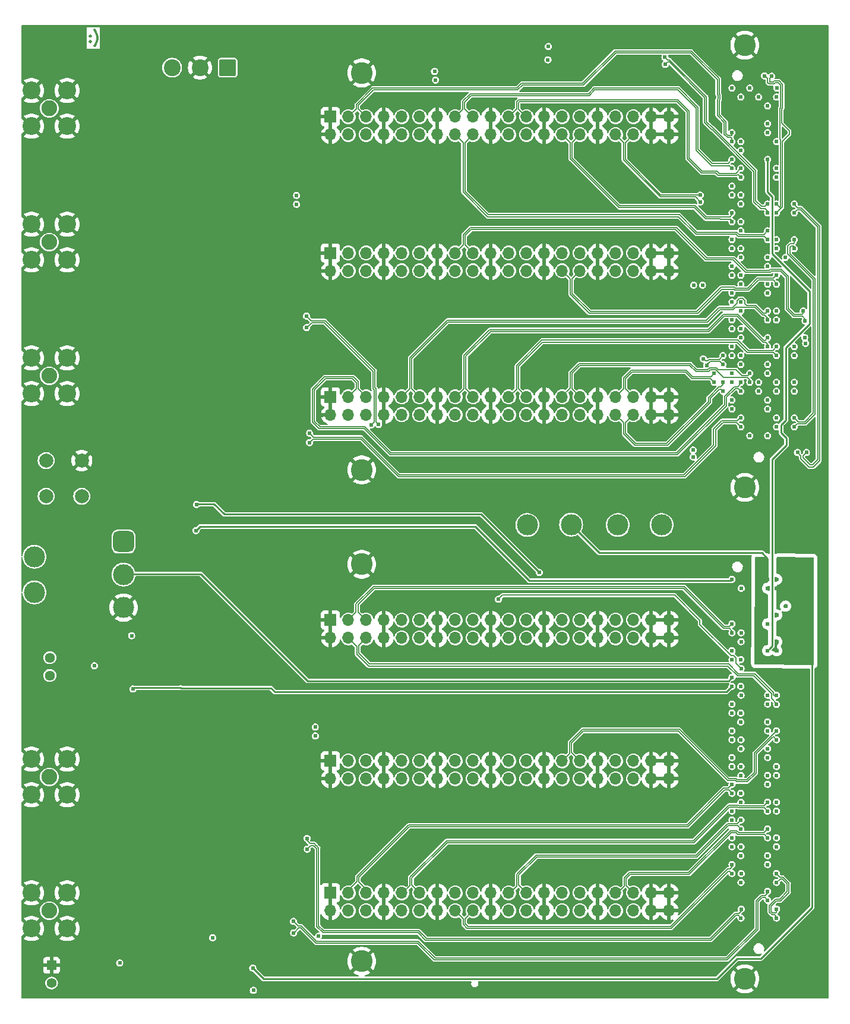
<source format=gbr>
%TF.GenerationSoftware,KiCad,Pcbnew,7.0.10-7.0.10~ubuntu22.04.1*%
%TF.CreationDate,2024-03-14T13:40:30-04:00*%
%TF.ProjectId,dioBreakOutBoard,64696f42-7265-4616-9b4f-7574426f6172,rev?*%
%TF.SameCoordinates,Original*%
%TF.FileFunction,Copper,L4,Inr*%
%TF.FilePolarity,Positive*%
%FSLAX46Y46*%
G04 Gerber Fmt 4.6, Leading zero omitted, Abs format (unit mm)*
G04 Created by KiCad (PCBNEW 7.0.10-7.0.10~ubuntu22.04.1) date 2024-03-14 13:40:30*
%MOMM*%
%LPD*%
G01*
G04 APERTURE LIST*
G04 Aperture macros list*
%AMRoundRect*
0 Rectangle with rounded corners*
0 $1 Rounding radius*
0 $2 $3 $4 $5 $6 $7 $8 $9 X,Y pos of 4 corners*
0 Add a 4 corners polygon primitive as box body*
4,1,4,$2,$3,$4,$5,$6,$7,$8,$9,$2,$3,0*
0 Add four circle primitives for the rounded corners*
1,1,$1+$1,$2,$3*
1,1,$1+$1,$4,$5*
1,1,$1+$1,$6,$7*
1,1,$1+$1,$8,$9*
0 Add four rect primitives between the rounded corners*
20,1,$1+$1,$2,$3,$4,$5,0*
20,1,$1+$1,$4,$5,$6,$7,0*
20,1,$1+$1,$6,$7,$8,$9,0*
20,1,$1+$1,$8,$9,$2,$3,0*%
G04 Aperture macros list end*
%ADD10C,0.375000*%
%TA.AperFunction,NonConductor*%
%ADD11C,0.375000*%
%TD*%
%TA.AperFunction,ComponentPad*%
%ADD12C,3.000000*%
%TD*%
%TA.AperFunction,ComponentPad*%
%ADD13C,3.100000*%
%TD*%
%TA.AperFunction,ComponentPad*%
%ADD14R,1.700000X1.700000*%
%TD*%
%TA.AperFunction,ComponentPad*%
%ADD15O,1.700000X1.700000*%
%TD*%
%TA.AperFunction,ComponentPad*%
%ADD16C,2.250000*%
%TD*%
%TA.AperFunction,ComponentPad*%
%ADD17C,2.550000*%
%TD*%
%TA.AperFunction,ComponentPad*%
%ADD18R,1.397000X1.397000*%
%TD*%
%TA.AperFunction,ComponentPad*%
%ADD19C,1.397000*%
%TD*%
%TA.AperFunction,ComponentPad*%
%ADD20C,1.440000*%
%TD*%
%TA.AperFunction,ComponentPad*%
%ADD21C,2.000000*%
%TD*%
%TA.AperFunction,ComponentPad*%
%ADD22RoundRect,0.250001X0.949999X0.949999X-0.949999X0.949999X-0.949999X-0.949999X0.949999X-0.949999X0*%
%TD*%
%TA.AperFunction,ComponentPad*%
%ADD23C,2.400000*%
%TD*%
%TA.AperFunction,ComponentPad*%
%ADD24RoundRect,0.750000X-0.750000X-0.750000X0.750000X-0.750000X0.750000X0.750000X-0.750000X0.750000X0*%
%TD*%
%TA.AperFunction,ViaPad*%
%ADD25C,0.609600*%
%TD*%
%TA.AperFunction,Conductor*%
%ADD26C,0.127000*%
%TD*%
%TA.AperFunction,Conductor*%
%ADD27C,0.254000*%
%TD*%
%TA.AperFunction,Conductor*%
%ADD28C,0.158750*%
%TD*%
%TA.AperFunction,Conductor*%
%ADD29C,0.228600*%
%TD*%
G04 APERTURE END LIST*
D10*
D11*
X137103852Y-22154071D02*
X137175281Y-22225500D01*
X137175281Y-22225500D02*
X137103852Y-22296928D01*
X137103852Y-22296928D02*
X137032424Y-22225500D01*
X137032424Y-22225500D02*
X137103852Y-22154071D01*
X137103852Y-22154071D02*
X137103852Y-22296928D01*
X137103852Y-21368357D02*
X137175281Y-21439785D01*
X137175281Y-21439785D02*
X137103852Y-21511214D01*
X137103852Y-21511214D02*
X137032424Y-21439785D01*
X137032424Y-21439785D02*
X137103852Y-21368357D01*
X137103852Y-21368357D02*
X137103852Y-21511214D01*
X137675281Y-22868357D02*
X137746710Y-22796928D01*
X137746710Y-22796928D02*
X137889567Y-22582642D01*
X137889567Y-22582642D02*
X137960996Y-22439785D01*
X137960996Y-22439785D02*
X138032424Y-22225500D01*
X138032424Y-22225500D02*
X138103853Y-21868357D01*
X138103853Y-21868357D02*
X138103853Y-21582642D01*
X138103853Y-21582642D02*
X138032424Y-21225500D01*
X138032424Y-21225500D02*
X137960996Y-21011214D01*
X137960996Y-21011214D02*
X137889567Y-20868357D01*
X137889567Y-20868357D02*
X137746710Y-20654071D01*
X137746710Y-20654071D02*
X137675281Y-20582642D01*
D12*
%TO.N,+1V8*%
%TO.C,TP4*%
X199400000Y-91100000D03*
%TD*%
D13*
%TO.N,GND*%
%TO.C,H2*%
X230400000Y-22750000D03*
%TD*%
%TO.N,GND*%
%TO.C,H1*%
X175800000Y-26700000D03*
%TD*%
D12*
%TO.N,+3V3*%
%TO.C,TP2*%
X205650000Y-91050000D03*
%TD*%
D13*
%TO.N,GND*%
%TO.C,H5*%
X175800000Y-153250000D03*
%TD*%
%TO.N,GND*%
%TO.C,H4*%
X230400000Y-85750000D03*
%TD*%
D12*
%TO.N,VDD*%
%TO.C,TP3*%
X218550000Y-91100000D03*
%TD*%
D13*
%TO.N,GND*%
%TO.C,H7*%
X175800000Y-96700000D03*
%TD*%
%TO.N,GND*%
%TO.C,H6*%
X230400000Y-155750000D03*
%TD*%
%TO.N,GND*%
%TO.C,H3*%
X175800000Y-83250000D03*
%TD*%
D12*
%TO.N,FMC0_PG_C2M*%
%TO.C,TP1*%
X212300000Y-91100000D03*
%TD*%
D14*
%TO.N,GND*%
%TO.C,J6*%
X171348400Y-143510000D03*
D15*
X171348400Y-146050000D03*
%TO.N,FMC1_LA11.N*%
X173888400Y-143510000D03*
%TO.N,FMC1_LA01_CC.P*%
X173888400Y-146050000D03*
%TO.N,FMC1_LA11.P*%
X176428400Y-143510000D03*
%TO.N,FMC1_LA01_CC.N*%
X176428400Y-146050000D03*
%TO.N,GND*%
X178968400Y-143510000D03*
X178968400Y-146050000D03*
%TO.N,FMC1_LA09.N*%
X181508400Y-143510000D03*
%TO.N,FMC1_LA00_CC.P*%
X181508400Y-146050000D03*
%TO.N,FMC1_LA09.P*%
X184048400Y-143510000D03*
%TO.N,FMC1_LA00_CC.N*%
X184048400Y-146050000D03*
%TO.N,GND*%
X186588400Y-143510000D03*
X186588400Y-146050000D03*
%TO.N,FMC1_LA07.N*%
X189128400Y-143510000D03*
%TO.N,FMC1_LA02.P*%
X189128400Y-146050000D03*
%TO.N,FMC1_LA07.P*%
X191668400Y-143510000D03*
%TO.N,FMC1_LA02.N*%
X191668400Y-146050000D03*
%TO.N,GND*%
X194208400Y-143510000D03*
X194208400Y-146050000D03*
%TO.N,FMC1_LA08.N*%
X196748400Y-143510000D03*
%TO.N,FMC1_LA06.P*%
X196748400Y-146050000D03*
%TO.N,FMC1_LA08.P*%
X199288400Y-143510000D03*
%TO.N,FMC1_LA06.N*%
X199288400Y-146050000D03*
%TO.N,GND*%
X201828400Y-143510000D03*
X201828400Y-146050000D03*
%TO.N,FMC1_LA10.N*%
X204368400Y-143510000D03*
%TO.N,FMC1_LA03.P*%
X204368400Y-146050000D03*
%TO.N,FMC1_LA10.P*%
X206908400Y-143510000D03*
%TO.N,FMC1_LA03.N*%
X206908400Y-146050000D03*
%TO.N,GND*%
X209448400Y-143510000D03*
X209448400Y-146050000D03*
%TO.N,FMC1_LA05.N*%
X211988400Y-143510000D03*
%TO.N,FMC1_LA04.P*%
X211988400Y-146050000D03*
%TO.N,FMC1_LA05.P*%
X214528400Y-143510000D03*
%TO.N,FMC1_LA04.N*%
X214528400Y-146050000D03*
%TO.N,GND*%
X217068400Y-143510000D03*
X217068400Y-146050000D03*
X219608400Y-143510000D03*
X219608400Y-146050000D03*
%TD*%
D16*
%TO.N,Net-(J12-In)*%
%TO.C,J12*%
X131267200Y-69850000D03*
D17*
%TO.N,GND*%
X128727200Y-72390000D03*
X128727200Y-67310000D03*
X133807200Y-67310000D03*
X133807200Y-72390000D03*
%TD*%
D18*
%TO.N,GND*%
%TO.C,D2*%
X131591050Y-153820000D03*
D19*
%TO.N,Net-(D2-A)*%
X131591050Y-156360000D03*
%TD*%
D16*
%TO.N,Net-(J11-In)*%
%TO.C,J11*%
X131267200Y-50800000D03*
D17*
%TO.N,GND*%
X128727200Y-53340000D03*
X128727200Y-48260000D03*
X133807200Y-48260000D03*
X133807200Y-53340000D03*
%TD*%
D16*
%TO.N,Net-(J9-In)*%
%TO.C,J9*%
X131267200Y-127000000D03*
D17*
%TO.N,GND*%
X128727200Y-129540000D03*
X128727200Y-124460000D03*
X133807200Y-124460000D03*
X133807200Y-129540000D03*
%TD*%
D20*
%TO.N,Net-(D4-KA)*%
%TO.C,D4*%
X131340000Y-110000000D03*
%TO.N,Net-(D4-AK)*%
X131340000Y-112540000D03*
%TD*%
D14*
%TO.N,GND*%
%TO.C,J7*%
X171348400Y-124714000D03*
D15*
X171348400Y-127254000D03*
%TO.N,FMC1_LA21.N*%
X173888400Y-124714000D03*
%TO.N,FMC1_LA13.P*%
X173888400Y-127254000D03*
%TO.N,FMC1_LA21.P*%
X176428400Y-124714000D03*
%TO.N,FMC1_LA13.N*%
X176428400Y-127254000D03*
%TO.N,GND*%
X178968400Y-124714000D03*
X178968400Y-127254000D03*
%TO.N,FMC1_LA22.N*%
X181508400Y-124714000D03*
%TO.N,FMC1_LA12.P*%
X181508400Y-127254000D03*
%TO.N,FMC1_LA22.P*%
X184048400Y-124714000D03*
%TO.N,FMC1_LA12.N*%
X184048400Y-127254000D03*
%TO.N,GND*%
X186588400Y-124714000D03*
X186588400Y-127254000D03*
%TO.N,FMC1_LA23.N*%
X189128400Y-124714000D03*
%TO.N,FMC1_LA14.P*%
X189128400Y-127254000D03*
%TO.N,FMC1_LA23.P*%
X191668400Y-124714000D03*
%TO.N,FMC1_LA14.N*%
X191668400Y-127254000D03*
%TO.N,GND*%
X194208400Y-124714000D03*
X194208400Y-127254000D03*
%TO.N,FMC1_LA19.N*%
X196748400Y-124714000D03*
%TO.N,FMC1_LA16.P*%
X196748400Y-127254000D03*
%TO.N,FMC1_LA19.P*%
X199288400Y-124714000D03*
%TO.N,FMC1_LA16.N*%
X199288400Y-127254000D03*
%TO.N,GND*%
X201828400Y-124714000D03*
X201828400Y-127254000D03*
%TO.N,FMC1_LA18.N*%
X204368400Y-124714000D03*
%TO.N,FMC1_LA15.P*%
X204368400Y-127254000D03*
%TO.N,FMC1_LA18.P*%
X206908400Y-124714000D03*
%TO.N,FMC1_LA15.N*%
X206908400Y-127254000D03*
%TO.N,GND*%
X209448400Y-124714000D03*
X209448400Y-127254000D03*
%TO.N,FMC1_LA20.N*%
X211988400Y-124714000D03*
%TO.N,FMC1_LA17_CC.P*%
X211988400Y-127254000D03*
%TO.N,FMC1_LA20.P*%
X214528400Y-124714000D03*
%TO.N,FMC1_LA17_CC.N*%
X214528400Y-127254000D03*
%TO.N,GND*%
X217068400Y-124714000D03*
X217068400Y-127254000D03*
X219608400Y-124714000D03*
X219608400Y-127254000D03*
%TD*%
D16*
%TO.N,Net-(J13-In)*%
%TO.C,J13*%
X131267200Y-31750000D03*
D17*
%TO.N,GND*%
X128727200Y-34290000D03*
X128727200Y-29210000D03*
X133807200Y-29210000D03*
X133807200Y-34290000D03*
%TD*%
D14*
%TO.N,GND*%
%TO.C,J4*%
X171348400Y-52344400D03*
D15*
X171348400Y-54884400D03*
%TO.N,FMC0_LA19.N*%
X173888400Y-52344400D03*
%TO.N,FMC0_LA08.P*%
X173888400Y-54884400D03*
%TO.N,FMC0_LA19.P*%
X176428400Y-52344400D03*
%TO.N,FMC0_LA08.N*%
X176428400Y-54884400D03*
%TO.N,GND*%
X178968400Y-52344400D03*
X178968400Y-54884400D03*
%TO.N,FMC0_LA20.N*%
X181508400Y-52344400D03*
%TO.N,FMC0_LA07.P*%
X181508400Y-54884400D03*
%TO.N,FMC0_LA20.P*%
X184048400Y-52344400D03*
%TO.N,FMC0_LA07.N*%
X184048400Y-54884400D03*
%TO.N,GND*%
X186588400Y-52344400D03*
X186588400Y-54884400D03*
%TO.N,FMC0_LA10.N*%
X189128400Y-52344400D03*
%TO.N,FMC0_LA12.P*%
X189128400Y-54884400D03*
%TO.N,FMC0_LA10.P*%
X191668400Y-52344400D03*
%TO.N,FMC0_LA12.N*%
X191668400Y-54884400D03*
%TO.N,GND*%
X194208400Y-52344400D03*
X194208400Y-54884400D03*
%TO.N,FMC0_LA17_CC.N*%
X196748400Y-52344400D03*
%TO.N,FMC0_LA11.P*%
X196748400Y-54884400D03*
%TO.N,FMC0_LA17_CC.P*%
X199288400Y-52344400D03*
%TO.N,FMC0_LA11.N*%
X199288400Y-54884400D03*
%TO.N,GND*%
X201828400Y-52344400D03*
X201828400Y-54884400D03*
%TO.N,FMC0_LA15.N*%
X204368400Y-52344400D03*
%TO.N,FMC0_LA14.P*%
X204368400Y-54884400D03*
%TO.N,FMC0_LA15.P*%
X206908400Y-52344400D03*
%TO.N,FMC0_LA14.N*%
X206908400Y-54884400D03*
%TO.N,GND*%
X209448400Y-52344400D03*
X209448400Y-54884400D03*
%TO.N,FMC0_LA16.N*%
X211988400Y-52344400D03*
%TO.N,FMC0_LA13.P*%
X211988400Y-54884400D03*
%TO.N,FMC0_LA16.P*%
X214528400Y-52344400D03*
%TO.N,FMC0_LA13.N*%
X214528400Y-54884400D03*
%TO.N,GND*%
X217068400Y-52344400D03*
X217068400Y-54884400D03*
X219608400Y-52344400D03*
X219608400Y-54884400D03*
%TD*%
D14*
%TO.N,GND*%
%TO.C,J3*%
X171348400Y-72847200D03*
D15*
X171348400Y-75387200D03*
%TO.N,FMC0_LA00_CC.N*%
X173888400Y-72847200D03*
%TO.N,FMC0_LA01_CC.P*%
X173888400Y-75387200D03*
%TO.N,FMC0_LA00_CC.P*%
X176428400Y-72847200D03*
%TO.N,FMC0_LA01_CC.N*%
X176428400Y-75387200D03*
%TO.N,GND*%
X178968400Y-72847200D03*
X178968400Y-75387200D03*
%TO.N,FMC0_LA09.N*%
X181508400Y-72847200D03*
%TO.N,FMC0_LA02.P*%
X181508400Y-75387200D03*
%TO.N,FMC0_LA09.P*%
X184048400Y-72847200D03*
%TO.N,FMC0_LA02.N*%
X184048400Y-75387200D03*
%TO.N,GND*%
X186588400Y-72847200D03*
X186588400Y-75387200D03*
%TO.N,FMC0_LA05.N*%
X189128400Y-72847200D03*
%TO.N,FMC0_LA04.P*%
X189128400Y-75387200D03*
%TO.N,FMC0_LA05.P*%
X191668400Y-72847200D03*
%TO.N,FMC0_LA04.N*%
X191668400Y-75387200D03*
%TO.N,GND*%
X194208400Y-72847200D03*
X194208400Y-75387200D03*
%TO.N,FMC0_LA06.N*%
X196748400Y-72847200D03*
%TO.N,FMC0_HA05.P*%
X196748400Y-75387200D03*
%TO.N,FMC0_LA06.P*%
X199288400Y-72847200D03*
%TO.N,FMC0_HA05.N*%
X199288400Y-75387200D03*
%TO.N,GND*%
X201828400Y-72847200D03*
X201828400Y-75387200D03*
%TO.N,FMC0_HA04.N*%
X204368400Y-72847200D03*
%TO.N,FMC0_LA03.P*%
X204368400Y-75387200D03*
%TO.N,FMC0_HA04.P*%
X206908400Y-72847200D03*
%TO.N,FMC0_LA03.N*%
X206908400Y-75387200D03*
%TO.N,GND*%
X209448400Y-72847200D03*
X209448400Y-75387200D03*
%TO.N,FMC0_HA02.N*%
X211988400Y-72847200D03*
%TO.N,FMC0_HA03.P*%
X211988400Y-75387200D03*
%TO.N,FMC0_HA02.P*%
X214528400Y-72847200D03*
%TO.N,FMC0_HA03.N*%
X214528400Y-75387200D03*
%TO.N,GND*%
X217068400Y-72847200D03*
X217068400Y-75387200D03*
X219608400Y-72847200D03*
X219608400Y-75387200D03*
%TD*%
D14*
%TO.N,GND*%
%TO.C,J5*%
X171348400Y-32943800D03*
D15*
X171348400Y-35483800D03*
%TO.N,FMC0_LA30.N*%
X173888400Y-32943800D03*
%TO.N,FMC0_LA22.P*%
X173888400Y-35483800D03*
%TO.N,FMC0_LA30.P*%
X176428400Y-32943800D03*
%TO.N,FMC0_LA22.N*%
X176428400Y-35483800D03*
%TO.N,GND*%
X178968400Y-32943800D03*
X178968400Y-35483800D03*
%TO.N,FMC0_LA31.N*%
X181508400Y-32943800D03*
%TO.N,FMC0_LA25.P*%
X181508400Y-35483800D03*
%TO.N,FMC0_LA31.P*%
X184048400Y-32943800D03*
%TO.N,FMC0_LA25.N*%
X184048400Y-35483800D03*
%TO.N,GND*%
X186588400Y-32943800D03*
X186588400Y-35483800D03*
%TO.N,FMC0_LA28.N*%
X189128400Y-32943800D03*
%TO.N,FMC0_LA23.P*%
X189128400Y-35483800D03*
%TO.N,FMC0_LA28.P*%
X191668400Y-32943800D03*
%TO.N,FMC0_LA23.N*%
X191668400Y-35483800D03*
%TO.N,GND*%
X194208400Y-32943800D03*
X194208400Y-35483800D03*
%TO.N,FMC0_LA29.N*%
X196748400Y-32943800D03*
%TO.N,FMC0_LA24.P*%
X196748400Y-35483800D03*
%TO.N,FMC0_LA29.P*%
X199288400Y-32943800D03*
%TO.N,FMC0_LA24.N*%
X199288400Y-35483800D03*
%TO.N,GND*%
X201828400Y-32943800D03*
X201828400Y-35483800D03*
%TO.N,FMC0_LA26.N*%
X204368400Y-32943800D03*
%TO.N,FMC0_LA21.P*%
X204368400Y-35483800D03*
%TO.N,FMC0_LA26.P*%
X206908400Y-32943800D03*
%TO.N,FMC0_LA21.N*%
X206908400Y-35483800D03*
%TO.N,GND*%
X209448400Y-32943800D03*
X209448400Y-35483800D03*
%TO.N,FMC0_LA27.N*%
X211988400Y-32943800D03*
%TO.N,FMC0_LA18.P*%
X211988400Y-35483800D03*
%TO.N,FMC0_LA27.P*%
X214528400Y-32943800D03*
%TO.N,FMC0_LA18.N*%
X214528400Y-35483800D03*
%TO.N,GND*%
X217068400Y-32943800D03*
X217068400Y-35483800D03*
X219608400Y-32943800D03*
X219608400Y-35483800D03*
%TD*%
D14*
%TO.N,GND*%
%TO.C,J8*%
X171348400Y-104648000D03*
D15*
X171348400Y-107188000D03*
%TO.N,FMC1_LA30.N*%
X173888400Y-104648000D03*
%TO.N,FMC1_LA27.P*%
X173888400Y-107188000D03*
%TO.N,FMC1_LA30.P*%
X176428400Y-104648000D03*
%TO.N,FMC1_LA27.N*%
X176428400Y-107188000D03*
%TO.N,GND*%
X178968400Y-104648000D03*
X178968400Y-107188000D03*
%TO.N,FMC1_LA31.N*%
X181508400Y-104648000D03*
%TO.N,FMC1_LA26.P*%
X181508400Y-107188000D03*
%TO.N,FMC1_LA31.P*%
X184048400Y-104648000D03*
%TO.N,FMC1_LA26.N*%
X184048400Y-107188000D03*
%TO.N,GND*%
X186588400Y-104648000D03*
X186588400Y-107188000D03*
%TO.N,FMC1_LA28.N*%
X189128400Y-104648000D03*
%TO.N,FMC1_LA25.P*%
X189128400Y-107188000D03*
%TO.N,FMC1_LA28.P*%
X191668400Y-104648000D03*
%TO.N,FMC1_LA25.N*%
X191668400Y-107188000D03*
%TO.N,GND*%
X194208400Y-104648000D03*
X194208400Y-107188000D03*
%TO.N,unconnected-(J8-Pad21)*%
X196748400Y-104648000D03*
%TO.N,unconnected-(J8-Pad22)*%
X196748400Y-107188000D03*
%TO.N,unconnected-(J8-Pad23)*%
X199288400Y-104648000D03*
%TO.N,unconnected-(J8-Pad24)*%
X199288400Y-107188000D03*
%TO.N,GND*%
X201828400Y-104648000D03*
X201828400Y-107188000D03*
%TO.N,FMC0_HA06.N*%
X204368400Y-104648000D03*
%TO.N,FMC0_HA07.P*%
X204368400Y-107188000D03*
%TO.N,FMC0_HA06.P*%
X206908400Y-104648000D03*
%TO.N,FMC0_HA07.N*%
X206908400Y-107188000D03*
%TO.N,GND*%
X209448400Y-104648000D03*
X209448400Y-107188000D03*
%TO.N,unconnected-(J8-Pad33)*%
X211988400Y-104648000D03*
%TO.N,unconnected-(J8-Pad34)*%
X211988400Y-107188000D03*
%TO.N,unconnected-(J8-Pad35)*%
X214528400Y-104648000D03*
%TO.N,unconnected-(J8-Pad36)*%
X214528400Y-107188000D03*
%TO.N,GND*%
X217068400Y-104648000D03*
X217068400Y-107188000D03*
X219608400Y-104648000D03*
X219608400Y-107188000D03*
%TD*%
D21*
%TO.N,GND*%
%TO.C,SW2*%
X135890000Y-81920000D03*
%TO.N,N/C*%
X130810000Y-81920000D03*
%TO.N,FMC1_LA29.N*%
X135890000Y-87000000D03*
%TO.N,N/C*%
X130810000Y-87000000D03*
%TD*%
D22*
%TO.N,+12P*%
%TO.C,J1*%
X156700000Y-25940000D03*
D23*
%TO.N,GND*%
X152740000Y-25940000D03*
%TO.N,-12V*%
X148780000Y-25940000D03*
%TD*%
D16*
%TO.N,Net-(J10-In)*%
%TO.C,J10*%
X131267200Y-146050000D03*
D17*
%TO.N,GND*%
X128727200Y-148590000D03*
X128727200Y-143510000D03*
X133807200Y-143510000D03*
X133807200Y-148590000D03*
%TD*%
D12*
%TO.N,*%
%TO.C,SW1*%
X129150000Y-100704000D03*
X129150000Y-95624000D03*
D24*
%TO.N,Net-(SW1-A)*%
X141850000Y-93465000D03*
D12*
%TO.N,FMC1_LA24.N*%
X141850000Y-98164000D03*
%TO.N,GND*%
X141850000Y-102863000D03*
%TD*%
D25*
%TO.N,GND*%
X237470000Y-59340000D03*
X170022000Y-75513000D03*
X194279000Y-70179000D03*
X227310000Y-31400000D03*
X237470000Y-33940000D03*
X233660000Y-59340000D03*
X149860000Y-83820000D03*
X196850000Y-27940000D03*
X201873200Y-50800000D03*
X194150000Y-129100000D03*
X231140000Y-133140000D03*
X227310000Y-39020000D03*
X227310000Y-78390000D03*
X142494000Y-116586000D03*
X228580000Y-30130000D03*
X229860000Y-148375000D03*
X237470000Y-44100000D03*
X186633200Y-50800000D03*
X234930000Y-78390000D03*
X234935000Y-98850000D03*
X200660000Y-22860000D03*
X229850000Y-42830000D03*
X167990026Y-128202400D03*
X142240000Y-73660000D03*
X130556000Y-120650000D03*
X217061600Y-129141600D03*
X194310000Y-57150000D03*
X142240000Y-68580000D03*
X222300000Y-157500000D03*
X167990026Y-125552400D03*
X228600000Y-103930000D03*
X231120000Y-33940000D03*
X194310000Y-50800000D03*
X233665000Y-140760000D03*
X234925000Y-44100000D03*
X130810000Y-45720000D03*
X209410000Y-129160000D03*
X234935000Y-143285000D03*
X234935000Y-122980000D03*
X237470000Y-54260000D03*
X233660000Y-30140000D03*
X232390000Y-31400000D03*
X229860000Y-144565000D03*
X186659000Y-70179000D03*
X166370000Y-154120000D03*
X142240000Y-83820000D03*
X149860000Y-49530000D03*
X157480000Y-83820000D03*
X237470000Y-68230000D03*
X234935000Y-148375000D03*
X237470000Y-73310000D03*
X179070000Y-57150000D03*
X209550000Y-50800000D03*
X130505200Y-139496800D03*
X209550000Y-109220000D03*
X209442400Y-38010200D03*
X236220000Y-145825000D03*
X217062400Y-38100000D03*
X186640000Y-122290000D03*
X226040000Y-33940000D03*
X142240000Y-54610000D03*
X217170000Y-57150000D03*
X179013200Y-50800000D03*
X157480000Y-54610000D03*
X161260026Y-130442400D03*
X138430000Y-38100000D03*
X234950000Y-112820000D03*
X233665000Y-100120000D03*
X217139000Y-70179000D03*
X201822400Y-38010200D03*
X237470000Y-37750000D03*
X186613800Y-57150000D03*
X226040000Y-41560000D03*
X231120000Y-45370000D03*
X229900000Y-98850000D03*
X133350000Y-136906000D03*
X201930000Y-109220000D03*
X219630000Y-109520000D03*
X234935000Y-117900000D03*
X232390000Y-58070000D03*
X178990000Y-129640000D03*
X234930000Y-69500000D03*
X178937000Y-38100000D03*
X217060000Y-109420000D03*
X200660000Y-157480000D03*
X186659000Y-77799000D03*
X157480000Y-38100000D03*
X186582400Y-38010200D03*
X237475000Y-49200000D03*
X237470000Y-58070000D03*
X209600000Y-140990000D03*
X234950000Y-114080000D03*
X138200000Y-151300000D03*
X135890000Y-25400000D03*
X237470000Y-69500000D03*
X234925000Y-42830000D03*
X234950000Y-109010000D03*
X231120000Y-37750000D03*
X231140000Y-140760000D03*
X194360000Y-157500000D03*
X179039000Y-70179000D03*
X227310000Y-28860000D03*
X237470000Y-28860000D03*
X237470000Y-78390000D03*
X231120000Y-64420000D03*
X219602400Y-38100000D03*
X234950000Y-133140000D03*
X236200000Y-35200000D03*
X237470000Y-42830000D03*
X165100000Y-87630000D03*
X228580000Y-68230000D03*
X209550000Y-57150000D03*
X231120000Y-52990000D03*
X234930000Y-31400000D03*
X234935000Y-119170000D03*
X217068400Y-50800000D03*
X229870000Y-105200000D03*
X231210000Y-117900000D03*
X234930000Y-68230000D03*
X232390000Y-61880000D03*
X130810000Y-25400000D03*
X171320000Y-122060000D03*
X237500000Y-47925000D03*
X156320002Y-145520000D03*
X219710000Y-50800000D03*
X142494000Y-109728000D03*
X222250000Y-143510000D03*
X209519000Y-70179000D03*
X233665000Y-142030000D03*
X194310000Y-140990000D03*
X149860000Y-68580000D03*
X231120000Y-41560000D03*
X179039000Y-77799000D03*
X157480000Y-68580000D03*
X149830026Y-126632400D03*
X138938000Y-116586000D03*
X209480000Y-102230000D03*
X233665000Y-117900000D03*
X186690000Y-148590000D03*
X208330000Y-157500000D03*
X231120000Y-68230000D03*
X219710000Y-57150000D03*
X234930000Y-64420000D03*
X142240000Y-34290000D03*
X146050000Y-45720000D03*
X146020026Y-130442400D03*
X138430000Y-45720000D03*
X237470000Y-32675000D03*
X231120000Y-75850000D03*
X157480000Y-92710000D03*
X130810000Y-64770000D03*
X234935000Y-128060000D03*
X214630000Y-157480000D03*
X231140000Y-114090000D03*
X233675000Y-32675000D03*
X219620000Y-102280000D03*
X153640026Y-130442400D03*
X219679000Y-70179000D03*
X167640000Y-106680000D03*
X228585000Y-145825000D03*
X146050000Y-64770000D03*
X149860000Y-54610000D03*
X234930000Y-59340000D03*
X165100000Y-92710000D03*
X234935000Y-124250000D03*
X140970000Y-140970000D03*
X165100000Y-38100000D03*
X148590000Y-140970000D03*
X221630000Y-32740000D03*
X130580000Y-151300000D03*
X157480000Y-73660000D03*
X234935000Y-134410000D03*
X208280000Y-22860000D03*
X201899000Y-70179000D03*
X229840000Y-101390000D03*
X157480000Y-87630000D03*
X201930000Y-140970000D03*
X142240000Y-38100000D03*
X228580000Y-77120000D03*
X227310000Y-46640000D03*
X228580000Y-33940000D03*
X138938000Y-109728000D03*
X201800000Y-129140000D03*
X142210026Y-126632400D03*
X219631600Y-129241600D03*
X179070000Y-109220000D03*
X228585000Y-100120000D03*
X201740000Y-149210000D03*
X201930000Y-57150000D03*
X209410000Y-149230000D03*
X165100000Y-33020000D03*
X234935000Y-129330000D03*
X171450000Y-139700000D03*
X171373800Y-57150000D03*
X234935000Y-138220000D03*
X186275000Y-20900000D03*
X178960000Y-30500000D03*
X161500000Y-31540000D03*
X231140000Y-144570000D03*
X233660000Y-77120000D03*
X229850000Y-31400000D03*
X186520000Y-129470000D03*
X167640000Y-104140000D03*
X201800000Y-122690000D03*
X142240000Y-49530000D03*
X152640000Y-30610000D03*
X138430000Y-64770000D03*
X149860000Y-73660000D03*
X234950000Y-103930000D03*
X194310000Y-109220000D03*
X234950000Y-107740000D03*
X149860000Y-38100000D03*
X186690000Y-140970000D03*
X209400000Y-122660000D03*
X171342400Y-30390200D03*
X171340000Y-129820000D03*
X186690000Y-157480000D03*
X194202400Y-38010200D03*
X171450000Y-50800000D03*
X186690000Y-109220000D03*
X178970000Y-122270000D03*
X237470000Y-63150000D03*
X157450026Y-126632400D03*
X232390000Y-78390000D03*
X229870000Y-109010000D03*
X172720000Y-87630000D03*
X234935000Y-139490000D03*
X183475000Y-22550000D03*
X236220000Y-102660000D03*
X236205000Y-77120000D03*
X156210000Y-140970000D03*
X226040000Y-30130000D03*
X237470000Y-39020000D03*
X157480000Y-49530000D03*
X234930000Y-58070000D03*
X217080000Y-102330000D03*
X154670002Y-147270000D03*
X194170000Y-122520000D03*
X146050000Y-149860000D03*
X194279000Y-77799000D03*
X201899000Y-77799000D03*
%TO.N,FMC0_LA06.P*%
X234930000Y-66960000D03*
%TO.N,FMC0_LA06.N*%
X234930000Y-65690000D03*
%TO.N,FMC0_LA10.P*%
X239000000Y-62025000D03*
X234930000Y-61880000D03*
%TO.N,FMC0_LA10.N*%
X234930000Y-60610000D03*
X238740000Y-60610000D03*
%TO.N,FMC0_LA14.P*%
X234930000Y-56800000D03*
%TO.N,FMC0_LA14.N*%
X234930000Y-55530000D03*
%TO.N,FMC0_LA27.P*%
X234230000Y-27180000D03*
X234930000Y-46640000D03*
%TO.N,FMC0_LA27.N*%
X234930000Y-45370000D03*
X233210600Y-27116488D03*
%TO.N,FMC0_CLK0_M2C.N*%
X228580000Y-73310000D03*
X167940000Y-61340000D03*
X178200000Y-76800000D03*
%TO.N,FMC0_LA05.P*%
X233660000Y-65690000D03*
%TO.N,FMC0_LA05.N*%
X233660000Y-64420000D03*
%TO.N,FMC0_LA09.P*%
X233660000Y-61880000D03*
%TO.N,FMC0_LA09.N*%
X233660000Y-60610000D03*
%TO.N,FMC0_LA13.N*%
X233660000Y-56800000D03*
%TO.N,FMC0_LA17_CC.P*%
X233660000Y-54260000D03*
%TO.N,FMC0_LA17_CC.N*%
X233660000Y-52990000D03*
%TO.N,FMC0_LA23.P*%
X233660000Y-50450000D03*
%TO.N,FMC0_LA23.N*%
X233660000Y-49180000D03*
%TO.N,FMC0_LA26.P*%
X233660000Y-46640000D03*
X219050000Y-25480000D03*
%TO.N,FMC0_LA26.N*%
X233660000Y-45370000D03*
X219020000Y-24460000D03*
%TO.N,FMC0_CLK0_M2C.P*%
X177160000Y-76810000D03*
X228580000Y-74580000D03*
X167950000Y-62980000D03*
%TO.N,FMC0_LA03.N*%
X229850000Y-66960000D03*
%TO.N,FMC0_LA08.P*%
X229850000Y-64420000D03*
%TO.N,FMC0_LA08.N*%
X229850000Y-63150000D03*
%TO.N,FMC0_LA12.P*%
X229850000Y-60610000D03*
%TO.N,FMC0_LA12.N*%
X229850000Y-59340000D03*
%TO.N,FMC0_LA16.P*%
X229850000Y-56800000D03*
%TO.N,FMC0_LA16.N*%
X229850000Y-55530000D03*
%TO.N,FMC0_LA20.P*%
X229850000Y-52990000D03*
%TO.N,FMC0_LA20.N*%
X229850000Y-51720000D03*
%TO.N,FMC0_LA22.P*%
X229850000Y-49180000D03*
%TO.N,FMC0_LA22.N*%
X229850000Y-47910000D03*
%TO.N,FMC0_LA25.P*%
X229850000Y-45370000D03*
%TO.N,FMC0_LA25.N*%
X229850000Y-44100000D03*
%TO.N,FMC0_LA29.P*%
X229850000Y-41560000D03*
%TO.N,FMC0_LA29.N*%
X229850000Y-40290000D03*
%TO.N,FMC0_LA31.P*%
X229850000Y-37750000D03*
%TO.N,FMC0_LA31.N*%
X229850000Y-36480000D03*
%TO.N,FMC0_LA04.P*%
X228580000Y-66960000D03*
%TO.N,FMC0_LA04.N*%
X228580000Y-65690000D03*
%TO.N,FMC0_LA07.P*%
X228580000Y-63150000D03*
%TO.N,FMC0_LA07.N*%
X228580000Y-61880000D03*
%TO.N,FMC0_LA11.P*%
X228580000Y-59340000D03*
%TO.N,FMC0_LA11.N*%
X228580000Y-58070000D03*
%TO.N,FMC0_LA15.P*%
X228580000Y-55530000D03*
%TO.N,FMC0_LA15.N*%
X228580000Y-54260000D03*
%TO.N,FMC0_LA19.P*%
X228580000Y-51720000D03*
%TO.N,FMC0_LA19.N*%
X228580000Y-50450000D03*
%TO.N,FMC0_LA21.P*%
X228580000Y-47910000D03*
%TO.N,FMC0_LA21.N*%
X228580000Y-46640000D03*
%TO.N,FMC0_LA24.P*%
X228580000Y-44100000D03*
%TO.N,FMC0_LA24.N*%
X228580000Y-42830000D03*
%TO.N,FMC0_LA28.P*%
X228580000Y-40290000D03*
%TO.N,FMC0_LA28.N*%
X228580000Y-39020000D03*
%TO.N,FMC0_LA30.P*%
X228580000Y-36480000D03*
%TO.N,FMC0_LA30.N*%
X228580000Y-35200000D03*
%TO.N,/P1 HPC FMC Connector/FMC0_DP1.P*%
X237470000Y-51720000D03*
X237470000Y-77120000D03*
%TO.N,/P1 HPC FMC Connector/FMC0_DP1.N*%
X237470000Y-75850000D03*
X237470000Y-50450000D03*
%TO.N,/P1 HPC FMC Connector/FMC0_DP2.P*%
X237470000Y-46640000D03*
X237470000Y-72040000D03*
X239185000Y-80780000D03*
%TO.N,/P1 HPC FMC Connector/FMC0_DP2.N*%
X237470000Y-45370000D03*
X237470000Y-70770000D03*
X237905000Y-80780000D03*
%TO.N,/P1 HPC FMC Connector/FMC0_DP3.P*%
X237470000Y-66960000D03*
X238935000Y-64405000D03*
%TO.N,/P1 HPC FMC Connector/FMC0_DP3.N*%
X237470000Y-65690000D03*
X239077400Y-65230000D03*
%TO.N,/P1 HPC FMC Connector/FMC0_DP0.P*%
X234930000Y-72040000D03*
X234930000Y-77120000D03*
%TO.N,/P1 HPC FMC Connector/FMC0_DP0.N*%
X234930000Y-75850000D03*
X234930000Y-70770000D03*
%TO.N,FMC1_CLK0_M2C.N*%
X169165026Y-119882400D03*
%TO.N,FMC0_LA01_CC.P*%
X233660000Y-69500000D03*
%TO.N,FMC0_LA01_CC.N*%
X233660000Y-68230000D03*
%TO.N,FMC0_LA00_CC.P*%
X229850000Y-72040000D03*
%TO.N,FMC0_LA00_CC.N*%
X229850000Y-70770000D03*
%TO.N,FMC0_LA03.P*%
X229850000Y-68230000D03*
%TO.N,FMC1_CLK0_M2C.P*%
X169180026Y-121162400D03*
%TO.N,FMC0_LA02.P*%
X228580000Y-70770000D03*
%TO.N,FMC0_LA02.N*%
X228580000Y-69500000D03*
%TO.N,+3.3VA*%
X233660000Y-39020000D03*
X233665000Y-109010000D03*
%TO.N,FMC1_CLK1_M2C.N*%
X168010026Y-135752400D03*
X229885000Y-145825000D03*
%TO.N,FMC1_CLK1_M2C.P*%
X168040026Y-137292400D03*
X229860000Y-147105000D03*
%TO.N,FMC0_CLK1_M2C.N*%
X229850000Y-75850000D03*
X168380000Y-78030000D03*
%TO.N,FMC0_CLK1_M2C.P*%
X229850000Y-77120000D03*
X168370000Y-79360000D03*
%TO.N,FMC1_GBTCLK0_M2C.N*%
X233665000Y-143295000D03*
X166090000Y-147560000D03*
%TO.N,FMC1_GBTCLK0_M2C.P*%
X233650000Y-144550000D03*
X166100000Y-149200000D03*
%TO.N,FMC0_GBTCLK0_M2C.N*%
X233660000Y-73310000D03*
X224370000Y-56940000D03*
X166520000Y-44160000D03*
%TO.N,FMC0_GBTCLK0_M2C.P*%
X166520000Y-45430000D03*
X233660000Y-74580000D03*
X223100000Y-56940000D03*
%TO.N,+3V3*%
X233660000Y-31400000D03*
X234950000Y-28860000D03*
X233660000Y-33940000D03*
X137685000Y-111150000D03*
X234930000Y-30130000D03*
X160270000Y-154230000D03*
X234935000Y-100120000D03*
X233665000Y-98850000D03*
%TO.N,FMC1_LA06.P*%
X234935000Y-136950000D03*
%TO.N,FMC1_LA06.N*%
X234935000Y-135680000D03*
%TO.N,FMC1_LA10.P*%
X234935000Y-131870000D03*
%TO.N,FMC1_LA10.N*%
X234935000Y-130600000D03*
%TO.N,FMC1_LA14.P*%
X234935000Y-126790000D03*
%TO.N,FMC1_LA14.N*%
X234935000Y-125520000D03*
%TO.N,FMC1_LA27.P*%
X234930000Y-116655000D03*
%TO.N,FMC1_LA27.N*%
X234935000Y-115360000D03*
%TO.N,FMC1_LA05.P*%
X233665000Y-135680000D03*
%TO.N,FMC1_LA05.N*%
X233665000Y-134410000D03*
%TO.N,FMC1_LA09.P*%
X233655000Y-131880000D03*
%TO.N,FMC1_LA09.N*%
X233665000Y-130600000D03*
%TO.N,FMC1_LA13.P*%
X233665000Y-128060000D03*
%TO.N,FMC1_LA13.N*%
X233665000Y-126790000D03*
%TO.N,FMC1_LA17_CC.P*%
X233665000Y-124250000D03*
%TO.N,FMC1_LA17_CC.N*%
X233665000Y-122980000D03*
%TO.N,FMC1_LA23.P*%
X233665000Y-120440000D03*
%TO.N,FMC1_LA23.N*%
X233665000Y-119170000D03*
%TO.N,FMC1_LA26.P*%
X233665000Y-116630000D03*
%TO.N,FMC1_LA26.N*%
X233665000Y-115360000D03*
%TO.N,FMC1_LA03.N*%
X229860000Y-136950000D03*
%TO.N,FMC1_LA08.P*%
X229835000Y-134410000D03*
%TO.N,FMC1_LA08.N*%
X229860000Y-133140000D03*
%TO.N,FMC1_LA12.P*%
X229860400Y-130600000D03*
%TO.N,FMC1_LA12.N*%
X229835000Y-129330000D03*
%TO.N,FMC1_LA16.P*%
X229860400Y-126790000D03*
%TO.N,FMC1_LA16.N*%
X229860400Y-125520000D03*
%TO.N,FMC1_LA20.P*%
X229860400Y-122980000D03*
%TO.N,FMC1_LA20.N*%
X229860400Y-121710000D03*
%TO.N,FMC1_LA22.P*%
X229839600Y-119170000D03*
%TO.N,FMC1_LA22.N*%
X229835000Y-117900000D03*
%TO.N,FMC1_LA25.P*%
X229865000Y-115360000D03*
%TO.N,FMC1_LA25.N*%
X229839600Y-114090000D03*
%TO.N,FMC1_LA29.P*%
X195280000Y-101690000D03*
X229865000Y-111550000D03*
X143000000Y-106870000D03*
%TO.N,FMC1_LA29.N*%
X201110000Y-97860000D03*
X152240000Y-88180000D03*
X229840000Y-110260000D03*
%TO.N,FMC1_LA31.P*%
X229865000Y-107740000D03*
%TO.N,FMC1_LA31.N*%
X229865000Y-106470000D03*
%TO.N,FMC1_LA04.P*%
X228585000Y-136950000D03*
%TO.N,FMC1_LA04.N*%
X228585000Y-135680000D03*
%TO.N,FMC1_LA07.P*%
X228585000Y-133140000D03*
%TO.N,FMC1_LA07.N*%
X228585000Y-131870000D03*
%TO.N,FMC1_LA11.P*%
X228585000Y-129330000D03*
%TO.N,FMC1_LA11.N*%
X228585000Y-128060000D03*
%TO.N,FMC1_LA15.P*%
X228585000Y-125520000D03*
%TO.N,FMC1_LA15.N*%
X228585000Y-124250000D03*
%TO.N,FMC1_LA19.P*%
X228585000Y-121710000D03*
%TO.N,FMC1_LA19.N*%
X228585000Y-120440000D03*
%TO.N,FMC1_LA21.P*%
X228585000Y-117900000D03*
%TO.N,FMC1_LA21.N*%
X228585000Y-116630000D03*
%TO.N,FMC1_LA24.P*%
X228585000Y-114090000D03*
X143200000Y-114480000D03*
%TO.N,FMC1_LA24.N*%
X228585000Y-112820000D03*
%TO.N,FMC1_LA28.P*%
X228585000Y-110280000D03*
%TO.N,FMC1_LA28.N*%
X228585000Y-109010000D03*
%TO.N,FMC1_LA30.P*%
X228585000Y-106470000D03*
%TO.N,FMC1_LA30.N*%
X228585000Y-105200000D03*
%TO.N,FMC0_LA18.N*%
X234930000Y-50450000D03*
X224050000Y-44100000D03*
%TO.N,FMC0_LA18.P*%
X224090000Y-45070000D03*
X234930000Y-51720000D03*
%TO.N,FMC1_LA00_CC.P*%
X229860000Y-142030000D03*
%TO.N,FMC1_LA00_CC.N*%
X229885000Y-140760000D03*
%TO.N,FMC1_LA01_CC.P*%
X233665000Y-139490000D03*
%TO.N,FMC1_LA01_CC.N*%
X233665000Y-138220000D03*
%TO.N,FMC1_LA02.P*%
X228585000Y-140760000D03*
%TO.N,FMC1_LA02.N*%
X228585000Y-139490000D03*
%TO.N,FMC1_LA03.P*%
X229835000Y-138220000D03*
%TO.N,FMC1_LA18.N*%
X234935000Y-120440000D03*
%TO.N,FMC1_LA18.P*%
X234935000Y-121710000D03*
%TO.N,/P2 LPC FMC Connector/FMC1_DP0.P*%
X234935000Y-142030000D03*
X234935000Y-147105000D03*
%TO.N,/P2 LPC FMC Connector/FMC1_DP0.N*%
X234935000Y-140760000D03*
X234935000Y-145825000D03*
%TO.N,+1V8*%
X228580000Y-28860000D03*
X229850000Y-30130000D03*
X231120000Y-28860000D03*
X232390000Y-30130000D03*
X236200000Y-52990000D03*
X231120000Y-78390000D03*
%TO.N,FMC1_PG_C2M*%
X141300000Y-153500000D03*
%TO.N,FMC0_HA05.P*%
X232390000Y-72040000D03*
X223030000Y-81410000D03*
%TO.N,FMC0_HA05.N*%
X223030000Y-80430000D03*
X232390000Y-70770000D03*
%TO.N,FMC0_HA04.P*%
X231120000Y-70770000D03*
%TO.N,FMC0_HA04.N*%
X231120000Y-69500000D03*
%TO.N,FMC0_HA03.P*%
X227310000Y-72040000D03*
%TO.N,FMC0_HA03.N*%
X227310000Y-70770000D03*
%TO.N,FMC0_HA07.P*%
X227310000Y-68230000D03*
X224965682Y-68367136D03*
%TO.N,FMC0_HA07.N*%
X224480000Y-67430000D03*
X227310000Y-66960000D03*
%TO.N,FMC0_HA02.P*%
X226040000Y-70770000D03*
%TO.N,FMC0_HA02.N*%
X226040000Y-69500000D03*
%TO.N,FMC0_LA13.P*%
X233660000Y-58070000D03*
%TO.N,FMC0_GA0*%
X234930000Y-36480000D03*
X202340000Y-24830000D03*
%TO.N,FMC0_GA1*%
X202410000Y-22930000D03*
X233660000Y-35200000D03*
%TO.N,FMC0_I2C.SDA*%
X234930000Y-40290000D03*
X186328428Y-27721572D03*
%TO.N,FMC0_I2C.SCL*%
X234925000Y-41560000D03*
X186175586Y-26475586D03*
%TO.N,FMC1_I2C.SCL*%
X169650000Y-149675000D03*
%TO.N,FMC1_I2C.SDA*%
X160354695Y-157400000D03*
%TO.N,FMC1_GA1*%
X233665000Y-105200000D03*
X154550000Y-149900000D03*
%TO.N,FMC0_PG_C2M*%
X233660000Y-78390000D03*
%TO.N,VDD*%
X152160000Y-91900000D03*
X228585000Y-98850000D03*
X229900000Y-100120000D03*
%TD*%
D26*
%TO.N,FMC0_LA06.P*%
X234475975Y-66505975D02*
X234930000Y-66960000D01*
X201563460Y-65045750D02*
X229276885Y-65045750D01*
X198145401Y-71704201D02*
X198145401Y-68463809D01*
X199288400Y-72847200D02*
X198145401Y-71704201D01*
X230737110Y-66505975D02*
X234475975Y-66505975D01*
X229276885Y-65045750D02*
X230737110Y-66505975D01*
X198145401Y-68463809D02*
X201563460Y-65045750D01*
%TO.N,FMC0_LA06.N*%
X229395247Y-64760000D02*
X230887222Y-66251975D01*
X234368025Y-66251975D02*
X234930000Y-65690000D01*
X230887222Y-66251975D02*
X234368025Y-66251975D01*
X197859650Y-68390350D02*
X201490000Y-64760000D01*
X201490000Y-64760000D02*
X229395247Y-64760000D01*
X196748400Y-72847200D02*
X197859650Y-71735950D01*
X197859650Y-71735950D02*
X197859650Y-68390350D01*
%TO.N,FMC0_LA10.P*%
X235480750Y-54955750D02*
X234163115Y-54955750D01*
X234163115Y-54955750D02*
X234011140Y-55107725D01*
X230492823Y-55107725D02*
X228699698Y-53314600D01*
X236321600Y-55796600D02*
X235480750Y-54955750D01*
X224843088Y-53314600D02*
X220547238Y-49018750D01*
X239000000Y-61745000D02*
X238589000Y-61334000D01*
X238589000Y-61334000D02*
X237330600Y-61334000D01*
X190557149Y-51233149D02*
X191668400Y-52344400D01*
X236321600Y-60325000D02*
X236321600Y-55796600D01*
X228699698Y-53314600D02*
X224843088Y-53314600D01*
X237330600Y-61334000D02*
X236321600Y-60325000D01*
X190557149Y-49847357D02*
X190557149Y-51233149D01*
X220547238Y-49018750D02*
X191385756Y-49018750D01*
X239000000Y-62025000D02*
X239000000Y-61745000D01*
X191385756Y-49018750D02*
X190557149Y-49847357D01*
X234011140Y-55107725D02*
X230492823Y-55107725D01*
%TO.N,FMC0_LA10.N*%
X234057905Y-54701750D02*
X233905930Y-54853725D01*
X220665600Y-48733000D02*
X191267394Y-48733000D01*
X191267394Y-48733000D02*
X190271399Y-49728995D01*
X190271399Y-49728995D02*
X190271399Y-51201401D01*
X228849810Y-53060600D02*
X224993200Y-53060600D01*
X236575600Y-60219790D02*
X236575600Y-55691390D01*
X230642935Y-54853725D02*
X228849810Y-53060600D01*
X238740000Y-60610000D02*
X238740000Y-60900000D01*
X190271399Y-51201401D02*
X189128400Y-52344400D01*
X233905930Y-54853725D02*
X230642935Y-54853725D01*
X236575600Y-55691390D02*
X235585960Y-54701750D01*
X237435810Y-61080000D02*
X236575600Y-60219790D01*
X235585960Y-54701750D02*
X234057905Y-54701750D01*
X224993200Y-53060600D02*
X220665600Y-48733000D01*
X238740000Y-60900000D02*
X238560000Y-61080000D01*
X238560000Y-61080000D02*
X237435810Y-61080000D01*
%TO.N,FMC0_LA14.P*%
X204368400Y-54884400D02*
X205511399Y-56027399D01*
X234466275Y-56206275D02*
X234930000Y-56670000D01*
X208229645Y-60939251D02*
X223694861Y-60939251D01*
X228835229Y-57485574D02*
X228973655Y-57624000D01*
X232322935Y-56206275D02*
X234466275Y-56206275D01*
X234930000Y-56670000D02*
X234930000Y-56800000D01*
X227126087Y-57508025D02*
X228812778Y-57508025D01*
X205511399Y-56027399D02*
X205511399Y-58221005D01*
X228812778Y-57508025D02*
X228835229Y-57485574D01*
X205511399Y-58221005D02*
X208229645Y-60939251D01*
X223694861Y-60939251D02*
X227126087Y-57508025D01*
X228973655Y-57624000D02*
X230905210Y-57624000D01*
X230905210Y-57624000D02*
X232322935Y-56206275D01*
%TO.N,FMC0_LA14.N*%
X205797150Y-55995650D02*
X205797149Y-58102643D01*
X232217725Y-55952275D02*
X234507725Y-55952275D01*
X229078865Y-57370000D02*
X230800000Y-57370000D01*
X228931140Y-57222275D02*
X229078865Y-57370000D01*
X208379757Y-60685251D02*
X223544749Y-60685251D01*
X230800000Y-57370000D02*
X232217725Y-55952275D01*
X223544749Y-60685251D02*
X227007725Y-57222275D01*
X206908400Y-54884400D02*
X205797150Y-55995650D01*
X227007725Y-57222275D02*
X228931140Y-57222275D01*
X205797149Y-58102643D02*
X208379757Y-60685251D01*
X234507725Y-55952275D02*
X234930000Y-55530000D01*
%TO.N,FMC0_LA27.P*%
X234588339Y-27836875D02*
X235311661Y-27836875D01*
X233925750Y-27930000D02*
X233980000Y-27984250D01*
X233980000Y-27984250D02*
X234440964Y-27984250D01*
X235775500Y-31721934D02*
X235654000Y-31843434D01*
X236771500Y-35436724D02*
X235755500Y-36452724D01*
X233925751Y-27484249D02*
X233925750Y-27930000D01*
X235775500Y-28300714D02*
X235775500Y-31721934D01*
X235311661Y-27836875D02*
X235775500Y-28300714D01*
X234440964Y-27984250D02*
X234588339Y-27836875D01*
X235755500Y-45814500D02*
X234930000Y-46640000D01*
X235755500Y-36452724D02*
X235755500Y-45814500D01*
X235654000Y-33845776D02*
X236771500Y-34963276D01*
X234230000Y-27180000D02*
X233925751Y-27484249D01*
X235654000Y-31843434D02*
X235654000Y-33845776D01*
X236771500Y-34963276D02*
X236771500Y-35436724D01*
%TO.N,FMC0_LA27.N*%
X233640000Y-27490000D02*
X233640000Y-28048362D01*
X235385395Y-45825395D02*
X234930000Y-45370000D01*
X235400000Y-31738224D02*
X235400000Y-36141776D01*
X235521500Y-28450826D02*
X235521500Y-31616724D01*
X233210600Y-27116488D02*
X233266488Y-27116488D01*
X235521500Y-31616724D02*
X235400000Y-31738224D01*
X235193299Y-28122625D02*
X235521500Y-28450826D01*
X235501500Y-36243276D02*
X235501500Y-45709290D01*
X233640000Y-28048362D02*
X233861638Y-28270000D01*
X233861638Y-28270000D02*
X234559326Y-28270000D01*
X235400000Y-36141776D02*
X235501500Y-36243276D01*
X233266488Y-27116488D02*
X233640000Y-27490000D01*
X234706701Y-28122625D02*
X235193299Y-28122625D01*
X234559326Y-28270000D02*
X234706701Y-28122625D01*
X235501500Y-45709290D02*
X235385395Y-45825395D01*
%TO.N,FMC0_CLK0_M2C.N*%
X168600000Y-62000000D02*
X170600000Y-62000000D01*
X170600000Y-62000000D02*
X177688900Y-69088900D01*
X177837401Y-76437401D02*
X178200000Y-76800000D01*
X177837401Y-71672301D02*
X177837401Y-76437401D01*
X177688900Y-71523800D02*
X177837401Y-71672301D01*
X177688900Y-69088900D02*
X177688900Y-71523800D01*
X167940000Y-61340000D02*
X168600000Y-62000000D01*
%TO.N,FMC0_LA05.P*%
X191668400Y-72695210D02*
X190654000Y-71680810D01*
X190654000Y-71680810D02*
X190654000Y-67055210D01*
X227467710Y-61333900D02*
X229313900Y-61333900D01*
X229313900Y-61333900D02*
X233045750Y-65065750D01*
X233660000Y-65335000D02*
X233660000Y-65690000D01*
X194193460Y-63515750D02*
X225285860Y-63515750D01*
X233390750Y-65065750D02*
X233660000Y-65335000D01*
X225285860Y-63515750D02*
X227467710Y-61333900D01*
X190654000Y-67055210D02*
X194193460Y-63515750D01*
X233045750Y-65065750D02*
X233390750Y-65065750D01*
%TO.N,FMC0_LA05.N*%
X227362500Y-61079900D02*
X229419110Y-61079900D01*
X233150960Y-64811750D02*
X233268250Y-64811750D01*
X225180650Y-63261750D02*
X227362500Y-61079900D01*
X190368250Y-66936848D02*
X194043348Y-63261750D01*
X229419110Y-61079900D02*
X233150960Y-64811750D01*
X233268250Y-64811750D02*
X233660000Y-64420000D01*
X190368249Y-71681751D02*
X190368250Y-66936848D01*
X189202800Y-72847200D02*
X190368249Y-71681751D01*
X194043348Y-63261750D02*
X225180650Y-63261750D01*
%TO.N,FMC0_LA09.P*%
X182910000Y-71708800D02*
X182910000Y-67349210D01*
X229070310Y-60063900D02*
X231843900Y-60063900D01*
X233229000Y-61154000D02*
X233660000Y-61585000D01*
X232934000Y-61154000D02*
X233229000Y-61154000D01*
X226820809Y-60383797D02*
X228750413Y-60383797D01*
X182910000Y-67349210D02*
X188093459Y-62165751D01*
X231843900Y-60063900D02*
X232934000Y-61154000D01*
X228750413Y-60383797D02*
X229070310Y-60063900D01*
X188093459Y-62165751D02*
X225038855Y-62165751D01*
X184048400Y-72847200D02*
X182910000Y-71708800D01*
X233660000Y-61585000D02*
X233660000Y-61880000D01*
X225038855Y-62165751D02*
X226820809Y-60383797D01*
%TO.N,FMC0_LA09.N*%
X230076203Y-58793900D02*
X230396100Y-59113797D01*
X229303900Y-59471100D02*
X229303900Y-59113797D01*
X228645203Y-60129797D02*
X229303900Y-59471100D01*
X181508400Y-72847200D02*
X182656000Y-71699600D01*
X230634900Y-59809900D02*
X231949110Y-59809900D01*
X187988249Y-61911751D02*
X224933645Y-61911751D01*
X229623797Y-58793900D02*
X230076203Y-58793900D01*
X233039210Y-60900000D02*
X233370000Y-60900000D01*
X229303900Y-59113797D02*
X229623797Y-58793900D01*
X230396100Y-59113797D02*
X230396100Y-59571100D01*
X233370000Y-60900000D02*
X233660000Y-60610000D01*
X182656000Y-67244000D02*
X187988249Y-61911751D01*
X230396100Y-59571100D02*
X230634900Y-59809900D01*
X182656000Y-71699600D02*
X182656000Y-67244000D01*
X231949110Y-59809900D02*
X233039210Y-60900000D01*
X226715599Y-60129797D02*
X228645203Y-60129797D01*
X224933645Y-61911751D02*
X226715599Y-60129797D01*
%TO.N,FMC0_LA23.P*%
X190239650Y-36595050D02*
X190239651Y-43674159D01*
X229498860Y-50027725D02*
X233216387Y-50027725D01*
X220968298Y-47193200D02*
X223440848Y-49665750D01*
X233216387Y-50027725D02*
X233227056Y-50017056D01*
X233227056Y-50017056D02*
X233660000Y-50450000D01*
X193758692Y-47193200D02*
X220968298Y-47193200D01*
X189128400Y-35483800D02*
X190239650Y-36595050D01*
X190239651Y-43674159D02*
X193758692Y-47193200D01*
X229136885Y-49665750D02*
X229498860Y-50027725D01*
X223440848Y-49665750D02*
X229136885Y-49665750D01*
%TO.N,FMC0_LA23.N*%
X221086660Y-46907450D02*
X223559210Y-49380000D01*
X233098025Y-49741975D02*
X233660000Y-49180000D01*
X229617222Y-49741975D02*
X233098025Y-49741975D01*
X190525401Y-36626799D02*
X190525401Y-43555797D01*
X191668400Y-35483800D02*
X190525401Y-36626799D01*
X223559210Y-49380000D02*
X229255247Y-49380000D01*
X193877054Y-46907450D02*
X221086660Y-46907450D01*
X190525401Y-43555797D02*
X193877054Y-46907450D01*
X229255247Y-49380000D02*
X229617222Y-49741975D01*
%TO.N,FMC0_LA26.P*%
X225698066Y-34765500D02*
X225734448Y-34765500D01*
X233660000Y-46370000D02*
X233660000Y-46640000D01*
X219402125Y-25127875D02*
X219617875Y-25127875D01*
X219617875Y-25127875D02*
X224696000Y-30206000D01*
X224696000Y-30206000D02*
X224696000Y-33763434D01*
X225734448Y-34765500D02*
X231710000Y-40741052D01*
X233315750Y-46025750D02*
X233660000Y-46370000D01*
X231710000Y-40741052D02*
X231710000Y-45078598D01*
X224696000Y-33763434D02*
X225698066Y-34765500D01*
X231710000Y-45078598D02*
X232657152Y-46025750D01*
X219050000Y-25480000D02*
X219402125Y-25127875D01*
X232657152Y-46025750D02*
X233315750Y-46025750D01*
%TO.N,FMC0_LA26.N*%
X232783404Y-45720950D02*
X233309050Y-45720950D01*
X231964000Y-44901546D02*
X232783404Y-45720950D01*
X219672285Y-24823075D02*
X224950000Y-30100790D01*
X225839658Y-34511500D02*
X231964000Y-40635842D01*
X219383075Y-24823075D02*
X219672285Y-24823075D01*
X224950000Y-33658224D02*
X225803276Y-34511500D01*
X224950000Y-30100790D02*
X224950000Y-33658224D01*
X219020000Y-24460000D02*
X219383075Y-24823075D01*
X225803276Y-34511500D02*
X225839658Y-34511500D01*
X233309050Y-45720950D02*
X233660000Y-45370000D01*
X231964000Y-40635842D02*
X231964000Y-44901546D01*
%TO.N,FMC0_CLK0_M2C.P*%
X177434900Y-69194110D02*
X177434900Y-71716641D01*
X167988948Y-62980000D02*
X168714948Y-62254000D01*
X177434900Y-71716641D02*
X177583401Y-71865142D01*
X170494790Y-62254000D02*
X177434900Y-69194110D01*
X177583401Y-71865142D02*
X177583401Y-76386599D01*
X167950000Y-62980000D02*
X167988948Y-62980000D01*
X177583401Y-76386599D02*
X177160000Y-76810000D01*
X168714948Y-62254000D02*
X170494790Y-62254000D01*
%TO.N,FMC0_LA29.P*%
X220746749Y-30756749D02*
X198296358Y-30756749D01*
X229490000Y-41200000D02*
X229371052Y-41200000D01*
X224242625Y-40972625D02*
X222217375Y-38947375D01*
X198296358Y-30756749D02*
X198146749Y-30906357D01*
X198146749Y-31903749D02*
X199258000Y-33015000D01*
X226283299Y-40972625D02*
X224242625Y-40972625D01*
X229850000Y-41560000D02*
X229490000Y-41200000D01*
X222217375Y-38947375D02*
X222217375Y-32227375D01*
X198146749Y-30906357D02*
X198146749Y-31903749D01*
X226615474Y-41304800D02*
X226283299Y-40972625D01*
X222217375Y-32227375D02*
X220746749Y-30756749D01*
X229266252Y-41304800D02*
X226615474Y-41304800D01*
X229371052Y-41200000D02*
X229266252Y-41304800D01*
%TO.N,FMC0_LA29.N*%
X220851959Y-30502749D02*
X198191148Y-30502749D01*
X226741726Y-41000000D02*
X226409551Y-40667825D01*
X197892749Y-30801147D02*
X197892749Y-31840251D01*
X224297035Y-40667825D02*
X222471375Y-38842165D01*
X229140000Y-41000000D02*
X226741726Y-41000000D01*
X222471375Y-32122165D02*
X220851959Y-30502749D01*
X222471375Y-38842165D02*
X222471375Y-32122165D01*
X198191148Y-30502749D02*
X197892749Y-30801147D01*
X229850000Y-40290000D02*
X229140000Y-41000000D01*
X226409551Y-40667825D02*
X224297035Y-40667825D01*
X197892749Y-31840251D02*
X196718000Y-33015000D01*
%TO.N,FMC0_LA21.P*%
X224820848Y-47505750D02*
X226940964Y-47505750D01*
X212477800Y-45897800D02*
X223212898Y-45897800D01*
X226940964Y-47505750D02*
X226948339Y-47513125D01*
X226948339Y-47513125D02*
X228413125Y-47513125D01*
X223212898Y-45897800D02*
X224820848Y-47505750D01*
X205511401Y-36626801D02*
X205511401Y-38931401D01*
X228580000Y-47680000D02*
X228580000Y-47910000D01*
X205511401Y-38931401D02*
X212477800Y-45897800D01*
X204368400Y-35483800D02*
X205511401Y-36626801D01*
X228413125Y-47513125D02*
X228580000Y-47680000D01*
%TO.N,FMC0_LA21.N*%
X224939210Y-47220000D02*
X227059326Y-47220000D01*
X228262625Y-47227375D02*
X228580000Y-46910000D01*
X227066701Y-47227375D02*
X228262625Y-47227375D01*
X205765401Y-36626799D02*
X205765401Y-38826191D01*
X212551260Y-45612050D02*
X223331260Y-45612050D01*
X227059326Y-47220000D02*
X227066701Y-47227375D01*
X228580000Y-46910000D02*
X228580000Y-46640000D01*
X223331260Y-45612050D02*
X224939210Y-47220000D01*
X206908400Y-35483800D02*
X205765401Y-36626799D01*
X205765401Y-38826191D02*
X212551260Y-45612050D01*
%TO.N,FMC0_LA28.P*%
X191638000Y-33015000D02*
X190463250Y-31840250D01*
X190463250Y-30850296D02*
X191393546Y-29920000D01*
X190463250Y-31840250D02*
X190463250Y-30850296D01*
X208996000Y-29134000D02*
X220874790Y-29134000D01*
X228126252Y-39904800D02*
X228160526Y-39870526D01*
X225677056Y-39904800D02*
X228126252Y-39904800D01*
X223466000Y-31725210D02*
X223466000Y-37693744D01*
X228160526Y-39870526D02*
X228580000Y-40290000D01*
X220874790Y-29134000D02*
X223466000Y-31725210D01*
X223466000Y-37693744D02*
X225677056Y-39904800D01*
X208210000Y-29920000D02*
X208996000Y-29134000D01*
X191393546Y-29920000D02*
X208210000Y-29920000D01*
%TO.N,FMC0_LA28.N*%
X190209250Y-30745086D02*
X191288336Y-29666000D01*
X228000000Y-39600000D02*
X228580000Y-39020000D01*
X225731466Y-39600000D02*
X228000000Y-39600000D01*
X190209250Y-31903750D02*
X190209250Y-30745086D01*
X208890790Y-28880000D02*
X220980000Y-28880000D01*
X223720000Y-31620000D02*
X223720000Y-37588534D01*
X220980000Y-28880000D02*
X223720000Y-31620000D01*
X223720000Y-37588534D02*
X225731466Y-39600000D01*
X189098000Y-33015000D02*
X190209250Y-31903750D01*
X191288336Y-29666000D02*
X208104790Y-29666000D01*
X208104790Y-29666000D02*
X208890790Y-28880000D01*
%TO.N,FMC0_LA30.P*%
X197992008Y-29136150D02*
X177463850Y-29136150D01*
X227481250Y-35426152D02*
X227481250Y-33773914D01*
X198713208Y-28414950D02*
X197992008Y-29136150D01*
X228400345Y-35900345D02*
X227955443Y-35900345D01*
X175275750Y-31324250D02*
X175275750Y-31791150D01*
X226484500Y-27627166D02*
X222678284Y-23820950D01*
X228580000Y-36080000D02*
X228400345Y-35900345D01*
X226484500Y-30493724D02*
X226611500Y-30366724D01*
X227481250Y-33773914D02*
X226484500Y-32777164D01*
X226611500Y-30366724D02*
X226611500Y-29893276D01*
X227955443Y-35900345D02*
X227481250Y-35426152D01*
X212018260Y-23820950D02*
X207424260Y-28414950D01*
X226484500Y-29766276D02*
X226484500Y-27627166D01*
X207424260Y-28414950D02*
X198713208Y-28414950D01*
X228580000Y-36480000D02*
X228580000Y-36080000D01*
X226611500Y-29893276D02*
X226484500Y-29766276D01*
X177463850Y-29136150D02*
X175275750Y-31324250D01*
X222678284Y-23820950D02*
X212018260Y-23820950D01*
X175275750Y-31791150D02*
X176428400Y-32943800D01*
X226484500Y-32777164D02*
X226484500Y-30493724D01*
%TO.N,FMC0_LA30.N*%
X197886798Y-28882150D02*
X177358640Y-28882150D01*
X228060653Y-35646345D02*
X227735250Y-35320942D01*
X226865500Y-30471934D02*
X226865500Y-29788066D01*
X227735250Y-33668704D02*
X226738500Y-32671954D01*
X211913050Y-23566950D02*
X207319050Y-28160950D01*
X222783494Y-23566950D02*
X211913050Y-23566950D01*
X227735250Y-35320942D02*
X227735250Y-33668704D01*
X226738500Y-30598934D02*
X226865500Y-30471934D01*
X228580000Y-35210000D02*
X228580000Y-35620000D01*
X226738500Y-27521956D02*
X222783494Y-23566950D01*
X226738500Y-29661066D02*
X226738500Y-27521956D01*
X198607998Y-28160950D02*
X197886798Y-28882150D01*
X207319050Y-28160950D02*
X198607998Y-28160950D01*
X226738500Y-32671954D02*
X226738500Y-30598934D01*
X175021750Y-31810450D02*
X173888400Y-32943800D01*
X228580000Y-35620000D02*
X228553655Y-35646345D01*
X177358640Y-28882150D02*
X175021750Y-31219040D01*
X226865500Y-29788066D02*
X226738500Y-29661066D01*
X175021750Y-31219040D02*
X175021750Y-31810450D01*
X228553655Y-35646345D02*
X228060653Y-35646345D01*
%TO.N,/P1 HPC FMC Connector/FMC0_DP1.P*%
X239040000Y-76690000D02*
X240400000Y-75330000D01*
X236825750Y-52425866D02*
X236825750Y-51498362D01*
X240400000Y-75330000D02*
X240400000Y-56000116D01*
X236984112Y-51340000D02*
X237360000Y-51340000D01*
X237900000Y-76690000D02*
X239040000Y-76690000D01*
X236825750Y-51498362D02*
X236984112Y-51340000D01*
X237470000Y-51450000D02*
X237470000Y-51720000D01*
X237470000Y-77120000D02*
X237900000Y-76690000D01*
X237360000Y-51340000D02*
X237470000Y-51450000D01*
X240400000Y-56000116D02*
X236825750Y-52425866D01*
%TO.N,/P1 HPC FMC Connector/FMC0_DP1.N*%
X237325750Y-51054250D02*
X237470000Y-50910000D01*
X236540000Y-51380000D02*
X236865750Y-51054250D01*
X236540000Y-52499326D02*
X236540000Y-51380000D01*
X236865750Y-51054250D02*
X237325750Y-51054250D01*
X238024250Y-76404250D02*
X238921638Y-76404250D01*
X237470000Y-75850000D02*
X238024250Y-76404250D01*
X240146000Y-56105326D02*
X236540000Y-52499326D01*
X240146000Y-75179888D02*
X240146000Y-56105326D01*
X237470000Y-50910000D02*
X237470000Y-50450000D01*
X238921638Y-76404250D02*
X240146000Y-75179888D01*
%TO.N,/P1 HPC FMC Connector/FMC0_DP2.P*%
X238363254Y-46214800D02*
X237895200Y-46214800D01*
X238691051Y-81529505D02*
X239695496Y-82533950D01*
X237895200Y-46214800D02*
X237470000Y-46640000D01*
X240795200Y-81760650D02*
X240795200Y-48646746D01*
X240021899Y-82533951D02*
X240795200Y-81760650D01*
X239695496Y-82533950D02*
X240021899Y-82533951D01*
X240795200Y-48646746D02*
X238363254Y-46214800D01*
X238691051Y-81273949D02*
X238691051Y-81529505D01*
X239185000Y-80780000D02*
X238691051Y-81273949D01*
%TO.N,/P1 HPC FMC Connector/FMC0_DP2.N*%
X237470000Y-45370000D02*
X237470000Y-45430494D01*
X241049200Y-48541536D02*
X241049200Y-81937702D01*
X239569244Y-82838750D02*
X238386251Y-81655757D01*
X237949506Y-45910000D02*
X238417664Y-45910000D01*
X240148151Y-82838751D02*
X239569244Y-82838750D01*
X238417664Y-45910000D02*
X241049200Y-48541536D01*
X237470000Y-45430494D02*
X237949506Y-45910000D01*
X238386251Y-81655757D02*
X238386251Y-81261251D01*
X238386251Y-81261251D02*
X237905000Y-80780000D01*
X241049200Y-81937702D02*
X240148151Y-82838751D01*
%TO.N,FMC0_LA00_CC.P*%
X179878850Y-81098250D02*
X176158525Y-77377925D01*
X227775750Y-74106860D02*
X220784360Y-81098250D01*
X175269525Y-71688325D02*
X176428400Y-72847200D01*
X229850000Y-72040000D02*
X229455751Y-71645751D01*
X229455751Y-71645751D02*
X229018362Y-71645750D01*
X175269525Y-70648069D02*
X175269525Y-71688325D01*
X176158525Y-77377925D02*
X169727571Y-77377925D01*
X169727571Y-77377925D02*
X168767125Y-76417479D01*
X229018362Y-71645750D02*
X227775750Y-72888362D01*
X170501819Y-70011925D02*
X174633381Y-70011925D01*
X220784360Y-81098250D02*
X179878850Y-81098250D01*
X174633381Y-70011925D02*
X175269525Y-70648069D01*
X168767125Y-76417479D02*
X168767125Y-71746619D01*
X168767125Y-71746619D02*
X170501819Y-70011925D01*
X227775750Y-72888362D02*
X227775750Y-74106860D01*
%TO.N,FMC0_LA00_CC.N*%
X175015525Y-71720075D02*
X173888400Y-72847200D01*
X229850000Y-70930000D02*
X229388249Y-71391751D01*
X170607029Y-70265925D02*
X174483269Y-70265925D01*
X179984060Y-80844250D02*
X176263735Y-77123925D01*
X169021125Y-76312269D02*
X169021125Y-71851829D01*
X227521750Y-74001650D02*
X220679150Y-80844250D01*
X228913152Y-71391750D02*
X227521750Y-72783152D01*
X174483269Y-70265925D02*
X175015525Y-70798181D01*
X169021125Y-71851829D02*
X170607029Y-70265925D01*
X229850000Y-70770000D02*
X229850000Y-70930000D01*
X169832781Y-77123925D02*
X169021125Y-76312269D01*
X229388249Y-71391751D02*
X228913152Y-71391750D01*
X175015525Y-70798181D02*
X175015525Y-71720075D01*
X220679150Y-80844250D02*
X179984060Y-80844250D01*
X227521750Y-72783152D02*
X227521750Y-74001650D01*
X176263735Y-77123925D02*
X169832781Y-77123925D01*
D27*
%TO.N,+3.3VA*%
X236250000Y-76140000D02*
X235565000Y-76825000D01*
X239650550Y-62429450D02*
X236250000Y-65830000D01*
X233660000Y-39020000D02*
X233660000Y-43690000D01*
X235565000Y-76825000D02*
X235565000Y-77975000D01*
X235565000Y-77975000D02*
X236340000Y-78750000D01*
X234300000Y-108380000D02*
X233900000Y-108780000D01*
X234295000Y-52465000D02*
X239650550Y-57820550D01*
X236340000Y-79730000D02*
X234300000Y-81770000D01*
X236250000Y-65830000D02*
X236250000Y-76140000D01*
X236340000Y-78750000D02*
X236340000Y-79730000D01*
X234300000Y-81770000D02*
X234300000Y-108380000D01*
X233660000Y-43690000D02*
X234295000Y-44325000D01*
X239650550Y-57820550D02*
X239650550Y-62429450D01*
X234295000Y-44325000D02*
X234295000Y-52465000D01*
D26*
%TO.N,FMC1_CLK1_M2C.N*%
X169649200Y-137102144D02*
X169649200Y-148184692D01*
X229885000Y-146115000D02*
X229885000Y-145825000D01*
X168010026Y-135752400D02*
X168010026Y-136052400D01*
X229549200Y-146450800D02*
X229885000Y-146115000D01*
X169048388Y-136486650D02*
X169312276Y-136750538D01*
X170395308Y-148930800D02*
X183938958Y-148930800D01*
X183938958Y-148930800D02*
X185003208Y-149995050D01*
X225476792Y-149995050D02*
X229021042Y-146450800D01*
X168010026Y-136052400D02*
X168444275Y-136486649D01*
X169649200Y-148184692D02*
X170395308Y-148930800D01*
X185003208Y-149995050D02*
X225476792Y-149995050D01*
X169342250Y-136795194D02*
X169649200Y-137102144D01*
X229021042Y-146450800D02*
X229549200Y-146450800D01*
X168444275Y-136486649D02*
X169048388Y-136486650D01*
%TO.N,FMC1_CLK1_M2C.P*%
X168540977Y-136791449D02*
X168979296Y-136791450D01*
X229459800Y-146704800D02*
X229860000Y-147105000D01*
X225582002Y-150249050D02*
X229126252Y-146704800D01*
X168979296Y-136791450D02*
X169395200Y-137207354D01*
X183833748Y-149184800D02*
X184897998Y-150249050D01*
X229126252Y-146704800D02*
X229459800Y-146704800D01*
X169395200Y-148289902D02*
X170290098Y-149184800D01*
X169395200Y-137207354D02*
X169395200Y-148289902D01*
X184897998Y-150249050D02*
X225582002Y-150249050D01*
X170290098Y-149184800D02*
X183833748Y-149184800D01*
X168040026Y-137292400D02*
X168540977Y-136791449D01*
%TO.N,FMC0_CLK1_M2C.N*%
X229720000Y-75850000D02*
X229350000Y-76220000D01*
X175785756Y-78591250D02*
X168941250Y-78591250D01*
X225950000Y-79739000D02*
X221723000Y-83966000D01*
X227130000Y-76220000D02*
X225950000Y-77400000D01*
X181160506Y-83966000D02*
X175785756Y-78591250D01*
X225950000Y-77400000D02*
X225950000Y-79739000D01*
X229350000Y-76220000D02*
X227130000Y-76220000D01*
X221723000Y-83966000D02*
X181160506Y-83966000D01*
X168941250Y-78591250D02*
X168380000Y-78030000D01*
X229850000Y-75850000D02*
X229720000Y-75850000D01*
%TO.N,FMC0_CLK1_M2C.P*%
X226235750Y-79812460D02*
X221828210Y-84220000D01*
X181055296Y-84220000D02*
X175680546Y-78845250D01*
X175680546Y-78845250D02*
X168884750Y-78845250D01*
X229850000Y-77120000D02*
X229235750Y-76505750D01*
X227248362Y-76505750D02*
X226235750Y-77518362D01*
X221828210Y-84220000D02*
X181055296Y-84220000D01*
X229235750Y-76505750D02*
X227248362Y-76505750D01*
X226235750Y-77518362D02*
X226235750Y-79812460D01*
X168884750Y-78845250D02*
X168370000Y-79360000D01*
%TO.N,FMC1_GBTCLK0_M2C.N*%
X169368741Y-150393401D02*
X183850341Y-150393401D01*
X183850341Y-150393401D02*
X186262940Y-152806000D01*
X233304800Y-143895200D02*
X233665000Y-143535000D01*
X233665000Y-143535000D02*
X233665000Y-143295000D01*
X232000000Y-144675000D02*
X232779800Y-143895200D01*
X232779800Y-143895200D02*
X233304800Y-143895200D01*
X227807060Y-152806000D02*
X232000000Y-148613060D01*
X232000000Y-148613060D02*
X232000000Y-144675000D01*
X167203414Y-148228074D02*
X169368741Y-150393401D01*
X166090000Y-147560000D02*
X166758074Y-148228074D01*
X186262940Y-152806000D02*
X227807060Y-152806000D01*
X166758074Y-148228074D02*
X167203414Y-148228074D01*
%TO.N,FMC1_GBTCLK0_M2C.P*%
X232254000Y-144780210D02*
X232834210Y-144200000D01*
X227912270Y-153060000D02*
X232254000Y-148718270D01*
X167098204Y-148482074D02*
X169263531Y-150647401D01*
X169263531Y-150647401D02*
X183745131Y-150647401D01*
X166867926Y-148482074D02*
X167098204Y-148482074D01*
X166150000Y-149200000D02*
X166867926Y-148482074D01*
X166100000Y-149200000D02*
X166150000Y-149200000D01*
X233300000Y-144200000D02*
X233650000Y-144550000D01*
X186157730Y-153060000D02*
X227912270Y-153060000D01*
X232254000Y-148718270D02*
X232254000Y-144780210D01*
X183745131Y-150647401D02*
X186157730Y-153060000D01*
X232834210Y-144200000D02*
X233300000Y-144200000D01*
D27*
%TO.N,+3V3*%
X240020000Y-105150000D02*
X240020000Y-145563303D01*
X232850000Y-95050000D02*
X233665000Y-95865000D01*
X161820000Y-155780000D02*
X160270000Y-154230000D01*
X205650000Y-91050000D02*
X209650000Y-95050000D01*
X234990000Y-100120000D02*
X240020000Y-105150000D01*
X232733303Y-152850000D02*
X229320000Y-152850000D01*
X229320000Y-152850000D02*
X226390000Y-155780000D01*
X233665000Y-95865000D02*
X233665000Y-98850000D01*
X234935000Y-100120000D02*
X234990000Y-100120000D01*
X209650000Y-95050000D02*
X232850000Y-95050000D01*
X226390000Y-155780000D02*
X161820000Y-155780000D01*
X240020000Y-145563303D02*
X232733303Y-152850000D01*
D28*
%TO.N,FMC1_LA27.P*%
X227995888Y-111200000D02*
X176800000Y-111200000D01*
X231700000Y-112575000D02*
X229370888Y-112575000D01*
X234226975Y-115826975D02*
X234226975Y-115101975D01*
X175089250Y-108388850D02*
X173888400Y-107188000D01*
X175089250Y-109489250D02*
X175089250Y-108388850D01*
X176800000Y-111200000D02*
X175089250Y-109489250D01*
X234226975Y-115101975D02*
X231700000Y-112575000D01*
X234930000Y-116530000D02*
X234226975Y-115826975D01*
X229370888Y-112575000D02*
X227995888Y-111200000D01*
X234930000Y-116655000D02*
X234930000Y-116530000D01*
%TO.N,FMC1_LA27.N*%
X175375000Y-108241400D02*
X176428400Y-107188000D01*
X229489250Y-112289250D02*
X228114250Y-110914250D01*
X175375000Y-109370888D02*
X175375000Y-108241400D01*
X228114250Y-110914250D02*
X176918362Y-110914250D01*
X234512725Y-115287725D02*
X234512725Y-114983613D01*
X176918362Y-110914250D02*
X175375000Y-109370888D01*
X234935000Y-115360000D02*
X234815000Y-115360000D01*
X234935000Y-115360000D02*
X234920000Y-115375000D01*
X231818362Y-112289250D02*
X229489250Y-112289250D01*
X234512725Y-114983613D02*
X231818362Y-112289250D01*
X234600000Y-115375000D02*
X234512725Y-115287725D01*
X234920000Y-115375000D02*
X234600000Y-115375000D01*
D26*
%TO.N,FMC1_LA05.P*%
X233195100Y-135210100D02*
X229431745Y-135210100D01*
X214078362Y-140865750D02*
X213504800Y-141439312D01*
X213504800Y-141439312D02*
X213504800Y-142486400D01*
X229126445Y-134904800D02*
X228454410Y-134904800D01*
X228454410Y-134904800D02*
X222493460Y-140865750D01*
X233665000Y-135680000D02*
X233195100Y-135210100D01*
X213504800Y-142486400D02*
X214528400Y-143510000D01*
X222493460Y-140865750D02*
X214078362Y-140865750D01*
X229431745Y-135210100D02*
X229126445Y-134904800D01*
%TO.N,FMC1_LA05.N*%
X229536955Y-134956100D02*
X229231655Y-134650800D01*
X229231655Y-134650800D02*
X228349200Y-134650800D01*
X213250800Y-141334102D02*
X213250800Y-142549200D01*
X222388250Y-140611750D02*
X213973152Y-140611750D01*
X213250800Y-142549200D02*
X212290000Y-143510000D01*
X233665000Y-134410000D02*
X233118900Y-134956100D01*
X213973152Y-140611750D02*
X213250800Y-141334102D01*
X233118900Y-134956100D02*
X229536955Y-134956100D01*
X228349200Y-134650800D02*
X222388250Y-140611750D01*
%TO.N,FMC1_LA09.P*%
X229528987Y-131400100D02*
X229382887Y-131254000D01*
X229382887Y-131254000D02*
X228223368Y-131254000D01*
X182949200Y-141358564D02*
X182949200Y-142410800D01*
X223144168Y-136333200D02*
X187974564Y-136333200D01*
X233655000Y-131880000D02*
X233175100Y-131400100D01*
X233175100Y-131400100D02*
X229528987Y-131400100D01*
X228223368Y-131254000D02*
X223144168Y-136333200D01*
X182949200Y-142410800D02*
X184048400Y-143510000D01*
X187974564Y-136333200D02*
X182949200Y-141358564D01*
%TO.N,FMC1_LA09.N*%
X233665000Y-130600000D02*
X233118900Y-131146100D01*
X233118900Y-131146100D02*
X229634197Y-131146100D01*
X229488097Y-131000000D02*
X228118158Y-131000000D01*
X182695200Y-141253354D02*
X182695200Y-142504800D01*
X182695200Y-142504800D02*
X181690000Y-143510000D01*
X187869354Y-136079200D02*
X182695200Y-141253354D01*
X223038958Y-136079200D02*
X187869354Y-136079200D01*
X228118158Y-131000000D02*
X223038958Y-136079200D01*
X229634197Y-131146100D02*
X229488097Y-131000000D01*
%TO.N,FMC1_LA08.P*%
X229365100Y-133940100D02*
X229835000Y-134410000D01*
X223579210Y-138380000D02*
X228019110Y-133940100D01*
X199288400Y-143510000D02*
X198185750Y-142407350D01*
X198185750Y-142407350D02*
X198185750Y-140958362D01*
X200764112Y-138380000D02*
X223579210Y-138380000D01*
X228019110Y-133940100D02*
X229365100Y-133940100D01*
X198185750Y-140958362D02*
X200764112Y-138380000D01*
%TO.N,FMC1_LA08.N*%
X229313900Y-133686100D02*
X229860000Y-133140000D01*
X196965000Y-143510000D02*
X197931750Y-142543250D01*
X223474000Y-138126000D02*
X227913900Y-133686100D01*
X197931750Y-142543250D02*
X197931750Y-140853152D01*
X200658902Y-138126000D02*
X223474000Y-138126000D01*
X197931750Y-140853152D02*
X200658902Y-138126000D01*
X227913900Y-133686100D02*
X229313900Y-133686100D01*
D28*
%TO.N,FMC1_LA29.P*%
X229146975Y-110833775D02*
X229146975Y-110047222D01*
X229863200Y-111550000D02*
X229146975Y-110833775D01*
X229146975Y-110047222D02*
X228817778Y-109718025D01*
X224000000Y-104700000D02*
X220400000Y-101100000D01*
X228443025Y-109718025D02*
X224000000Y-105275000D01*
X220400000Y-101100000D02*
X195870000Y-101100000D01*
X195870000Y-101100000D02*
X195280000Y-101690000D01*
X228817778Y-109718025D02*
X228443025Y-109718025D01*
X224000000Y-105275000D02*
X224000000Y-104700000D01*
D29*
%TO.N,FMC1_LA29.N*%
X154760000Y-88140000D02*
X152130000Y-88140000D01*
X192840425Y-89590425D02*
X156210425Y-89590425D01*
X201110000Y-97860000D02*
X192840425Y-89590425D01*
X156210425Y-89590425D02*
X154760000Y-88140000D01*
D26*
%TO.N,FMC1_LA11.P*%
X176428400Y-142953400D02*
X175404000Y-141929000D01*
X182589768Y-134080000D02*
X222279210Y-134080000D01*
X228109000Y-128854000D02*
X228455000Y-129200000D01*
X222279210Y-134080000D02*
X227505210Y-128854000D01*
X175404000Y-141929000D02*
X175404000Y-141265768D01*
X175404000Y-141265768D02*
X182589768Y-134080000D01*
X227505210Y-128854000D02*
X228109000Y-128854000D01*
%TO.N,FMC1_LA11.N*%
X182484558Y-133826000D02*
X222174000Y-133826000D01*
X222174000Y-133826000D02*
X227400000Y-128600000D01*
X175150000Y-141875000D02*
X175150000Y-141160558D01*
X227400000Y-128600000D02*
X228045000Y-128600000D01*
X228045000Y-128600000D02*
X228585000Y-128060000D01*
X173888400Y-143136600D02*
X175150000Y-141875000D01*
X175150000Y-141160558D02*
X182484558Y-133826000D01*
D29*
%TO.N,FMC1_LA24.P*%
X150000000Y-114300000D02*
X143380000Y-114300000D01*
X228585000Y-114090000D02*
X227775000Y-114900000D01*
X150070000Y-114320000D02*
X150000000Y-114250000D01*
X163425000Y-114900000D02*
X162845000Y-114320000D01*
X227775000Y-114900000D02*
X163425000Y-114900000D01*
X162845000Y-114320000D02*
X150070000Y-114320000D01*
X143380000Y-114300000D02*
X143200000Y-114480000D01*
%TO.N,FMC1_LA24.N*%
X228585000Y-112820000D02*
X228105000Y-113300000D01*
X228105000Y-113300000D02*
X168071842Y-113300000D01*
X168071842Y-113300000D02*
X152845842Y-98074000D01*
X152845842Y-98074000D02*
X143135000Y-98074000D01*
D26*
%TO.N,FMC1_LA30.P*%
X227350394Y-105800000D02*
X228179595Y-105800000D01*
X175285401Y-102422363D02*
X177557764Y-100150000D01*
X177557764Y-100150000D02*
X221700394Y-100150000D01*
X221700394Y-100150000D02*
X227350394Y-105800000D01*
X176428400Y-104648000D02*
X175285401Y-103505001D01*
X175285401Y-103505001D02*
X175285401Y-102422363D01*
X228585000Y-106205405D02*
X228585000Y-106470000D01*
X228179595Y-105800000D02*
X228585000Y-106205405D01*
%TO.N,FMC1_LA30.N*%
X174980601Y-103555799D02*
X174980601Y-102367953D01*
X228239000Y-105546000D02*
X228585000Y-105200000D01*
X174980601Y-102367953D02*
X177452554Y-99896000D01*
X173888400Y-104648000D02*
X174980601Y-103555799D01*
X227455604Y-105546000D02*
X228239000Y-105546000D01*
X221805604Y-99896000D02*
X227455604Y-105546000D01*
X177452554Y-99896000D02*
X221805604Y-99896000D01*
%TO.N,FMC0_LA18.N*%
X213353651Y-36658549D02*
X214528400Y-35483800D01*
X224010000Y-44060000D02*
X218429210Y-44060000D01*
X213353651Y-38984441D02*
X213353651Y-36658549D01*
X224050000Y-44100000D02*
X224010000Y-44060000D01*
X218429210Y-44060000D02*
X213353651Y-38984441D01*
%TO.N,FMC0_LA18.P*%
X213099651Y-39089651D02*
X213099651Y-36595051D01*
X223365750Y-44345750D02*
X218355750Y-44345750D01*
X224090000Y-45070000D02*
X223365750Y-44345750D01*
X218355750Y-44345750D02*
X213099651Y-39089651D01*
X213099651Y-36595051D02*
X211988400Y-35483800D01*
%TO.N,FMC1_LA02.P*%
X219904210Y-148530000D02*
X228034210Y-140400000D01*
X189128400Y-146050000D02*
X190284249Y-147205849D01*
X228034210Y-140400000D02*
X228225000Y-140400000D01*
X190817730Y-148530000D02*
X219904210Y-148530000D01*
X190284249Y-147205849D02*
X190284249Y-147996519D01*
X228225000Y-140400000D02*
X228585000Y-140760000D01*
X190284249Y-147996519D02*
X190817730Y-148530000D01*
%TO.N,FMC1_LA02.N*%
X190922940Y-148276000D02*
X219799000Y-148276000D01*
X219799000Y-148276000D02*
X227979800Y-140095200D01*
X190538249Y-147180151D02*
X190538249Y-147891309D01*
X228304800Y-140095200D02*
X228585000Y-139815000D01*
X227979800Y-140095200D02*
X228304800Y-140095200D01*
X228585000Y-139815000D02*
X228585000Y-139490000D01*
X190538249Y-147891309D02*
X190922940Y-148276000D01*
X191668400Y-146050000D02*
X190538249Y-147180151D01*
%TO.N,FMC1_LA18.N*%
X234900790Y-120440000D02*
X234935000Y-120440000D01*
X228086000Y-127256000D02*
X229125210Y-127256000D01*
X205424200Y-122071393D02*
X207265593Y-120230000D01*
X229305210Y-127436000D02*
X230664790Y-127436000D01*
X204368400Y-124714000D02*
X205424200Y-123658200D01*
X230664790Y-127436000D02*
X231746000Y-126354790D01*
X205424200Y-123658200D02*
X205424200Y-122071393D01*
X221060000Y-120230000D02*
X228086000Y-127256000D01*
X231746000Y-126354790D02*
X231746000Y-123594790D01*
X231746000Y-123594790D02*
X234900790Y-120440000D01*
X229125210Y-127256000D02*
X229305210Y-127436000D01*
X207265593Y-120230000D02*
X221060000Y-120230000D01*
%TO.N,FMC1_LA18.P*%
X220954790Y-120484000D02*
X227980790Y-127510000D01*
X227980790Y-127510000D02*
X229020000Y-127510000D01*
X207370803Y-120484000D02*
X220954790Y-120484000D01*
X205678200Y-123483800D02*
X205678200Y-122176603D01*
X232000000Y-123700000D02*
X234400000Y-121300000D01*
X234400000Y-121300000D02*
X234525000Y-121300000D01*
X232000000Y-126460000D02*
X232000000Y-123700000D01*
X230770000Y-127690000D02*
X232000000Y-126460000D01*
X229020000Y-127510000D02*
X229200000Y-127690000D01*
X205678200Y-122176603D02*
X207370803Y-120484000D01*
X229200000Y-127690000D02*
X230770000Y-127690000D01*
X206908400Y-124714000D02*
X205678200Y-123483800D01*
X234525000Y-121300000D02*
X234935000Y-121710000D01*
%TO.N,/P2 LPC FMC Connector/FMC1_DP0.P*%
X234704800Y-146704800D02*
X234935000Y-146935000D01*
X236450800Y-143349200D02*
X235400000Y-144400000D01*
X235400000Y-144400000D02*
X234830100Y-144400000D01*
X235704800Y-141504800D02*
X236450800Y-142250800D01*
X234935000Y-142030000D02*
X235460200Y-141504800D01*
X234704800Y-146654000D02*
X234704800Y-146704800D01*
X235460200Y-141504800D02*
X235704800Y-141504800D01*
X233895200Y-145334900D02*
X233895200Y-146254410D01*
X234294790Y-146654000D02*
X234704800Y-146654000D01*
X234935000Y-146935000D02*
X234935000Y-147105000D01*
X236450800Y-142250800D02*
X236450800Y-143349200D01*
X233895200Y-146254410D02*
X234294790Y-146654000D01*
X234830100Y-144400000D02*
X233895200Y-145334900D01*
%TO.N,/P2 LPC FMC Connector/FMC1_DP0.N*%
X236704800Y-142145590D02*
X236704800Y-143454410D01*
X234800000Y-146400000D02*
X234935000Y-146265000D01*
X236704800Y-143454410D02*
X235505210Y-144654000D01*
X234400000Y-146400000D02*
X234800000Y-146400000D01*
X235810010Y-141250800D02*
X236704800Y-142145590D01*
X234935000Y-140760000D02*
X235425800Y-141250800D01*
X234149200Y-145440110D02*
X234149200Y-146149200D01*
X234935310Y-144654000D02*
X234149200Y-145440110D01*
X235425800Y-141250800D02*
X235810010Y-141250800D01*
X234935000Y-146265000D02*
X234935000Y-145825000D01*
X235505210Y-144654000D02*
X234935310Y-144654000D01*
X234149200Y-146149200D02*
X234400000Y-146400000D01*
%TO.N,FMC0_HA04.P*%
X225220806Y-69265975D02*
X223445975Y-69265975D01*
X205765205Y-71704005D02*
X206908400Y-72847200D01*
X228814000Y-70064000D02*
X228796100Y-70046100D01*
X223445975Y-69265975D02*
X222536325Y-68356325D01*
X231120000Y-70430000D02*
X230754000Y-70064000D01*
X206893281Y-68356325D02*
X205765399Y-69484205D01*
X225532881Y-68953900D02*
X225220806Y-69265975D01*
X226266203Y-68953900D02*
X225532881Y-68953900D01*
X230754000Y-70064000D02*
X228814000Y-70064000D01*
X205765399Y-69484205D02*
X205765399Y-71703811D01*
X222536325Y-68356325D02*
X206893281Y-68356325D01*
X227358403Y-70046100D02*
X226266203Y-68953900D01*
X231120000Y-70770000D02*
X231120000Y-70430000D01*
X228796100Y-70046100D02*
X227358403Y-70046100D01*
X205765399Y-71703811D02*
X205765205Y-71704005D01*
%TO.N,FMC0_HA04.N*%
X231120000Y-69500000D02*
X230810000Y-69810000D01*
X225427671Y-68699900D02*
X225115596Y-69011975D01*
X223551185Y-69011975D02*
X222641535Y-68102325D01*
X205511399Y-69378995D02*
X205511399Y-71598601D01*
X226371413Y-68699900D02*
X225427671Y-68699900D01*
X230021513Y-69810000D02*
X229165413Y-68953900D01*
X222641535Y-68102325D02*
X206788071Y-68102325D01*
X226625413Y-68953900D02*
X226371413Y-68699900D01*
X225115596Y-69011975D02*
X223551185Y-69011975D01*
X205511399Y-71598601D02*
X204368400Y-72741600D01*
X230810000Y-69810000D02*
X230021513Y-69810000D01*
X229165413Y-68953900D02*
X226625413Y-68953900D01*
X206788071Y-68102325D02*
X205511399Y-69378995D01*
%TO.N,FMC0_HA03.P*%
X225461750Y-73022362D02*
X225461750Y-73637460D01*
X213131400Y-78116302D02*
X213131400Y-76530200D01*
X225461750Y-73637460D02*
X219380460Y-79718750D01*
X213131400Y-76530200D02*
X211988400Y-75387200D01*
X219380460Y-79718750D02*
X214733848Y-79718750D01*
X226744112Y-71740000D02*
X225461750Y-73022362D01*
X214733848Y-79718750D02*
X213131400Y-78116302D01*
X227310000Y-72040000D02*
X227010000Y-71740000D01*
X227010000Y-71740000D02*
X226744112Y-71740000D01*
%TO.N,FMC0_HA03.N*%
X225207750Y-72917152D02*
X225207750Y-73532250D01*
X214839058Y-79464750D02*
X213385400Y-78011092D01*
X227310000Y-70770000D02*
X227310000Y-71120000D01*
X226975751Y-71454249D02*
X226670653Y-71454249D01*
X226670653Y-71454249D02*
X225207750Y-72917152D01*
X225207750Y-73532250D02*
X219275250Y-79464750D01*
X213385400Y-78011092D02*
X213385400Y-76530200D01*
X219275250Y-79464750D02*
X214839058Y-79464750D01*
X227310000Y-71120000D02*
X226975751Y-71454249D01*
X213385400Y-76530200D02*
X214528400Y-75387200D01*
%TO.N,FMC0_HA07.P*%
X226854605Y-67774605D02*
X227310000Y-68230000D01*
X225495077Y-67775975D02*
X226853235Y-67775975D01*
X224965682Y-68278430D02*
X225199312Y-68044800D01*
X225199312Y-68044800D02*
X225226252Y-68044800D01*
X224965682Y-68367136D02*
X224965682Y-68278430D01*
X225226252Y-68044800D02*
X225495077Y-67775975D01*
X226853235Y-67775975D02*
X226854605Y-67774605D01*
%TO.N,FMC0_HA07.N*%
X225318025Y-67521975D02*
X226748025Y-67521975D01*
X224790000Y-67740000D02*
X225100000Y-67740000D01*
X224480000Y-67430000D02*
X224790000Y-67740000D01*
X226748025Y-67521975D02*
X227310000Y-66960000D01*
X225100000Y-67740000D02*
X225318025Y-67521975D01*
%TO.N,FMC0_HA02.P*%
X222881244Y-70245750D02*
X221926694Y-69291200D01*
X225515750Y-70245750D02*
X222881244Y-70245750D01*
X214338406Y-69291200D02*
X213385400Y-70244206D01*
X221926694Y-69291200D02*
X214338406Y-69291200D01*
X213385400Y-70244206D02*
X213385400Y-71704200D01*
X213385400Y-71704200D02*
X214528400Y-72847200D01*
X226040000Y-70770000D02*
X225515750Y-70245750D01*
%TO.N,FMC0_HA02.N*%
X222031904Y-69037200D02*
X214233196Y-69037200D01*
X225548250Y-69991750D02*
X222986454Y-69991750D01*
X226040000Y-69500000D02*
X225548250Y-69991750D01*
X214233196Y-69037200D02*
X213131400Y-70138996D01*
X213131400Y-70138996D02*
X213131400Y-71704200D01*
X222986454Y-69991750D02*
X222031904Y-69037200D01*
X213131400Y-71704200D02*
X211988400Y-72847200D01*
D27*
%TO.N,VDD*%
X199695500Y-99035500D02*
X228399500Y-99035500D01*
X228399500Y-99035500D02*
X228585000Y-98850000D01*
X191970000Y-91310000D02*
X199695500Y-99035500D01*
X152160000Y-91900000D02*
X152750000Y-91310000D01*
X152750000Y-91310000D02*
X191970000Y-91310000D01*
%TD*%
%TA.AperFunction,Conductor*%
%TO.N,GND*%
G36*
X234776791Y-107378140D02*
G01*
X234777370Y-107378434D01*
X234777375Y-107378436D01*
X234841789Y-107405503D01*
X234841794Y-107405505D01*
X234841795Y-107405505D01*
X234841797Y-107405506D01*
X234854189Y-107408736D01*
X234981022Y-107441797D01*
X235005874Y-107444596D01*
X235027826Y-107449606D01*
X235070209Y-107464437D01*
X235090498Y-107474208D01*
X235128501Y-107498087D01*
X235146113Y-107512132D01*
X235177861Y-107543880D01*
X235191905Y-107561491D01*
X235215787Y-107599497D01*
X235225560Y-107619788D01*
X235240389Y-107662165D01*
X235245400Y-107684122D01*
X235250428Y-107728737D01*
X235250427Y-107751264D01*
X235245401Y-107795870D01*
X235240389Y-107817831D01*
X235225563Y-107860203D01*
X235215788Y-107880501D01*
X235190235Y-107921168D01*
X235183386Y-107930769D01*
X235116298Y-108014018D01*
X235087798Y-108058363D01*
X235087790Y-108058378D01*
X235039420Y-108155009D01*
X235039418Y-108155015D01*
X235008836Y-108295600D01*
X235008835Y-108295603D01*
X235008835Y-108295607D01*
X235003851Y-108365299D01*
X235014115Y-108508810D01*
X235064397Y-108643619D01*
X235078794Y-108669986D01*
X235097878Y-108704936D01*
X235097880Y-108704939D01*
X235097882Y-108704942D01*
X235118333Y-108732261D01*
X235185736Y-108822301D01*
X235190381Y-108829065D01*
X235215787Y-108869498D01*
X235225561Y-108889793D01*
X235240388Y-108932163D01*
X235245400Y-108954122D01*
X235247653Y-108974111D01*
X235250428Y-108998737D01*
X235250427Y-109021264D01*
X235245401Y-109065870D01*
X235240389Y-109087831D01*
X235225563Y-109130203D01*
X235215791Y-109150495D01*
X235204291Y-109168798D01*
X235191909Y-109188504D01*
X235177865Y-109206114D01*
X235146119Y-109237861D01*
X235128505Y-109251908D01*
X235090500Y-109275788D01*
X235070205Y-109285561D01*
X235027828Y-109300390D01*
X235005870Y-109305402D01*
X234961267Y-109310427D01*
X234938744Y-109310427D01*
X234894128Y-109305400D01*
X234872168Y-109300388D01*
X234829795Y-109285562D01*
X234809496Y-109275787D01*
X234771493Y-109251908D01*
X234753881Y-109237863D01*
X234752612Y-109236594D01*
X234668488Y-109168803D01*
X234668475Y-109168794D01*
X234624136Y-109140298D01*
X234624121Y-109140290D01*
X234527490Y-109091920D01*
X234527486Y-109091918D01*
X234527485Y-109091918D01*
X234455688Y-109076300D01*
X234386899Y-109061336D01*
X234386896Y-109061335D01*
X234386893Y-109061335D01*
X234341708Y-109058103D01*
X234326125Y-109056989D01*
X234268516Y-109033606D01*
X234235653Y-108980827D01*
X234240089Y-108918811D01*
X234262166Y-108885512D01*
X234520528Y-108627150D01*
X234526989Y-108621231D01*
X234557239Y-108595849D01*
X234576984Y-108561647D01*
X234581688Y-108554264D01*
X234604340Y-108521917D01*
X234604734Y-108520443D01*
X234614793Y-108496163D01*
X234615551Y-108494851D01*
X234622409Y-108455947D01*
X234624300Y-108447417D01*
X234634523Y-108409267D01*
X234631083Y-108369945D01*
X234630700Y-108361178D01*
X234630700Y-107467867D01*
X234649913Y-107408736D01*
X234700213Y-107372191D01*
X234762387Y-107372191D01*
X234776791Y-107378140D01*
G37*
%TD.AperFunction*%
%TA.AperFunction,Conductor*%
G36*
X234776791Y-103568140D02*
G01*
X234777370Y-103568434D01*
X234777375Y-103568436D01*
X234841789Y-103595503D01*
X234841794Y-103595505D01*
X234841795Y-103595505D01*
X234841797Y-103595506D01*
X234854189Y-103598736D01*
X234981022Y-103631797D01*
X235005873Y-103634596D01*
X235027824Y-103639606D01*
X235076719Y-103656715D01*
X235088050Y-103661477D01*
X235148913Y-103691556D01*
X235193411Y-103734979D01*
X235196271Y-103740887D01*
X235218953Y-103791924D01*
X235221977Y-103799552D01*
X235240389Y-103852167D01*
X235245402Y-103874129D01*
X235249304Y-103908761D01*
X235250428Y-103918736D01*
X235250427Y-103941261D01*
X235245401Y-103985869D01*
X235240389Y-104007831D01*
X235225563Y-104050203D01*
X235215788Y-104070501D01*
X235191906Y-104108508D01*
X235177861Y-104126120D01*
X235146121Y-104157860D01*
X235128509Y-104171905D01*
X235090503Y-104195786D01*
X235070208Y-104205560D01*
X235027832Y-104220389D01*
X235005871Y-104225402D01*
X234988729Y-104227333D01*
X234981019Y-104228202D01*
X234902646Y-104243376D01*
X234902643Y-104243377D01*
X234898849Y-104244427D01*
X234865023Y-104253799D01*
X234789994Y-104281131D01*
X234785683Y-104283902D01*
X234725551Y-104299704D01*
X234667614Y-104277143D01*
X234634003Y-104224836D01*
X234630700Y-104199268D01*
X234630700Y-103657867D01*
X234649913Y-103598736D01*
X234700213Y-103562191D01*
X234762387Y-103562191D01*
X234776791Y-103568140D01*
G37*
%TD.AperFunction*%
%TA.AperFunction,Conductor*%
G36*
X236275868Y-102364597D02*
G01*
X236297829Y-102369609D01*
X236340206Y-102384437D01*
X236360501Y-102394210D01*
X236398502Y-102418088D01*
X236416113Y-102432132D01*
X236447861Y-102463880D01*
X236461905Y-102481491D01*
X236485787Y-102519497D01*
X236495560Y-102539788D01*
X236510389Y-102582165D01*
X236515401Y-102604125D01*
X236520428Y-102648734D01*
X236520428Y-102671265D01*
X236515401Y-102715872D01*
X236510389Y-102737831D01*
X236495563Y-102780203D01*
X236485788Y-102800501D01*
X236461906Y-102838508D01*
X236447861Y-102856120D01*
X236416121Y-102887860D01*
X236398508Y-102901906D01*
X236360501Y-102925787D01*
X236340208Y-102935560D01*
X236320085Y-102942601D01*
X236297825Y-102950390D01*
X236275870Y-102955402D01*
X236231267Y-102960427D01*
X236208744Y-102960427D01*
X236164128Y-102955400D01*
X236142168Y-102950388D01*
X236093284Y-102933284D01*
X236081942Y-102928518D01*
X236021084Y-102898442D01*
X235976586Y-102855019D01*
X235973735Y-102849131D01*
X235951037Y-102798059D01*
X235948016Y-102790436D01*
X235929610Y-102737834D01*
X235924598Y-102715873D01*
X235919571Y-102671263D01*
X235919571Y-102648734D01*
X235924597Y-102604129D01*
X235929609Y-102582168D01*
X235932219Y-102574711D01*
X235944438Y-102539788D01*
X235954210Y-102519497D01*
X235978091Y-102481490D01*
X235992128Y-102463888D01*
X236023884Y-102432132D01*
X236041491Y-102418092D01*
X236041501Y-102418086D01*
X236079503Y-102394206D01*
X236099781Y-102384440D01*
X236142170Y-102369607D01*
X236164122Y-102364598D01*
X236202801Y-102360239D01*
X236208736Y-102359571D01*
X236231263Y-102359571D01*
X236275868Y-102364597D01*
G37*
%TD.AperFunction*%
%TA.AperFunction,Conductor*%
G36*
X233932380Y-99774539D02*
G01*
X233965995Y-99826843D01*
X233969300Y-99852419D01*
X233969300Y-100390442D01*
X233950087Y-100449573D01*
X233899787Y-100486118D01*
X233837613Y-100486118D01*
X233823211Y-100480170D01*
X233822621Y-100479870D01*
X233758198Y-100452801D01*
X233758192Y-100452800D01*
X233745006Y-100449363D01*
X233695325Y-100436413D01*
X233618974Y-100416511D01*
X233609130Y-100415402D01*
X233587171Y-100410390D01*
X233544794Y-100395562D01*
X233524497Y-100385788D01*
X233486495Y-100361910D01*
X233468881Y-100347863D01*
X233437135Y-100316116D01*
X233423092Y-100298506D01*
X233399210Y-100260500D01*
X233389439Y-100240213D01*
X233374608Y-100197829D01*
X233369598Y-100175875D01*
X233364571Y-100131262D01*
X233364571Y-100108734D01*
X233369597Y-100064129D01*
X233374609Y-100042168D01*
X233389437Y-99999791D01*
X233399208Y-99979499D01*
X233423091Y-99941490D01*
X233437128Y-99923888D01*
X233468884Y-99892132D01*
X233486488Y-99878094D01*
X233524500Y-99854209D01*
X233544792Y-99844437D01*
X233587073Y-99829642D01*
X233587165Y-99829609D01*
X233609129Y-99824596D01*
X233618980Y-99823487D01*
X233697366Y-99808310D01*
X233734993Y-99797884D01*
X233810004Y-99770558D01*
X233814311Y-99767789D01*
X233874442Y-99751983D01*
X233932380Y-99774539D01*
G37*
%TD.AperFunction*%
%TA.AperFunction,Conductor*%
G36*
X234776791Y-98489830D02*
G01*
X234777370Y-98490124D01*
X234777375Y-98490126D01*
X234841789Y-98517193D01*
X234841794Y-98517195D01*
X234841795Y-98517195D01*
X234841797Y-98517196D01*
X234981020Y-98553487D01*
X234990865Y-98554596D01*
X235012832Y-98559609D01*
X235034018Y-98567022D01*
X235055206Y-98574435D01*
X235075498Y-98584208D01*
X235113501Y-98608087D01*
X235131113Y-98622132D01*
X235162861Y-98653880D01*
X235176905Y-98671491D01*
X235200787Y-98709497D01*
X235210560Y-98729788D01*
X235220432Y-98758000D01*
X235225389Y-98772165D01*
X235230400Y-98794122D01*
X235235428Y-98838737D01*
X235235427Y-98861264D01*
X235230401Y-98905870D01*
X235225389Y-98927831D01*
X235210563Y-98970203D01*
X235200788Y-98990501D01*
X235176906Y-99028508D01*
X235162861Y-99046120D01*
X235131121Y-99077860D01*
X235113509Y-99091905D01*
X235075505Y-99115785D01*
X235055207Y-99125560D01*
X235012827Y-99140389D01*
X234990879Y-99145400D01*
X234981014Y-99146512D01*
X234902645Y-99161686D01*
X234865023Y-99172109D01*
X234789994Y-99199441D01*
X234785683Y-99202212D01*
X234725551Y-99218014D01*
X234667614Y-99195453D01*
X234634003Y-99143146D01*
X234630700Y-99117578D01*
X234630700Y-98579557D01*
X234649913Y-98520426D01*
X234700213Y-98483881D01*
X234762387Y-98483881D01*
X234776791Y-98489830D01*
G37*
%TD.AperFunction*%
%TA.AperFunction,Conductor*%
G36*
X236993240Y-55636272D02*
G01*
X237015242Y-55652922D01*
X239290385Y-57928065D01*
X239318611Y-57983463D01*
X239319850Y-57999200D01*
X239319850Y-60232963D01*
X239300637Y-60292094D01*
X239250337Y-60328639D01*
X239188163Y-60328639D01*
X239143222Y-60298843D01*
X239076421Y-60221750D01*
X239014916Y-60182223D01*
X238953410Y-60142695D01*
X238813111Y-60101500D01*
X238666889Y-60101500D01*
X238526590Y-60142695D01*
X238526589Y-60142695D01*
X238403577Y-60221751D01*
X238307822Y-60332259D01*
X238247080Y-60465266D01*
X238228953Y-60591346D01*
X238226271Y-60610000D01*
X238234928Y-60670210D01*
X238238907Y-60697883D01*
X238228305Y-60759146D01*
X238183718Y-60802478D01*
X238139331Y-60812800D01*
X237588158Y-60812800D01*
X237529027Y-60793587D01*
X237517023Y-60783335D01*
X236872265Y-60138577D01*
X236844039Y-60083179D01*
X236842800Y-60067442D01*
X236842800Y-55727616D01*
X236844728Y-55708015D01*
X236844771Y-55707795D01*
X236845436Y-55704453D01*
X236875801Y-55650201D01*
X236932258Y-55624157D01*
X236993240Y-55636272D01*
G37*
%TD.AperFunction*%
%TA.AperFunction,Conductor*%
G36*
X236825057Y-53162391D02*
G01*
X236828169Y-53165373D01*
X239849335Y-56186538D01*
X239877561Y-56241936D01*
X239878800Y-56257673D01*
X239878800Y-57338250D01*
X239859587Y-57397381D01*
X239809287Y-57433926D01*
X239747113Y-57433926D01*
X239707065Y-57409385D01*
X235937414Y-53639734D01*
X235909188Y-53584336D01*
X235918914Y-53522928D01*
X235962878Y-53478964D01*
X236024286Y-53469238D01*
X236036886Y-53472072D01*
X236126889Y-53498500D01*
X236126890Y-53498500D01*
X236273111Y-53498500D01*
X236413411Y-53457304D01*
X236536421Y-53378250D01*
X236632176Y-53267743D01*
X236665525Y-53194717D01*
X236707565Y-53148911D01*
X236768501Y-53136564D01*
X236825057Y-53162391D01*
G37*
%TD.AperFunction*%
%TA.AperFunction,Conductor*%
G36*
X186842400Y-54450725D02*
G01*
X186730715Y-54399720D01*
X186624163Y-54384400D01*
X186552637Y-54384400D01*
X186446085Y-54399720D01*
X186334400Y-54450725D01*
X186334400Y-52778074D01*
X186446085Y-52829080D01*
X186552637Y-52844400D01*
X186624163Y-52844400D01*
X186730715Y-52829080D01*
X186842400Y-52778074D01*
X186842400Y-54450725D01*
G37*
%TD.AperFunction*%
%TA.AperFunction,Conductor*%
G36*
X194462400Y-54450725D02*
G01*
X194350715Y-54399720D01*
X194244163Y-54384400D01*
X194172637Y-54384400D01*
X194066085Y-54399720D01*
X193954400Y-54450725D01*
X193954400Y-52778074D01*
X194066085Y-52829080D01*
X194172637Y-52844400D01*
X194244163Y-52844400D01*
X194350715Y-52829080D01*
X194462400Y-52778074D01*
X194462400Y-54450725D01*
G37*
%TD.AperFunction*%
%TA.AperFunction,Conductor*%
G36*
X202082400Y-54450725D02*
G01*
X201970715Y-54399720D01*
X201864163Y-54384400D01*
X201792637Y-54384400D01*
X201686085Y-54399720D01*
X201574400Y-54450725D01*
X201574400Y-52778074D01*
X201686085Y-52829080D01*
X201792637Y-52844400D01*
X201864163Y-52844400D01*
X201970715Y-52829080D01*
X202082400Y-52778074D01*
X202082400Y-54450725D01*
G37*
%TD.AperFunction*%
%TA.AperFunction,Conductor*%
G36*
X209702400Y-54450725D02*
G01*
X209590715Y-54399720D01*
X209484163Y-54384400D01*
X209412637Y-54384400D01*
X209306085Y-54399720D01*
X209194400Y-54450725D01*
X209194400Y-52778074D01*
X209306085Y-52829080D01*
X209412637Y-52844400D01*
X209484163Y-52844400D01*
X209590715Y-52829080D01*
X209702400Y-52778074D01*
X209702400Y-54450725D01*
G37*
%TD.AperFunction*%
%TA.AperFunction,Conductor*%
G36*
X218533396Y-24107363D02*
G01*
X218569941Y-24157663D01*
X218569941Y-24219837D01*
X218565776Y-24230533D01*
X218552868Y-24258798D01*
X218527080Y-24315266D01*
X218506271Y-24460000D01*
X218527080Y-24604733D01*
X218587822Y-24737740D01*
X218587823Y-24737741D01*
X218587824Y-24737743D01*
X218683579Y-24848250D01*
X218756339Y-24895010D01*
X218795696Y-24943142D01*
X218799245Y-25005215D01*
X218765631Y-25057519D01*
X218756342Y-25064267D01*
X218739837Y-25074875D01*
X218713577Y-25091751D01*
X218617822Y-25202259D01*
X218557080Y-25335266D01*
X218536271Y-25480000D01*
X218557080Y-25624733D01*
X218617822Y-25757740D01*
X218617823Y-25757741D01*
X218617824Y-25757743D01*
X218713579Y-25868250D01*
X218836589Y-25947304D01*
X218976889Y-25988500D01*
X219123111Y-25988500D01*
X219263411Y-25947304D01*
X219386421Y-25868250D01*
X219482176Y-25757743D01*
X219542919Y-25624734D01*
X219542919Y-25624733D01*
X219543530Y-25623396D01*
X219585571Y-25577590D01*
X219646506Y-25565243D01*
X219703062Y-25591071D01*
X219706174Y-25594052D01*
X224399335Y-30287212D01*
X224427561Y-30342610D01*
X224428800Y-30358347D01*
X224428800Y-33727202D01*
X224426867Y-33746828D01*
X224423564Y-33763433D01*
X224441803Y-33855127D01*
X224444303Y-33867691D01*
X224451305Y-33878170D01*
X224503358Y-33956074D01*
X224517432Y-33965478D01*
X224532678Y-33977990D01*
X225483510Y-34928822D01*
X225496021Y-34944067D01*
X225505425Y-34958141D01*
X225550233Y-34988080D01*
X225593809Y-35017197D01*
X225599997Y-35019760D01*
X225632639Y-35041569D01*
X231413335Y-40822265D01*
X231441561Y-40877663D01*
X231442800Y-40893400D01*
X231442800Y-45042366D01*
X231440867Y-45061992D01*
X231439274Y-45070000D01*
X231437564Y-45078598D01*
X231441689Y-45099336D01*
X231458302Y-45182854D01*
X231458303Y-45182855D01*
X231486641Y-45225266D01*
X231517358Y-45271238D01*
X231531432Y-45280642D01*
X231546678Y-45293154D01*
X232442594Y-46189069D01*
X232455105Y-46204314D01*
X232464511Y-46218391D01*
X232528709Y-46261286D01*
X232552895Y-46277447D01*
X232657152Y-46298185D01*
X232673752Y-46294882D01*
X232693378Y-46292950D01*
X233102939Y-46292950D01*
X233162070Y-46312163D01*
X233198615Y-46362463D01*
X233198615Y-46424637D01*
X233194448Y-46435341D01*
X233167080Y-46495266D01*
X233146271Y-46640000D01*
X233167080Y-46784733D01*
X233227822Y-46917740D01*
X233227823Y-46917741D01*
X233227824Y-46917743D01*
X233323579Y-47028250D01*
X233446589Y-47107304D01*
X233586889Y-47148500D01*
X233733110Y-47148500D01*
X233733111Y-47148500D01*
X233835359Y-47118477D01*
X233897506Y-47120252D01*
X233946742Y-47158219D01*
X233964300Y-47215002D01*
X233964300Y-48604997D01*
X233945087Y-48664128D01*
X233894787Y-48700673D01*
X233835358Y-48701522D01*
X233733111Y-48671500D01*
X233586889Y-48671500D01*
X233446590Y-48712695D01*
X233446589Y-48712695D01*
X233323577Y-48791751D01*
X233227822Y-48902259D01*
X233167080Y-49035266D01*
X233146271Y-49180000D01*
X233146271Y-49180001D01*
X233156181Y-49248929D01*
X233145579Y-49310192D01*
X233127741Y-49334379D01*
X233016813Y-49445309D01*
X232961415Y-49473536D01*
X232945677Y-49474775D01*
X230430934Y-49474775D01*
X230371803Y-49455562D01*
X230335258Y-49405262D01*
X230335258Y-49343088D01*
X230339426Y-49332382D01*
X230342919Y-49324734D01*
X230363729Y-49180000D01*
X230342919Y-49035266D01*
X230282176Y-48902257D01*
X230186421Y-48791750D01*
X230087161Y-48727959D01*
X230063410Y-48712695D01*
X229923111Y-48671500D01*
X229776889Y-48671500D01*
X229636590Y-48712695D01*
X229636589Y-48712695D01*
X229513577Y-48791751D01*
X229417822Y-48902259D01*
X229357081Y-49035265D01*
X229357069Y-49035307D01*
X229357048Y-49035336D01*
X229354092Y-49041811D01*
X229352971Y-49041299D01*
X229321975Y-49086630D01*
X229263416Y-49107523D01*
X229260544Y-49107564D01*
X229255248Y-49107564D01*
X229255247Y-49107564D01*
X229238641Y-49110867D01*
X229219016Y-49112800D01*
X223711558Y-49112800D01*
X223652427Y-49093587D01*
X223640423Y-49083335D01*
X221301216Y-46744128D01*
X221288704Y-46728882D01*
X221279300Y-46714808D01*
X221244406Y-46691493D01*
X221190917Y-46655753D01*
X221190916Y-46655752D01*
X221086660Y-46635014D01*
X221070054Y-46638317D01*
X221050429Y-46640250D01*
X194029401Y-46640250D01*
X193970270Y-46621037D01*
X193958266Y-46610785D01*
X190822066Y-43474584D01*
X190793840Y-43419186D01*
X190792601Y-43403449D01*
X190792601Y-36779146D01*
X190811814Y-36720015D01*
X190822060Y-36708017D01*
X191083292Y-36446784D01*
X191138688Y-36418560D01*
X191200096Y-36428286D01*
X191201849Y-36429200D01*
X191263216Y-36462002D01*
X191263217Y-36462002D01*
X191263220Y-36462004D01*
X191424858Y-36511035D01*
X191461839Y-36522253D01*
X191668400Y-36542598D01*
X191874961Y-36522253D01*
X191993378Y-36486332D01*
X192073579Y-36462004D01*
X192073586Y-36462001D01*
X192256630Y-36364162D01*
X192256631Y-36364160D01*
X192256637Y-36364158D01*
X192417083Y-36232483D01*
X192548758Y-36072037D01*
X192550431Y-36068908D01*
X192646601Y-35888986D01*
X192646604Y-35888979D01*
X192685238Y-35761616D01*
X192720787Y-35710608D01*
X192779530Y-35690237D01*
X192839027Y-35708285D01*
X192876553Y-35757857D01*
X192879028Y-35766122D01*
X192919578Y-35926253D01*
X193009985Y-36132357D01*
X193133075Y-36320759D01*
X193133078Y-36320762D01*
X193285494Y-36486332D01*
X193463106Y-36624572D01*
X193661027Y-36731681D01*
X193661028Y-36731682D01*
X193873888Y-36804756D01*
X193954399Y-36818192D01*
X193954400Y-36818191D01*
X193954400Y-35917474D01*
X194066085Y-35968480D01*
X194172637Y-35983800D01*
X194244163Y-35983800D01*
X194350715Y-35968480D01*
X194462400Y-35917474D01*
X194462400Y-36818192D01*
X194542911Y-36804756D01*
X194755771Y-36731682D01*
X194755772Y-36731681D01*
X194953693Y-36624572D01*
X195131305Y-36486332D01*
X195283721Y-36320762D01*
X195283724Y-36320759D01*
X195406814Y-36132357D01*
X195497221Y-35926251D01*
X195537771Y-35766123D01*
X195570912Y-35713517D01*
X195628644Y-35690438D01*
X195688916Y-35705701D01*
X195728705Y-35753475D01*
X195731561Y-35761616D01*
X195770195Y-35888978D01*
X195770198Y-35888986D01*
X195868037Y-36072030D01*
X195868042Y-36072037D01*
X195999717Y-36232483D01*
X196110360Y-36323286D01*
X196160162Y-36364157D01*
X196160169Y-36364162D01*
X196343213Y-36462001D01*
X196343220Y-36462004D01*
X196504858Y-36511035D01*
X196541839Y-36522253D01*
X196748400Y-36542598D01*
X196954961Y-36522253D01*
X197073378Y-36486332D01*
X197153579Y-36462004D01*
X197153586Y-36462001D01*
X197336630Y-36364162D01*
X197336631Y-36364160D01*
X197336637Y-36364158D01*
X197497083Y-36232483D01*
X197628758Y-36072037D01*
X197630431Y-36068908D01*
X197726601Y-35888986D01*
X197726604Y-35888979D01*
X197765238Y-35761616D01*
X197786853Y-35690361D01*
X197807198Y-35483800D01*
X197786853Y-35277239D01*
X197749167Y-35153002D01*
X197726604Y-35078620D01*
X197726601Y-35078613D01*
X197628762Y-34895569D01*
X197628757Y-34895562D01*
X197497083Y-34735117D01*
X197497082Y-34735116D01*
X197336637Y-34603442D01*
X197336630Y-34603437D01*
X197153586Y-34505598D01*
X197153579Y-34505595D01*
X196954966Y-34445348D01*
X196954963Y-34445347D01*
X196954961Y-34445347D01*
X196748400Y-34425002D01*
X196541839Y-34445347D01*
X196541837Y-34445347D01*
X196541833Y-34445348D01*
X196343220Y-34505595D01*
X196343213Y-34505598D01*
X196160169Y-34603437D01*
X196160162Y-34603442D01*
X195999717Y-34735116D01*
X195999716Y-34735117D01*
X195868042Y-34895562D01*
X195868037Y-34895569D01*
X195770198Y-35078613D01*
X195770196Y-35078618D01*
X195731561Y-35205984D01*
X195696011Y-35256991D01*
X195637268Y-35277362D01*
X195577771Y-35259313D01*
X195540246Y-35209741D01*
X195537771Y-35201476D01*
X195497221Y-35041348D01*
X195406814Y-34835242D01*
X195283724Y-34646840D01*
X195283721Y-34646837D01*
X195131305Y-34481267D01*
X194953693Y-34343027D01*
X194878389Y-34302275D01*
X194835529Y-34257235D01*
X194827328Y-34195604D01*
X194856920Y-34140923D01*
X194878389Y-34125325D01*
X194953693Y-34084572D01*
X195131305Y-33946332D01*
X195283721Y-33780762D01*
X195283724Y-33780759D01*
X195406814Y-33592357D01*
X195497221Y-33386251D01*
X195537771Y-33226123D01*
X195570912Y-33173517D01*
X195628644Y-33150438D01*
X195688916Y-33165701D01*
X195728705Y-33213475D01*
X195731561Y-33221616D01*
X195770195Y-33348978D01*
X195770198Y-33348986D01*
X195868037Y-33532030D01*
X195868042Y-33532037D01*
X195993824Y-33685303D01*
X195999717Y-33692483D01*
X196143128Y-33810178D01*
X196160162Y-33824157D01*
X196160169Y-33824162D01*
X196343213Y-33922001D01*
X196343220Y-33922004D01*
X196504686Y-33970983D01*
X196541839Y-33982253D01*
X196748400Y-34002598D01*
X196954961Y-33982253D01*
X197073378Y-33946332D01*
X197153579Y-33922004D01*
X197153586Y-33922001D01*
X197336630Y-33824162D01*
X197336631Y-33824160D01*
X197336637Y-33824158D01*
X197497083Y-33692483D01*
X197628758Y-33532037D01*
X197638282Y-33514220D01*
X197726601Y-33348986D01*
X197726604Y-33348979D01*
X197765397Y-33221092D01*
X197786853Y-33150361D01*
X197807198Y-32943800D01*
X197786853Y-32737239D01*
X197763871Y-32661476D01*
X197726604Y-32538620D01*
X197726600Y-32538612D01*
X197708012Y-32503835D01*
X197697082Y-32442629D01*
X197724215Y-32386688D01*
X197725546Y-32385330D01*
X197916866Y-32194010D01*
X197972262Y-32165786D01*
X198033670Y-32175512D01*
X198059134Y-32194012D01*
X198290064Y-32424942D01*
X198318290Y-32480340D01*
X198311872Y-32534574D01*
X198310195Y-32538621D01*
X198249948Y-32737233D01*
X198249947Y-32737237D01*
X198249947Y-32737239D01*
X198229602Y-32943800D01*
X198249947Y-33150361D01*
X198249947Y-33150363D01*
X198249948Y-33150366D01*
X198310195Y-33348979D01*
X198310198Y-33348986D01*
X198408037Y-33532030D01*
X198408042Y-33532037D01*
X198533824Y-33685303D01*
X198539717Y-33692483D01*
X198683128Y-33810178D01*
X198700162Y-33824157D01*
X198700169Y-33824162D01*
X198883213Y-33922001D01*
X198883220Y-33922004D01*
X199044686Y-33970983D01*
X199081839Y-33982253D01*
X199288400Y-34002598D01*
X199494961Y-33982253D01*
X199613378Y-33946332D01*
X199693579Y-33922004D01*
X199693586Y-33922001D01*
X199876630Y-33824162D01*
X199876631Y-33824160D01*
X199876637Y-33824158D01*
X200037083Y-33692483D01*
X200168758Y-33532037D01*
X200178282Y-33514220D01*
X200266601Y-33348986D01*
X200266604Y-33348979D01*
X200305238Y-33221616D01*
X200340787Y-33170608D01*
X200399530Y-33150237D01*
X200459027Y-33168285D01*
X200496553Y-33217857D01*
X200499028Y-33226122D01*
X200539578Y-33386253D01*
X200629985Y-33592357D01*
X200753075Y-33780759D01*
X200753078Y-33780762D01*
X200905494Y-33946332D01*
X201083106Y-34084572D01*
X201158410Y-34125325D01*
X201201270Y-34170366D01*
X201209471Y-34231997D01*
X201179879Y-34286677D01*
X201158410Y-34302275D01*
X201083106Y-34343027D01*
X200905494Y-34481267D01*
X200753078Y-34646837D01*
X200753075Y-34646840D01*
X200629985Y-34835242D01*
X200539578Y-35041346D01*
X200499028Y-35201477D01*
X200465887Y-35254082D01*
X200408155Y-35277161D01*
X200347883Y-35261898D01*
X200308093Y-35214123D01*
X200305238Y-35205983D01*
X200266604Y-35078620D01*
X200266601Y-35078613D01*
X200168762Y-34895569D01*
X200168757Y-34895562D01*
X200037083Y-34735117D01*
X200037082Y-34735116D01*
X199876637Y-34603442D01*
X199876630Y-34603437D01*
X199693586Y-34505598D01*
X199693579Y-34505595D01*
X199494966Y-34445348D01*
X199494963Y-34445347D01*
X199494961Y-34445347D01*
X199288400Y-34425002D01*
X199081839Y-34445347D01*
X199081837Y-34445347D01*
X199081833Y-34445348D01*
X198883220Y-34505595D01*
X198883213Y-34505598D01*
X198700169Y-34603437D01*
X198700162Y-34603442D01*
X198539717Y-34735116D01*
X198539716Y-34735117D01*
X198408042Y-34895562D01*
X198408037Y-34895569D01*
X198310198Y-35078613D01*
X198310195Y-35078620D01*
X198249948Y-35277233D01*
X198249947Y-35277237D01*
X198249947Y-35277239D01*
X198229602Y-35483800D01*
X198249947Y-35690361D01*
X198249947Y-35690363D01*
X198249948Y-35690366D01*
X198310195Y-35888979D01*
X198310198Y-35888986D01*
X198408037Y-36072030D01*
X198408042Y-36072037D01*
X198539717Y-36232483D01*
X198650360Y-36323286D01*
X198700162Y-36364157D01*
X198700169Y-36364162D01*
X198883213Y-36462001D01*
X198883220Y-36462004D01*
X199044858Y-36511035D01*
X199081839Y-36522253D01*
X199288400Y-36542598D01*
X199494961Y-36522253D01*
X199613378Y-36486332D01*
X199693579Y-36462004D01*
X199693586Y-36462001D01*
X199876630Y-36364162D01*
X199876631Y-36364160D01*
X199876637Y-36364158D01*
X200037083Y-36232483D01*
X200168758Y-36072037D01*
X200170431Y-36068908D01*
X200266601Y-35888986D01*
X200266604Y-35888979D01*
X200305238Y-35761616D01*
X200340787Y-35710608D01*
X200399530Y-35690237D01*
X200459027Y-35708285D01*
X200496553Y-35757857D01*
X200499028Y-35766122D01*
X200539578Y-35926253D01*
X200629985Y-36132357D01*
X200753075Y-36320759D01*
X200753078Y-36320762D01*
X200905494Y-36486332D01*
X201083106Y-36624572D01*
X201281027Y-36731681D01*
X201281028Y-36731682D01*
X201493888Y-36804756D01*
X201574399Y-36818192D01*
X201574400Y-36818191D01*
X201574400Y-35917474D01*
X201686085Y-35968480D01*
X201792637Y-35983800D01*
X201864163Y-35983800D01*
X201970715Y-35968480D01*
X202082400Y-35917474D01*
X202082400Y-36818192D01*
X202162911Y-36804756D01*
X202375771Y-36731682D01*
X202375772Y-36731681D01*
X202573693Y-36624572D01*
X202751305Y-36486332D01*
X202903721Y-36320762D01*
X202903724Y-36320759D01*
X203026814Y-36132357D01*
X203117221Y-35926251D01*
X203157771Y-35766123D01*
X203190912Y-35713517D01*
X203248644Y-35690438D01*
X203308916Y-35705701D01*
X203348705Y-35753475D01*
X203351561Y-35761616D01*
X203390195Y-35888978D01*
X203390198Y-35888986D01*
X203488037Y-36072030D01*
X203488042Y-36072037D01*
X203619717Y-36232483D01*
X203730360Y-36323286D01*
X203780162Y-36364157D01*
X203780169Y-36364162D01*
X203963213Y-36462001D01*
X203963220Y-36462004D01*
X204124858Y-36511035D01*
X204161839Y-36522253D01*
X204368400Y-36542598D01*
X204574961Y-36522253D01*
X204719692Y-36478349D01*
X204773578Y-36462004D01*
X204773578Y-36462003D01*
X204773584Y-36462002D01*
X204834952Y-36429199D01*
X204896155Y-36418270D01*
X204952097Y-36445402D01*
X204953508Y-36446786D01*
X205214736Y-36708014D01*
X205242962Y-36763412D01*
X205244201Y-36779149D01*
X205244201Y-38895169D01*
X205242268Y-38914795D01*
X205238965Y-38931400D01*
X205259703Y-39035657D01*
X205259704Y-39035658D01*
X205270375Y-39051628D01*
X205270376Y-39051631D01*
X205270377Y-39051631D01*
X205318759Y-39124041D01*
X205332833Y-39133445D01*
X205348079Y-39145957D01*
X212263244Y-46061122D01*
X212275755Y-46076367D01*
X212285159Y-46090441D01*
X212307471Y-46105349D01*
X212373544Y-46149497D01*
X212477800Y-46170236D01*
X212494405Y-46166932D01*
X212514031Y-46165000D01*
X223060550Y-46165000D01*
X223119681Y-46184213D01*
X223131685Y-46194465D01*
X224606292Y-47669072D01*
X224618803Y-47684317D01*
X224628207Y-47698391D01*
X224716592Y-47757447D01*
X224820848Y-47778186D01*
X224837453Y-47774882D01*
X224857079Y-47772950D01*
X226875033Y-47772950D01*
X226894660Y-47774883D01*
X226948339Y-47785561D01*
X226964944Y-47782257D01*
X226984570Y-47780325D01*
X227968817Y-47780325D01*
X228027948Y-47799538D01*
X228064493Y-47849838D01*
X228068393Y-47895242D01*
X228066271Y-47910000D01*
X228087080Y-48054733D01*
X228147822Y-48187740D01*
X228147823Y-48187741D01*
X228147824Y-48187743D01*
X228243579Y-48298250D01*
X228366589Y-48377304D01*
X228506889Y-48418500D01*
X228653111Y-48418500D01*
X228793411Y-48377304D01*
X228916421Y-48298250D01*
X229012176Y-48187743D01*
X229072919Y-48054734D01*
X229093729Y-47910000D01*
X229336271Y-47910000D01*
X229357080Y-48054733D01*
X229417822Y-48187740D01*
X229417823Y-48187741D01*
X229417824Y-48187743D01*
X229513579Y-48298250D01*
X229636589Y-48377304D01*
X229776889Y-48418500D01*
X229923111Y-48418500D01*
X230063411Y-48377304D01*
X230186421Y-48298250D01*
X230282176Y-48187743D01*
X230342919Y-48054734D01*
X230363729Y-47910000D01*
X230342919Y-47765266D01*
X230298989Y-47669072D01*
X230282177Y-47632259D01*
X230282176Y-47632258D01*
X230282176Y-47632257D01*
X230186421Y-47521750D01*
X230090959Y-47460400D01*
X230063410Y-47442695D01*
X229923111Y-47401500D01*
X229776889Y-47401500D01*
X229636590Y-47442695D01*
X229636589Y-47442695D01*
X229513577Y-47521751D01*
X229417822Y-47632259D01*
X229357080Y-47765266D01*
X229336271Y-47910000D01*
X229093729Y-47910000D01*
X229072919Y-47765266D01*
X229028989Y-47669072D01*
X229012177Y-47632259D01*
X229012176Y-47632258D01*
X229012176Y-47632257D01*
X228916421Y-47521750D01*
X228793411Y-47442696D01*
X228793408Y-47442695D01*
X228714930Y-47419651D01*
X228672139Y-47394261D01*
X228644012Y-47366134D01*
X228615786Y-47310736D01*
X228625512Y-47249328D01*
X228644009Y-47223867D01*
X228728769Y-47139107D01*
X228771560Y-47113719D01*
X228793411Y-47107304D01*
X228916421Y-47028250D01*
X229012176Y-46917743D01*
X229072919Y-46784734D01*
X229093729Y-46640000D01*
X229072919Y-46495266D01*
X229012176Y-46362257D01*
X228916421Y-46251750D01*
X228854916Y-46212223D01*
X228793410Y-46172695D01*
X228653111Y-46131500D01*
X228506889Y-46131500D01*
X228366590Y-46172695D01*
X228366589Y-46172695D01*
X228243577Y-46251751D01*
X228147822Y-46362259D01*
X228087080Y-46495266D01*
X228066271Y-46640000D01*
X228087081Y-46784734D01*
X228087081Y-46784735D01*
X228102174Y-46817783D01*
X228109263Y-46879552D01*
X228078690Y-46933690D01*
X228022135Y-46959519D01*
X228010666Y-46960175D01*
X227132633Y-46960175D01*
X227113006Y-46958242D01*
X227059326Y-46947564D01*
X227042720Y-46950867D01*
X227023095Y-46952800D01*
X225091558Y-46952800D01*
X225032427Y-46933587D01*
X225020423Y-46923335D01*
X223812419Y-45715331D01*
X223784193Y-45659933D01*
X223793919Y-45598525D01*
X223837883Y-45554561D01*
X223899291Y-45544835D01*
X223911890Y-45547669D01*
X224016889Y-45578500D01*
X224016890Y-45578500D01*
X224163111Y-45578500D01*
X224303411Y-45537304D01*
X224426421Y-45458250D01*
X224502890Y-45370000D01*
X229336271Y-45370000D01*
X229357080Y-45514733D01*
X229417822Y-45647740D01*
X229417823Y-45647741D01*
X229417824Y-45647743D01*
X229513579Y-45758250D01*
X229636589Y-45837304D01*
X229776889Y-45878500D01*
X229923111Y-45878500D01*
X230063411Y-45837304D01*
X230186421Y-45758250D01*
X230282176Y-45647743D01*
X230342919Y-45514734D01*
X230363729Y-45370000D01*
X230342919Y-45225266D01*
X230338110Y-45214736D01*
X230282177Y-45092259D01*
X230282176Y-45092258D01*
X230282176Y-45092257D01*
X230186421Y-44981750D01*
X230124916Y-44942223D01*
X230063410Y-44902695D01*
X229923111Y-44861500D01*
X229776889Y-44861500D01*
X229636590Y-44902695D01*
X229636589Y-44902695D01*
X229513577Y-44981751D01*
X229417822Y-45092259D01*
X229357081Y-45225265D01*
X229336271Y-45370000D01*
X224502890Y-45370000D01*
X224522176Y-45347743D01*
X224582919Y-45214734D01*
X224603729Y-45070000D01*
X224582919Y-44925266D01*
X224553798Y-44861500D01*
X224522177Y-44792259D01*
X224522176Y-44792258D01*
X224522176Y-44792257D01*
X224426421Y-44681750D01*
X224405802Y-44668499D01*
X224387560Y-44656775D01*
X224348204Y-44608643D01*
X224344655Y-44546570D01*
X224378270Y-44494267D01*
X224385738Y-44488841D01*
X224386416Y-44488252D01*
X224386421Y-44488250D01*
X224482176Y-44377743D01*
X224542919Y-44244734D01*
X224563729Y-44100000D01*
X228066271Y-44100000D01*
X228087080Y-44244733D01*
X228147822Y-44377740D01*
X228147823Y-44377741D01*
X228147824Y-44377743D01*
X228243579Y-44488250D01*
X228366589Y-44567304D01*
X228506889Y-44608500D01*
X228653111Y-44608500D01*
X228793411Y-44567304D01*
X228916421Y-44488250D01*
X229012176Y-44377743D01*
X229072919Y-44244734D01*
X229093729Y-44100000D01*
X229336271Y-44100000D01*
X229357080Y-44244733D01*
X229417822Y-44377740D01*
X229417823Y-44377741D01*
X229417824Y-44377743D01*
X229513579Y-44488250D01*
X229636589Y-44567304D01*
X229776889Y-44608500D01*
X229923111Y-44608500D01*
X230063411Y-44567304D01*
X230186421Y-44488250D01*
X230282176Y-44377743D01*
X230342919Y-44244734D01*
X230363729Y-44100000D01*
X230342919Y-43955266D01*
X230301356Y-43864256D01*
X230282177Y-43822259D01*
X230282176Y-43822258D01*
X230282176Y-43822257D01*
X230186421Y-43711750D01*
X230102083Y-43657549D01*
X230063410Y-43632695D01*
X229923111Y-43591500D01*
X229776889Y-43591500D01*
X229636590Y-43632695D01*
X229636589Y-43632695D01*
X229513577Y-43711751D01*
X229417822Y-43822259D01*
X229357080Y-43955266D01*
X229336271Y-44100000D01*
X229093729Y-44100000D01*
X229072919Y-43955266D01*
X229031356Y-43864256D01*
X229012177Y-43822259D01*
X229012176Y-43822258D01*
X229012176Y-43822257D01*
X228916421Y-43711750D01*
X228832083Y-43657549D01*
X228793410Y-43632695D01*
X228653111Y-43591500D01*
X228506889Y-43591500D01*
X228366590Y-43632695D01*
X228366589Y-43632695D01*
X228243577Y-43711751D01*
X228147822Y-43822259D01*
X228087080Y-43955266D01*
X228066271Y-44100000D01*
X224563729Y-44100000D01*
X224542919Y-43955266D01*
X224501356Y-43864256D01*
X224482177Y-43822259D01*
X224482176Y-43822258D01*
X224482176Y-43822257D01*
X224386421Y-43711750D01*
X224302083Y-43657549D01*
X224263410Y-43632695D01*
X224123111Y-43591500D01*
X223976889Y-43591500D01*
X223836590Y-43632695D01*
X223836589Y-43632695D01*
X223713577Y-43711751D01*
X223678897Y-43751775D01*
X223674029Y-43757394D01*
X223673435Y-43758079D01*
X223620192Y-43790186D01*
X223597406Y-43792800D01*
X218581558Y-43792800D01*
X218522427Y-43773587D01*
X218510423Y-43763335D01*
X217577088Y-42830000D01*
X228066271Y-42830000D01*
X228087080Y-42974733D01*
X228147822Y-43107740D01*
X228147823Y-43107741D01*
X228147824Y-43107743D01*
X228243579Y-43218250D01*
X228366589Y-43297304D01*
X228506889Y-43338500D01*
X228653111Y-43338500D01*
X228793411Y-43297304D01*
X228916421Y-43218250D01*
X229012176Y-43107743D01*
X229072919Y-42974734D01*
X229093729Y-42830000D01*
X229072919Y-42685266D01*
X229012176Y-42552257D01*
X228916421Y-42441750D01*
X228854916Y-42402223D01*
X228793410Y-42362695D01*
X228653111Y-42321500D01*
X228506889Y-42321500D01*
X228366590Y-42362695D01*
X228366589Y-42362695D01*
X228243577Y-42441751D01*
X228147822Y-42552259D01*
X228087080Y-42685266D01*
X228066271Y-42830000D01*
X217577088Y-42830000D01*
X213650316Y-38903228D01*
X213622090Y-38847830D01*
X213620851Y-38832093D01*
X213620851Y-36810896D01*
X213640064Y-36751765D01*
X213650310Y-36739767D01*
X213943292Y-36446784D01*
X213998688Y-36418560D01*
X214060096Y-36428286D01*
X214061849Y-36429200D01*
X214123216Y-36462002D01*
X214123217Y-36462002D01*
X214123220Y-36462004D01*
X214284858Y-36511035D01*
X214321839Y-36522253D01*
X214528400Y-36542598D01*
X214734961Y-36522253D01*
X214853378Y-36486332D01*
X214933579Y-36462004D01*
X214933586Y-36462001D01*
X215116630Y-36364162D01*
X215116631Y-36364160D01*
X215116637Y-36364158D01*
X215277083Y-36232483D01*
X215408758Y-36072037D01*
X215410431Y-36068908D01*
X215506601Y-35888986D01*
X215506604Y-35888979D01*
X215545238Y-35761616D01*
X215580787Y-35710608D01*
X215639530Y-35690237D01*
X215699027Y-35708285D01*
X215736553Y-35757857D01*
X215739028Y-35766122D01*
X215779578Y-35926253D01*
X215869985Y-36132357D01*
X215993075Y-36320759D01*
X215993078Y-36320762D01*
X216145494Y-36486332D01*
X216323106Y-36624572D01*
X216521027Y-36731681D01*
X216521028Y-36731682D01*
X216733888Y-36804756D01*
X216814399Y-36818192D01*
X216814400Y-36818191D01*
X216814400Y-35917474D01*
X216926085Y-35968480D01*
X217032637Y-35983800D01*
X217104163Y-35983800D01*
X217210715Y-35968480D01*
X217322400Y-35917474D01*
X217322400Y-36818192D01*
X217402911Y-36804756D01*
X217615771Y-36731682D01*
X217615772Y-36731681D01*
X217813693Y-36624572D01*
X217991305Y-36486332D01*
X218143721Y-36320762D01*
X218143724Y-36320759D01*
X218254181Y-36151694D01*
X218302607Y-36112700D01*
X218364705Y-36109617D01*
X218416755Y-36143623D01*
X218422619Y-36151694D01*
X218533075Y-36320759D01*
X218533078Y-36320762D01*
X218685494Y-36486332D01*
X218863106Y-36624572D01*
X219061027Y-36731681D01*
X219061028Y-36731682D01*
X219273888Y-36804756D01*
X219354399Y-36818192D01*
X219354400Y-36818191D01*
X219354400Y-35917474D01*
X219466085Y-35968480D01*
X219572637Y-35983800D01*
X219644163Y-35983800D01*
X219750715Y-35968480D01*
X219862400Y-35917474D01*
X219862400Y-36818192D01*
X219942911Y-36804756D01*
X220155771Y-36731682D01*
X220155772Y-36731681D01*
X220353693Y-36624572D01*
X220531305Y-36486332D01*
X220683721Y-36320762D01*
X220683724Y-36320759D01*
X220806814Y-36132357D01*
X220897221Y-35926253D01*
X220944944Y-35737800D01*
X220039516Y-35737800D01*
X220067893Y-35693644D01*
X220108400Y-35555689D01*
X220108400Y-35411911D01*
X220067893Y-35273956D01*
X220039516Y-35229800D01*
X220944944Y-35229800D01*
X220897221Y-35041346D01*
X220806814Y-34835242D01*
X220683724Y-34646840D01*
X220683721Y-34646837D01*
X220531305Y-34481267D01*
X220353693Y-34343027D01*
X220278389Y-34302275D01*
X220235529Y-34257235D01*
X220227328Y-34195604D01*
X220256920Y-34140923D01*
X220278389Y-34125325D01*
X220353693Y-34084572D01*
X220531305Y-33946332D01*
X220683721Y-33780762D01*
X220683724Y-33780759D01*
X220806814Y-33592357D01*
X220897221Y-33386253D01*
X220944944Y-33197800D01*
X220039516Y-33197800D01*
X220067893Y-33153644D01*
X220108400Y-33015689D01*
X220108400Y-32871911D01*
X220067893Y-32733956D01*
X220039516Y-32689800D01*
X220944944Y-32689800D01*
X220897221Y-32501346D01*
X220806814Y-32295242D01*
X220683724Y-32106840D01*
X220683721Y-32106837D01*
X220531305Y-31941267D01*
X220353693Y-31803027D01*
X220155772Y-31695918D01*
X220155771Y-31695917D01*
X219942913Y-31622843D01*
X219862400Y-31609407D01*
X219862400Y-32510125D01*
X219750715Y-32459120D01*
X219644163Y-32443800D01*
X219572637Y-32443800D01*
X219466085Y-32459120D01*
X219354400Y-32510125D01*
X219354400Y-31609407D01*
X219273886Y-31622843D01*
X219061028Y-31695917D01*
X219061027Y-31695918D01*
X218863106Y-31803027D01*
X218685494Y-31941267D01*
X218533078Y-32106837D01*
X218533075Y-32106840D01*
X218422619Y-32275905D01*
X218374192Y-32314899D01*
X218312095Y-32317982D01*
X218260045Y-32283975D01*
X218254181Y-32275905D01*
X218143724Y-32106840D01*
X218143721Y-32106837D01*
X217991305Y-31941267D01*
X217813693Y-31803027D01*
X217615772Y-31695918D01*
X217615771Y-31695917D01*
X217402913Y-31622843D01*
X217322400Y-31609407D01*
X217322400Y-32510125D01*
X217210715Y-32459120D01*
X217104163Y-32443800D01*
X217032637Y-32443800D01*
X216926085Y-32459120D01*
X216814400Y-32510125D01*
X216814400Y-31609407D01*
X216733886Y-31622843D01*
X216521028Y-31695917D01*
X216521027Y-31695918D01*
X216323106Y-31803027D01*
X216145494Y-31941267D01*
X215993078Y-32106837D01*
X215993075Y-32106840D01*
X215869985Y-32295242D01*
X215779578Y-32501346D01*
X215739028Y-32661477D01*
X215705887Y-32714082D01*
X215648155Y-32737161D01*
X215587883Y-32721898D01*
X215548093Y-32674123D01*
X215545238Y-32665983D01*
X215506604Y-32538620D01*
X215506601Y-32538613D01*
X215408762Y-32355569D01*
X215408757Y-32355562D01*
X215277083Y-32195117D01*
X215277082Y-32195116D01*
X215116637Y-32063442D01*
X215116630Y-32063437D01*
X214933586Y-31965598D01*
X214933579Y-31965595D01*
X214734966Y-31905348D01*
X214734963Y-31905347D01*
X214734961Y-31905347D01*
X214528400Y-31885002D01*
X214321839Y-31905347D01*
X214321837Y-31905347D01*
X214321833Y-31905348D01*
X214123220Y-31965595D01*
X214123213Y-31965598D01*
X213940169Y-32063437D01*
X213940162Y-32063442D01*
X213779717Y-32195116D01*
X213779716Y-32195117D01*
X213648042Y-32355562D01*
X213648037Y-32355569D01*
X213550198Y-32538613D01*
X213550195Y-32538620D01*
X213489948Y-32737233D01*
X213489947Y-32737237D01*
X213489947Y-32737239D01*
X213469602Y-32943800D01*
X213489947Y-33150361D01*
X213489947Y-33150363D01*
X213489948Y-33150366D01*
X213550195Y-33348979D01*
X213550198Y-33348986D01*
X213648037Y-33532030D01*
X213648042Y-33532037D01*
X213773824Y-33685303D01*
X213779717Y-33692483D01*
X213923128Y-33810178D01*
X213940162Y-33824157D01*
X213940169Y-33824162D01*
X214123213Y-33922001D01*
X214123220Y-33922004D01*
X214284686Y-33970983D01*
X214321839Y-33982253D01*
X214528400Y-34002598D01*
X214734961Y-33982253D01*
X214853378Y-33946332D01*
X214933579Y-33922004D01*
X214933586Y-33922001D01*
X215116630Y-33824162D01*
X215116631Y-33824160D01*
X215116637Y-33824158D01*
X215277083Y-33692483D01*
X215408758Y-33532037D01*
X215418282Y-33514220D01*
X215506601Y-33348986D01*
X215506604Y-33348979D01*
X215545238Y-33221616D01*
X215580787Y-33170608D01*
X215639530Y-33150237D01*
X215699027Y-33168285D01*
X215736553Y-33217857D01*
X215739028Y-33226122D01*
X215779578Y-33386253D01*
X215869985Y-33592357D01*
X215993075Y-33780759D01*
X215993078Y-33780762D01*
X216145494Y-33946332D01*
X216323106Y-34084572D01*
X216398410Y-34125325D01*
X216441270Y-34170366D01*
X216449471Y-34231997D01*
X216419879Y-34286677D01*
X216398410Y-34302275D01*
X216323106Y-34343027D01*
X216145494Y-34481267D01*
X215993078Y-34646837D01*
X215993075Y-34646840D01*
X215869985Y-34835242D01*
X215779578Y-35041346D01*
X215739028Y-35201477D01*
X215705887Y-35254082D01*
X215648155Y-35277161D01*
X215587883Y-35261898D01*
X215548093Y-35214123D01*
X215545238Y-35205983D01*
X215506604Y-35078620D01*
X215506601Y-35078613D01*
X215408762Y-34895569D01*
X215408757Y-34895562D01*
X215277083Y-34735117D01*
X215277082Y-34735116D01*
X215116637Y-34603442D01*
X215116630Y-34603437D01*
X214933586Y-34505598D01*
X214933579Y-34505595D01*
X214734966Y-34445348D01*
X214734963Y-34445347D01*
X214734961Y-34445347D01*
X214528400Y-34425002D01*
X214321839Y-34445347D01*
X214321837Y-34445347D01*
X214321833Y-34445348D01*
X214123220Y-34505595D01*
X214123213Y-34505598D01*
X213940169Y-34603437D01*
X213940162Y-34603442D01*
X213779717Y-34735116D01*
X213779716Y-34735117D01*
X213648042Y-34895562D01*
X213648037Y-34895569D01*
X213550198Y-35078613D01*
X213550195Y-35078620D01*
X213489948Y-35277233D01*
X213489947Y-35277237D01*
X213489947Y-35277239D01*
X213469602Y-35483800D01*
X213489947Y-35690361D01*
X213489947Y-35690363D01*
X213489948Y-35690366D01*
X213550195Y-35888978D01*
X213582999Y-35950351D01*
X213593928Y-36011557D01*
X213566794Y-36067498D01*
X213565412Y-36068908D01*
X213329534Y-36304786D01*
X213274136Y-36333012D01*
X213212728Y-36323286D01*
X213187264Y-36304786D01*
X212951386Y-36068908D01*
X212923160Y-36013510D01*
X212932886Y-35952102D01*
X212933747Y-35950450D01*
X212966602Y-35888984D01*
X212971618Y-35872450D01*
X212986559Y-35823193D01*
X213026853Y-35690361D01*
X213047198Y-35483800D01*
X213026853Y-35277239D01*
X212989167Y-35153002D01*
X212966604Y-35078620D01*
X212966601Y-35078613D01*
X212868762Y-34895569D01*
X212868757Y-34895562D01*
X212737083Y-34735117D01*
X212737082Y-34735116D01*
X212576637Y-34603442D01*
X212576630Y-34603437D01*
X212393586Y-34505598D01*
X212393579Y-34505595D01*
X212194966Y-34445348D01*
X212194963Y-34445347D01*
X212194961Y-34445347D01*
X211988400Y-34425002D01*
X211781839Y-34445347D01*
X211781837Y-34445347D01*
X211781833Y-34445348D01*
X211583220Y-34505595D01*
X211583213Y-34505598D01*
X211400169Y-34603437D01*
X211400162Y-34603442D01*
X211239717Y-34735116D01*
X211239716Y-34735117D01*
X211108042Y-34895562D01*
X211108037Y-34895569D01*
X211010198Y-35078613D01*
X211010196Y-35078618D01*
X210971561Y-35205984D01*
X210936011Y-35256991D01*
X210877268Y-35277362D01*
X210817771Y-35259313D01*
X210780246Y-35209741D01*
X210777771Y-35201476D01*
X210737221Y-35041348D01*
X210646814Y-34835242D01*
X210523724Y-34646840D01*
X210523721Y-34646837D01*
X210371305Y-34481267D01*
X210193693Y-34343027D01*
X210118389Y-34302275D01*
X210075529Y-34257235D01*
X210067328Y-34195604D01*
X210096920Y-34140923D01*
X210118389Y-34125325D01*
X210193693Y-34084572D01*
X210371305Y-33946332D01*
X210523721Y-33780762D01*
X210523724Y-33780759D01*
X210646814Y-33592357D01*
X210737221Y-33386251D01*
X210777771Y-33226123D01*
X210810912Y-33173517D01*
X210868644Y-33150438D01*
X210928916Y-33165701D01*
X210968705Y-33213475D01*
X210971561Y-33221616D01*
X211010195Y-33348978D01*
X211010198Y-33348986D01*
X211108037Y-33532030D01*
X211108042Y-33532037D01*
X211233824Y-33685303D01*
X211239717Y-33692483D01*
X211383128Y-33810178D01*
X211400162Y-33824157D01*
X211400169Y-33824162D01*
X211583213Y-33922001D01*
X211583220Y-33922004D01*
X211744686Y-33970983D01*
X211781839Y-33982253D01*
X211988400Y-34002598D01*
X212194961Y-33982253D01*
X212313378Y-33946332D01*
X212393579Y-33922004D01*
X212393586Y-33922001D01*
X212576630Y-33824162D01*
X212576631Y-33824160D01*
X212576637Y-33824158D01*
X212737083Y-33692483D01*
X212868758Y-33532037D01*
X212878282Y-33514220D01*
X212966601Y-33348986D01*
X212966604Y-33348979D01*
X213005397Y-33221092D01*
X213026853Y-33150361D01*
X213047198Y-32943800D01*
X213026853Y-32737239D01*
X213003871Y-32661476D01*
X212966604Y-32538620D01*
X212966601Y-32538613D01*
X212868762Y-32355569D01*
X212868757Y-32355562D01*
X212737083Y-32195117D01*
X212737082Y-32195116D01*
X212576637Y-32063442D01*
X212576630Y-32063437D01*
X212393586Y-31965598D01*
X212393579Y-31965595D01*
X212194966Y-31905348D01*
X212194963Y-31905347D01*
X212194961Y-31905347D01*
X211988400Y-31885002D01*
X211781839Y-31905347D01*
X211781837Y-31905347D01*
X211781833Y-31905348D01*
X211583220Y-31965595D01*
X211583213Y-31965598D01*
X211400169Y-32063437D01*
X211400162Y-32063442D01*
X211239717Y-32195116D01*
X211239716Y-32195117D01*
X211108042Y-32355562D01*
X211108037Y-32355569D01*
X211010198Y-32538613D01*
X211010196Y-32538618D01*
X210971561Y-32665984D01*
X210936011Y-32716991D01*
X210877268Y-32737362D01*
X210817771Y-32719313D01*
X210780246Y-32669741D01*
X210777771Y-32661476D01*
X210737221Y-32501348D01*
X210646814Y-32295242D01*
X210523724Y-32106840D01*
X210523721Y-32106837D01*
X210371305Y-31941267D01*
X210193693Y-31803027D01*
X209995772Y-31695918D01*
X209995771Y-31695917D01*
X209782913Y-31622843D01*
X209702400Y-31609407D01*
X209702400Y-32510125D01*
X209590715Y-32459120D01*
X209484163Y-32443800D01*
X209412637Y-32443800D01*
X209306085Y-32459120D01*
X209194400Y-32510125D01*
X209194400Y-31609407D01*
X209113886Y-31622843D01*
X208901028Y-31695917D01*
X208901027Y-31695918D01*
X208703106Y-31803027D01*
X208525494Y-31941267D01*
X208373078Y-32106837D01*
X208373075Y-32106840D01*
X208249985Y-32295242D01*
X208159578Y-32501346D01*
X208119028Y-32661477D01*
X208085887Y-32714082D01*
X208028155Y-32737161D01*
X207967883Y-32721898D01*
X207928093Y-32674123D01*
X207925238Y-32665983D01*
X207886604Y-32538620D01*
X207886601Y-32538613D01*
X207788762Y-32355569D01*
X207788757Y-32355562D01*
X207657083Y-32195117D01*
X207657082Y-32195116D01*
X207496637Y-32063442D01*
X207496630Y-32063437D01*
X207313586Y-31965598D01*
X207313579Y-31965595D01*
X207114966Y-31905348D01*
X207114963Y-31905347D01*
X207114961Y-31905347D01*
X206908400Y-31885002D01*
X206701839Y-31905347D01*
X206701837Y-31905347D01*
X206701833Y-31905348D01*
X206503220Y-31965595D01*
X206503213Y-31965598D01*
X206320169Y-32063437D01*
X206320162Y-32063442D01*
X206159717Y-32195116D01*
X206159716Y-32195117D01*
X206028042Y-32355562D01*
X206028037Y-32355569D01*
X205930198Y-32538613D01*
X205930195Y-32538620D01*
X205869948Y-32737233D01*
X205869947Y-32737237D01*
X205869947Y-32737239D01*
X205849602Y-32943800D01*
X205869947Y-33150361D01*
X205869947Y-33150363D01*
X205869948Y-33150366D01*
X205930195Y-33348979D01*
X205930198Y-33348986D01*
X206028037Y-33532030D01*
X206028042Y-33532037D01*
X206153824Y-33685303D01*
X206159717Y-33692483D01*
X206303128Y-33810178D01*
X206320162Y-33824157D01*
X206320169Y-33824162D01*
X206503213Y-33922001D01*
X206503220Y-33922004D01*
X206664686Y-33970983D01*
X206701839Y-33982253D01*
X206908400Y-34002598D01*
X207114961Y-33982253D01*
X207233378Y-33946332D01*
X207313579Y-33922004D01*
X207313586Y-33922001D01*
X207496630Y-33824162D01*
X207496631Y-33824160D01*
X207496637Y-33824158D01*
X207657083Y-33692483D01*
X207788758Y-33532037D01*
X207798282Y-33514220D01*
X207886601Y-33348986D01*
X207886604Y-33348979D01*
X207925238Y-33221616D01*
X207960787Y-33170608D01*
X208019530Y-33150237D01*
X208079027Y-33168285D01*
X208116553Y-33217857D01*
X208119028Y-33226122D01*
X208159578Y-33386253D01*
X208249985Y-33592357D01*
X208373075Y-33780759D01*
X208373078Y-33780762D01*
X208525494Y-33946332D01*
X208703106Y-34084572D01*
X208778410Y-34125325D01*
X208821270Y-34170366D01*
X208829471Y-34231997D01*
X208799879Y-34286677D01*
X208778410Y-34302275D01*
X208703106Y-34343027D01*
X208525494Y-34481267D01*
X208373078Y-34646837D01*
X208373075Y-34646840D01*
X208249985Y-34835242D01*
X208159578Y-35041346D01*
X208119028Y-35201477D01*
X208085887Y-35254082D01*
X208028155Y-35277161D01*
X207967883Y-35261898D01*
X207928093Y-35214123D01*
X207925238Y-35205983D01*
X207886604Y-35078620D01*
X207886601Y-35078613D01*
X207788762Y-34895569D01*
X207788757Y-34895562D01*
X207657083Y-34735117D01*
X207657082Y-34735116D01*
X207496637Y-34603442D01*
X207496630Y-34603437D01*
X207313586Y-34505598D01*
X207313579Y-34505595D01*
X207114966Y-34445348D01*
X207114963Y-34445347D01*
X207114961Y-34445347D01*
X206908400Y-34425002D01*
X206701839Y-34445347D01*
X206701837Y-34445347D01*
X206701833Y-34445348D01*
X206503220Y-34505595D01*
X206503213Y-34505598D01*
X206320169Y-34603437D01*
X206320162Y-34603442D01*
X206159717Y-34735116D01*
X206159716Y-34735117D01*
X206028042Y-34895562D01*
X206028037Y-34895569D01*
X205930198Y-35078613D01*
X205930195Y-35078620D01*
X205869948Y-35277233D01*
X205869947Y-35277237D01*
X205869947Y-35277239D01*
X205849602Y-35483800D01*
X205869947Y-35690361D01*
X205869947Y-35690363D01*
X205869948Y-35690366D01*
X205930195Y-35888979D01*
X205930197Y-35888982D01*
X205930198Y-35888984D01*
X205946923Y-35920275D01*
X205962999Y-35950350D01*
X205973929Y-36011556D01*
X205946796Y-36067497D01*
X205945413Y-36068908D01*
X205709534Y-36304786D01*
X205654136Y-36333012D01*
X205592727Y-36323286D01*
X205567264Y-36304786D01*
X205331386Y-36068908D01*
X205303160Y-36013510D01*
X205312886Y-35952102D01*
X205313747Y-35950450D01*
X205346602Y-35888984D01*
X205351618Y-35872450D01*
X205366559Y-35823193D01*
X205406853Y-35690361D01*
X205427198Y-35483800D01*
X205406853Y-35277239D01*
X205369167Y-35153002D01*
X205346604Y-35078620D01*
X205346601Y-35078613D01*
X205248762Y-34895569D01*
X205248757Y-34895562D01*
X205117083Y-34735117D01*
X205117082Y-34735116D01*
X204956637Y-34603442D01*
X204956630Y-34603437D01*
X204773586Y-34505598D01*
X204773579Y-34505595D01*
X204574966Y-34445348D01*
X204574963Y-34445347D01*
X204574961Y-34445347D01*
X204368400Y-34425002D01*
X204161839Y-34445347D01*
X204161837Y-34445347D01*
X204161833Y-34445348D01*
X203963220Y-34505595D01*
X203963213Y-34505598D01*
X203780169Y-34603437D01*
X203780162Y-34603442D01*
X203619717Y-34735116D01*
X203619716Y-34735117D01*
X203488042Y-34895562D01*
X203488037Y-34895569D01*
X203390198Y-35078613D01*
X203390196Y-35078618D01*
X203351561Y-35205984D01*
X203316011Y-35256991D01*
X203257268Y-35277362D01*
X203197771Y-35259313D01*
X203160246Y-35209741D01*
X203157771Y-35201476D01*
X203117221Y-35041348D01*
X203026814Y-34835242D01*
X202903724Y-34646840D01*
X202903721Y-34646837D01*
X202751305Y-34481267D01*
X202573693Y-34343027D01*
X202498389Y-34302275D01*
X202455529Y-34257235D01*
X202447328Y-34195604D01*
X202476920Y-34140923D01*
X202498389Y-34125325D01*
X202573693Y-34084572D01*
X202751305Y-33946332D01*
X202903721Y-33780762D01*
X202903724Y-33780759D01*
X203026814Y-33592357D01*
X203117221Y-33386251D01*
X203157771Y-33226123D01*
X203190912Y-33173517D01*
X203248644Y-33150438D01*
X203308916Y-33165701D01*
X203348705Y-33213475D01*
X203351561Y-33221616D01*
X203390195Y-33348978D01*
X203390198Y-33348986D01*
X203488037Y-33532030D01*
X203488042Y-33532037D01*
X203613824Y-33685303D01*
X203619717Y-33692483D01*
X203763128Y-33810178D01*
X203780162Y-33824157D01*
X203780169Y-33824162D01*
X203963213Y-33922001D01*
X203963220Y-33922004D01*
X204124686Y-33970983D01*
X204161839Y-33982253D01*
X204368400Y-34002598D01*
X204574961Y-33982253D01*
X204693378Y-33946332D01*
X204773579Y-33922004D01*
X204773586Y-33922001D01*
X204956630Y-33824162D01*
X204956631Y-33824160D01*
X204956637Y-33824158D01*
X205117083Y-33692483D01*
X205248758Y-33532037D01*
X205258282Y-33514220D01*
X205346601Y-33348986D01*
X205346604Y-33348979D01*
X205385397Y-33221092D01*
X205406853Y-33150361D01*
X205427198Y-32943800D01*
X205406853Y-32737239D01*
X205383871Y-32661476D01*
X205346604Y-32538620D01*
X205346601Y-32538613D01*
X205248762Y-32355569D01*
X205248757Y-32355562D01*
X205117083Y-32195117D01*
X205117082Y-32195116D01*
X204956637Y-32063442D01*
X204956630Y-32063437D01*
X204773586Y-31965598D01*
X204773579Y-31965595D01*
X204574966Y-31905348D01*
X204574963Y-31905347D01*
X204574961Y-31905347D01*
X204368400Y-31885002D01*
X204161839Y-31905347D01*
X204161837Y-31905347D01*
X204161833Y-31905348D01*
X203963220Y-31965595D01*
X203963213Y-31965598D01*
X203780169Y-32063437D01*
X203780162Y-32063442D01*
X203619717Y-32195116D01*
X203619716Y-32195117D01*
X203488042Y-32355562D01*
X203488037Y-32355569D01*
X203390198Y-32538613D01*
X203390196Y-32538618D01*
X203351561Y-32665984D01*
X203316011Y-32716991D01*
X203257268Y-32737362D01*
X203197771Y-32719313D01*
X203160246Y-32669741D01*
X203157771Y-32661476D01*
X203117221Y-32501348D01*
X203026814Y-32295242D01*
X202903724Y-32106840D01*
X202903721Y-32106837D01*
X202751305Y-31941267D01*
X202573693Y-31803027D01*
X202375772Y-31695918D01*
X202375771Y-31695917D01*
X202162913Y-31622843D01*
X202082400Y-31609407D01*
X202082400Y-32510125D01*
X201970715Y-32459120D01*
X201864163Y-32443800D01*
X201792637Y-32443800D01*
X201686085Y-32459120D01*
X201574400Y-32510125D01*
X201574400Y-31609407D01*
X201493886Y-31622843D01*
X201281028Y-31695917D01*
X201281027Y-31695918D01*
X201083106Y-31803027D01*
X200905494Y-31941267D01*
X200753078Y-32106837D01*
X200753075Y-32106840D01*
X200629985Y-32295242D01*
X200539578Y-32501346D01*
X200499028Y-32661477D01*
X200465887Y-32714082D01*
X200408155Y-32737161D01*
X200347883Y-32721898D01*
X200308093Y-32674123D01*
X200305238Y-32665983D01*
X200266604Y-32538620D01*
X200266601Y-32538613D01*
X200168762Y-32355569D01*
X200168757Y-32355562D01*
X200037083Y-32195117D01*
X200037082Y-32195116D01*
X199876637Y-32063442D01*
X199876630Y-32063437D01*
X199693586Y-31965598D01*
X199693579Y-31965595D01*
X199494966Y-31905348D01*
X199494963Y-31905347D01*
X199494961Y-31905347D01*
X199288400Y-31885002D01*
X199081839Y-31905347D01*
X199081837Y-31905347D01*
X199081833Y-31905348D01*
X198883220Y-31965595D01*
X198883213Y-31965598D01*
X198755638Y-32033789D01*
X198694432Y-32044719D01*
X198638491Y-32017586D01*
X198637081Y-32016203D01*
X198443414Y-31822536D01*
X198415188Y-31767138D01*
X198413949Y-31751401D01*
X198413949Y-31124549D01*
X198433162Y-31065418D01*
X198483462Y-31028873D01*
X198514549Y-31023949D01*
X220594401Y-31023949D01*
X220653532Y-31043162D01*
X220665536Y-31053414D01*
X221920710Y-32308587D01*
X221948936Y-32363985D01*
X221950175Y-32379722D01*
X221950175Y-38911143D01*
X221948242Y-38930769D01*
X221944939Y-38947374D01*
X221965677Y-39051631D01*
X221965678Y-39051632D01*
X222001418Y-39105121D01*
X222024733Y-39140015D01*
X222038807Y-39149419D01*
X222054053Y-39161931D01*
X224028069Y-41135947D01*
X224040580Y-41151192D01*
X224049984Y-41165266D01*
X224072296Y-41180174D01*
X224138368Y-41224322D01*
X224242625Y-41245061D01*
X224259230Y-41241757D01*
X224278856Y-41239825D01*
X226130951Y-41239825D01*
X226190082Y-41259038D01*
X226202086Y-41269290D01*
X226400918Y-41468122D01*
X226413429Y-41483367D01*
X226422833Y-41497441D01*
X226445145Y-41512349D01*
X226511217Y-41556497D01*
X226615474Y-41577235D01*
X226632074Y-41573932D01*
X226651700Y-41572000D01*
X229230021Y-41572000D01*
X229249647Y-41573933D01*
X229266252Y-41577236D01*
X229266252Y-41577235D01*
X229271064Y-41578193D01*
X229325311Y-41608572D01*
X229351014Y-41662541D01*
X229357081Y-41704734D01*
X229417822Y-41837740D01*
X229417823Y-41837741D01*
X229417824Y-41837743D01*
X229513579Y-41948250D01*
X229636589Y-42027304D01*
X229776889Y-42068500D01*
X229923111Y-42068500D01*
X230063411Y-42027304D01*
X230186421Y-41948250D01*
X230282176Y-41837743D01*
X230342919Y-41704734D01*
X230363729Y-41560000D01*
X230342919Y-41415266D01*
X230282176Y-41282257D01*
X230193721Y-41180175D01*
X230186422Y-41171751D01*
X230186421Y-41171750D01*
X230124916Y-41132223D01*
X230063410Y-41092695D01*
X229923111Y-41051500D01*
X229776889Y-41051500D01*
X229769694Y-41051500D01*
X229769694Y-41049096D01*
X229719273Y-41040360D01*
X229690025Y-41013988D01*
X229689648Y-41014366D01*
X229682643Y-41007361D01*
X229682641Y-41007360D01*
X229682641Y-41007359D01*
X229681385Y-41006520D01*
X229679833Y-41004551D01*
X229675635Y-41000353D01*
X229676131Y-40999856D01*
X229642893Y-40957697D01*
X229640449Y-40895571D01*
X229666136Y-40851740D01*
X229691000Y-40826876D01*
X229746396Y-40798652D01*
X229776448Y-40798437D01*
X229776886Y-40798500D01*
X229776889Y-40798500D01*
X229923111Y-40798500D01*
X230063411Y-40757304D01*
X230186421Y-40678250D01*
X230282176Y-40567743D01*
X230342919Y-40434734D01*
X230363729Y-40290000D01*
X230342919Y-40145266D01*
X230282176Y-40012257D01*
X230186421Y-39901750D01*
X230124916Y-39862223D01*
X230063410Y-39822695D01*
X229923111Y-39781500D01*
X229776889Y-39781500D01*
X229636590Y-39822695D01*
X229636589Y-39822695D01*
X229513577Y-39901751D01*
X229417822Y-40012259D01*
X229357080Y-40145266D01*
X229336271Y-40290000D01*
X229336271Y-40290001D01*
X229346181Y-40358929D01*
X229335579Y-40420192D01*
X229317740Y-40444380D01*
X229243914Y-40518206D01*
X229188516Y-40546432D01*
X229127108Y-40536706D01*
X229083144Y-40492742D01*
X229073203Y-40432755D01*
X229093729Y-40290000D01*
X229072919Y-40145266D01*
X229012176Y-40012257D01*
X228916421Y-39901750D01*
X228854916Y-39862223D01*
X228793410Y-39822695D01*
X228653111Y-39781500D01*
X228506889Y-39781500D01*
X228506884Y-39781500D01*
X228506438Y-39781564D01*
X228506068Y-39781500D01*
X228499694Y-39781500D01*
X228499694Y-39780396D01*
X228445176Y-39770954D01*
X228420999Y-39753121D01*
X228394012Y-39726134D01*
X228365786Y-39670736D01*
X228375512Y-39609328D01*
X228394009Y-39583867D01*
X228421000Y-39556876D01*
X228476396Y-39528652D01*
X228506448Y-39528437D01*
X228506886Y-39528500D01*
X228506889Y-39528500D01*
X228653111Y-39528500D01*
X228793411Y-39487304D01*
X228916421Y-39408250D01*
X229012176Y-39297743D01*
X229072919Y-39164734D01*
X229093729Y-39020000D01*
X229072919Y-38875266D01*
X229012176Y-38742257D01*
X228916421Y-38631750D01*
X228854916Y-38592223D01*
X228793410Y-38552695D01*
X228653111Y-38511500D01*
X228506889Y-38511500D01*
X228366590Y-38552695D01*
X228366589Y-38552695D01*
X228243577Y-38631751D01*
X228147822Y-38742259D01*
X228087080Y-38875266D01*
X228066271Y-39020000D01*
X228066271Y-39020001D01*
X228076181Y-39088929D01*
X228065579Y-39150192D01*
X228047740Y-39174379D01*
X227918787Y-39303334D01*
X227863390Y-39331561D01*
X227847652Y-39332800D01*
X225883814Y-39332800D01*
X225824683Y-39313587D01*
X225812679Y-39303335D01*
X224016665Y-37507321D01*
X223988439Y-37451923D01*
X223987200Y-37436186D01*
X223987200Y-31656226D01*
X223989133Y-31636599D01*
X223989656Y-31633968D01*
X223992435Y-31620000D01*
X223971697Y-31515743D01*
X223952175Y-31486527D01*
X223912641Y-31427359D01*
X223898564Y-31417953D01*
X223883319Y-31405442D01*
X221194556Y-28716678D01*
X221182044Y-28701432D01*
X221172641Y-28687359D01*
X221172638Y-28687357D01*
X221113855Y-28648080D01*
X221113853Y-28648078D01*
X221084257Y-28628302D01*
X220980000Y-28607564D01*
X220963394Y-28610867D01*
X220943769Y-28612800D01*
X208927021Y-28612800D01*
X208907395Y-28610867D01*
X208890790Y-28607564D01*
X208786532Y-28628303D01*
X208698150Y-28687357D01*
X208698148Y-28687359D01*
X208688742Y-28701436D01*
X208676234Y-28716676D01*
X208023577Y-29369335D01*
X207968179Y-29397561D01*
X207952442Y-29398800D01*
X198350105Y-29398800D01*
X198290974Y-29379587D01*
X198254429Y-29329287D01*
X198254429Y-29267113D01*
X198278970Y-29227065D01*
X198524776Y-28981260D01*
X198794421Y-28711615D01*
X198849819Y-28683389D01*
X198865556Y-28682150D01*
X207388029Y-28682150D01*
X207407654Y-28684082D01*
X207424260Y-28687386D01*
X207528517Y-28666647D01*
X207594589Y-28622499D01*
X207594588Y-28622499D01*
X207616901Y-28607591D01*
X207616902Y-28607588D01*
X207619955Y-28605549D01*
X207624875Y-28595656D01*
X207626302Y-28593520D01*
X207638812Y-28578274D01*
X212099472Y-24117615D01*
X212154870Y-24089389D01*
X212170607Y-24088150D01*
X218474265Y-24088150D01*
X218533396Y-24107363D01*
G37*
%TD.AperFunction*%
%TA.AperFunction,Conductor*%
G36*
X208079027Y-35708285D02*
G01*
X208116553Y-35757857D01*
X208119028Y-35766122D01*
X208159578Y-35926253D01*
X208249985Y-36132357D01*
X208373075Y-36320759D01*
X208373078Y-36320762D01*
X208525494Y-36486332D01*
X208703106Y-36624572D01*
X208901027Y-36731681D01*
X208901028Y-36731682D01*
X209113888Y-36804756D01*
X209194399Y-36818192D01*
X209194400Y-36818191D01*
X209194400Y-35917474D01*
X209306085Y-35968480D01*
X209412637Y-35983800D01*
X209484163Y-35983800D01*
X209590715Y-35968480D01*
X209702400Y-35917474D01*
X209702400Y-36818192D01*
X209782911Y-36804756D01*
X209995771Y-36731682D01*
X209995772Y-36731681D01*
X210193693Y-36624572D01*
X210371305Y-36486332D01*
X210523721Y-36320762D01*
X210523724Y-36320759D01*
X210646814Y-36132357D01*
X210737221Y-35926251D01*
X210777771Y-35766123D01*
X210810912Y-35713517D01*
X210868644Y-35690438D01*
X210928916Y-35705701D01*
X210968705Y-35753475D01*
X210971561Y-35761616D01*
X211010195Y-35888978D01*
X211010198Y-35888986D01*
X211108037Y-36072030D01*
X211108042Y-36072037D01*
X211239717Y-36232483D01*
X211350360Y-36323286D01*
X211400162Y-36364157D01*
X211400169Y-36364162D01*
X211583213Y-36462001D01*
X211583220Y-36462004D01*
X211744858Y-36511035D01*
X211781839Y-36522253D01*
X211988400Y-36542598D01*
X212194961Y-36522253D01*
X212339692Y-36478349D01*
X212393578Y-36462004D01*
X212393578Y-36462003D01*
X212393584Y-36462002D01*
X212454952Y-36429199D01*
X212516155Y-36418270D01*
X212572097Y-36445402D01*
X212573508Y-36446786D01*
X212802986Y-36676263D01*
X212831212Y-36731660D01*
X212832451Y-36747398D01*
X212832451Y-39053419D01*
X212830518Y-39073045D01*
X212827215Y-39089650D01*
X212847953Y-39193906D01*
X212873344Y-39231908D01*
X212873353Y-39231920D01*
X212907009Y-39282291D01*
X212921083Y-39291695D01*
X212936329Y-39304207D01*
X218141194Y-44509072D01*
X218153705Y-44524317D01*
X218163109Y-44538391D01*
X218251494Y-44597447D01*
X218329432Y-44612950D01*
X218329433Y-44612950D01*
X218355750Y-44618185D01*
X218372350Y-44614882D01*
X218391976Y-44612950D01*
X223213402Y-44612950D01*
X223272533Y-44632163D01*
X223284537Y-44642415D01*
X223557740Y-44915617D01*
X223585966Y-44971015D01*
X223586181Y-45001068D01*
X223580244Y-45042366D01*
X223576271Y-45070000D01*
X223588098Y-45152257D01*
X223597081Y-45214734D01*
X223597081Y-45214736D01*
X223616565Y-45257400D01*
X223623652Y-45319169D01*
X223593079Y-45373307D01*
X223536523Y-45399134D01*
X223475587Y-45386787D01*
X223469166Y-45382836D01*
X223435517Y-45360353D01*
X223331260Y-45339614D01*
X223314654Y-45342917D01*
X223295029Y-45344850D01*
X212703608Y-45344850D01*
X212644477Y-45325637D01*
X212632473Y-45315385D01*
X206062066Y-38744978D01*
X206033840Y-38689580D01*
X206032601Y-38673843D01*
X206032601Y-36779146D01*
X206051814Y-36720015D01*
X206062060Y-36708017D01*
X206323292Y-36446784D01*
X206378688Y-36418560D01*
X206440096Y-36428286D01*
X206441849Y-36429200D01*
X206503216Y-36462002D01*
X206503217Y-36462002D01*
X206503220Y-36462004D01*
X206664858Y-36511035D01*
X206701839Y-36522253D01*
X206908400Y-36542598D01*
X207114961Y-36522253D01*
X207233378Y-36486332D01*
X207313579Y-36462004D01*
X207313586Y-36462001D01*
X207496630Y-36364162D01*
X207496631Y-36364160D01*
X207496637Y-36364158D01*
X207657083Y-36232483D01*
X207788758Y-36072037D01*
X207790431Y-36068908D01*
X207886601Y-35888986D01*
X207886604Y-35888979D01*
X207925238Y-35761616D01*
X207960787Y-35710608D01*
X208019530Y-35690237D01*
X208079027Y-35708285D01*
G37*
%TD.AperFunction*%
%TA.AperFunction,Conductor*%
G36*
X235838935Y-34408589D02*
G01*
X236474835Y-35044489D01*
X236503061Y-35099887D01*
X236504300Y-35115624D01*
X236504300Y-35284375D01*
X236485087Y-35343506D01*
X236474835Y-35355510D01*
X235838935Y-35991410D01*
X235783537Y-36019636D01*
X235722129Y-36009910D01*
X235678165Y-35965946D01*
X235667200Y-35920275D01*
X235667200Y-34479724D01*
X235686413Y-34420593D01*
X235736713Y-34384048D01*
X235798887Y-34384048D01*
X235838935Y-34408589D01*
G37*
%TD.AperFunction*%
%TA.AperFunction,Conductor*%
G36*
X219148907Y-35273956D02*
G01*
X219108400Y-35411911D01*
X219108400Y-35555689D01*
X219148907Y-35693644D01*
X219177284Y-35737800D01*
X217499516Y-35737800D01*
X217527893Y-35693644D01*
X217568400Y-35555689D01*
X217568400Y-35411911D01*
X217527893Y-35273956D01*
X217499516Y-35229800D01*
X219177284Y-35229800D01*
X219148907Y-35273956D01*
G37*
%TD.AperFunction*%
%TA.AperFunction,Conductor*%
G36*
X222585067Y-24107363D02*
G01*
X222597071Y-24117615D01*
X226187835Y-27708378D01*
X226216061Y-27763776D01*
X226217300Y-27779513D01*
X226217300Y-29730044D01*
X226215367Y-29749670D01*
X226212064Y-29766275D01*
X226232802Y-29870532D01*
X226232803Y-29870533D01*
X226257937Y-29908149D01*
X226291858Y-29958916D01*
X226291860Y-29958918D01*
X226299585Y-29964079D01*
X226338080Y-30012903D01*
X226344300Y-30047728D01*
X226344300Y-30212271D01*
X226325087Y-30271402D01*
X226299591Y-30295916D01*
X226291860Y-30301081D01*
X226291859Y-30301082D01*
X226276952Y-30323394D01*
X226276951Y-30323395D01*
X226232802Y-30389468D01*
X226212064Y-30493723D01*
X226212064Y-30493724D01*
X226215198Y-30509482D01*
X226215367Y-30510328D01*
X226217300Y-30529955D01*
X226217300Y-32740932D01*
X226215367Y-32760558D01*
X226212064Y-32777163D01*
X226232802Y-32881420D01*
X226232803Y-32881421D01*
X226261020Y-32923651D01*
X226291858Y-32969804D01*
X226305932Y-32979208D01*
X226321178Y-32991720D01*
X227184585Y-33855127D01*
X227212811Y-33910525D01*
X227214050Y-33926262D01*
X227214050Y-35265144D01*
X227194837Y-35324275D01*
X227144537Y-35360820D01*
X227082363Y-35360820D01*
X227042315Y-35336279D01*
X226054211Y-34348175D01*
X226041698Y-34332927D01*
X226038573Y-34328250D01*
X226032299Y-34318859D01*
X225997404Y-34295543D01*
X225943915Y-34259803D01*
X225937716Y-34257235D01*
X225905083Y-34235429D01*
X225246665Y-33577011D01*
X225218439Y-33521613D01*
X225217200Y-33505876D01*
X225217200Y-30137016D01*
X225219133Y-30117389D01*
X225222435Y-30100790D01*
X225201697Y-29996533D01*
X225185536Y-29972347D01*
X225142641Y-29908149D01*
X225128564Y-29898743D01*
X225113319Y-29886232D01*
X219886841Y-24659753D01*
X219874329Y-24644507D01*
X219864925Y-24630433D01*
X219826463Y-24604734D01*
X219776542Y-24571378D01*
X219776541Y-24571377D01*
X219672285Y-24550639D01*
X219655679Y-24553942D01*
X219636054Y-24555875D01*
X219634329Y-24555875D01*
X219575198Y-24536662D01*
X219538653Y-24486362D01*
X219535586Y-24467003D01*
X219534753Y-24467123D01*
X219533252Y-24456686D01*
X219512919Y-24315266D01*
X219474225Y-24230539D01*
X219467139Y-24168772D01*
X219497712Y-24114634D01*
X219554267Y-24088806D01*
X219565735Y-24088150D01*
X222525936Y-24088150D01*
X222585067Y-24107363D01*
G37*
%TD.AperFunction*%
%TA.AperFunction,Conductor*%
G36*
X171602400Y-35050125D02*
G01*
X171490715Y-34999120D01*
X171384163Y-34983800D01*
X171312637Y-34983800D01*
X171206085Y-34999120D01*
X171094400Y-35050125D01*
X171094400Y-33377474D01*
X171206085Y-33428480D01*
X171312637Y-33443800D01*
X171384163Y-33443800D01*
X171490715Y-33428480D01*
X171602400Y-33377474D01*
X171602400Y-35050125D01*
G37*
%TD.AperFunction*%
%TA.AperFunction,Conductor*%
G36*
X179222400Y-35050125D02*
G01*
X179110715Y-34999120D01*
X179004163Y-34983800D01*
X178932637Y-34983800D01*
X178826085Y-34999120D01*
X178714400Y-35050125D01*
X178714400Y-33377474D01*
X178826085Y-33428480D01*
X178932637Y-33443800D01*
X179004163Y-33443800D01*
X179110715Y-33428480D01*
X179222400Y-33377474D01*
X179222400Y-35050125D01*
G37*
%TD.AperFunction*%
%TA.AperFunction,Conductor*%
G36*
X186842400Y-35050125D02*
G01*
X186730715Y-34999120D01*
X186624163Y-34983800D01*
X186552637Y-34983800D01*
X186446085Y-34999120D01*
X186334400Y-35050125D01*
X186334400Y-33377474D01*
X186446085Y-33428480D01*
X186552637Y-33443800D01*
X186624163Y-33443800D01*
X186730715Y-33428480D01*
X186842400Y-33377474D01*
X186842400Y-35050125D01*
G37*
%TD.AperFunction*%
%TA.AperFunction,Conductor*%
G36*
X194462400Y-35050125D02*
G01*
X194350715Y-34999120D01*
X194244163Y-34983800D01*
X194172637Y-34983800D01*
X194066085Y-34999120D01*
X193954400Y-35050125D01*
X193954400Y-33377474D01*
X194066085Y-33428480D01*
X194172637Y-33443800D01*
X194244163Y-33443800D01*
X194350715Y-33428480D01*
X194462400Y-33377474D01*
X194462400Y-35050125D01*
G37*
%TD.AperFunction*%
%TA.AperFunction,Conductor*%
G36*
X202082400Y-35050125D02*
G01*
X201970715Y-34999120D01*
X201864163Y-34983800D01*
X201792637Y-34983800D01*
X201686085Y-34999120D01*
X201574400Y-35050125D01*
X201574400Y-33377474D01*
X201686085Y-33428480D01*
X201792637Y-33443800D01*
X201864163Y-33443800D01*
X201970715Y-33428480D01*
X202082400Y-33377474D01*
X202082400Y-35050125D01*
G37*
%TD.AperFunction*%
%TA.AperFunction,Conductor*%
G36*
X209702400Y-35050125D02*
G01*
X209590715Y-34999120D01*
X209484163Y-34983800D01*
X209412637Y-34983800D01*
X209306085Y-34999120D01*
X209194400Y-35050125D01*
X209194400Y-33377474D01*
X209306085Y-33428480D01*
X209412637Y-33443800D01*
X209484163Y-33443800D01*
X209590715Y-33428480D01*
X209702400Y-33377474D01*
X209702400Y-35050125D01*
G37*
%TD.AperFunction*%
%TA.AperFunction,Conductor*%
G36*
X217322400Y-35050125D02*
G01*
X217210715Y-34999120D01*
X217104163Y-34983800D01*
X217032637Y-34983800D01*
X216926085Y-34999120D01*
X216814400Y-35050125D01*
X216814400Y-33377474D01*
X216926085Y-33428480D01*
X217032637Y-33443800D01*
X217104163Y-33443800D01*
X217210715Y-33428480D01*
X217322400Y-33377474D01*
X217322400Y-35050125D01*
G37*
%TD.AperFunction*%
%TA.AperFunction,Conductor*%
G36*
X219862400Y-35050125D02*
G01*
X219750715Y-34999120D01*
X219644163Y-34983800D01*
X219572637Y-34983800D01*
X219466085Y-34999120D01*
X219354400Y-35050125D01*
X219354400Y-33377474D01*
X219466085Y-33428480D01*
X219572637Y-33443800D01*
X219644163Y-33443800D01*
X219750715Y-33428480D01*
X219862400Y-33377474D01*
X219862400Y-35050125D01*
G37*
%TD.AperFunction*%
%TA.AperFunction,Conductor*%
G36*
X219148907Y-32733956D02*
G01*
X219108400Y-32871911D01*
X219108400Y-33015689D01*
X219148907Y-33153644D01*
X219177284Y-33197800D01*
X217499516Y-33197800D01*
X217527893Y-33153644D01*
X217568400Y-33015689D01*
X217568400Y-32871911D01*
X217527893Y-32733956D01*
X217499516Y-32689800D01*
X219177284Y-32689800D01*
X219148907Y-32733956D01*
G37*
%TD.AperFunction*%
%TA.AperFunction,Conductor*%
G36*
X197945079Y-30206413D02*
G01*
X197981624Y-30256713D01*
X197981624Y-30318887D01*
X197957083Y-30358935D01*
X197729425Y-30586591D01*
X197714185Y-30599099D01*
X197700108Y-30608505D01*
X197700107Y-30608506D01*
X197685202Y-30630815D01*
X197685201Y-30630816D01*
X197641051Y-30696891D01*
X197620313Y-30801146D01*
X197623616Y-30817751D01*
X197625549Y-30837378D01*
X197625549Y-31687902D01*
X197606336Y-31747033D01*
X197596084Y-31759037D01*
X197360096Y-31995024D01*
X197304698Y-32023250D01*
X197243289Y-32013524D01*
X197241539Y-32012610D01*
X197153586Y-31965598D01*
X197153579Y-31965595D01*
X196954966Y-31905348D01*
X196954963Y-31905347D01*
X196954961Y-31905347D01*
X196748400Y-31885002D01*
X196541839Y-31905347D01*
X196541837Y-31905347D01*
X196541833Y-31905348D01*
X196343220Y-31965595D01*
X196343213Y-31965598D01*
X196160169Y-32063437D01*
X196160162Y-32063442D01*
X195999717Y-32195116D01*
X195999716Y-32195117D01*
X195868042Y-32355562D01*
X195868037Y-32355569D01*
X195770198Y-32538613D01*
X195770196Y-32538618D01*
X195731561Y-32665984D01*
X195696011Y-32716991D01*
X195637268Y-32737362D01*
X195577771Y-32719313D01*
X195540246Y-32669741D01*
X195537771Y-32661476D01*
X195497221Y-32501348D01*
X195406814Y-32295242D01*
X195283724Y-32106840D01*
X195283721Y-32106837D01*
X195131305Y-31941267D01*
X194953693Y-31803027D01*
X194755772Y-31695918D01*
X194755771Y-31695917D01*
X194542913Y-31622843D01*
X194462400Y-31609407D01*
X194462400Y-32510125D01*
X194350715Y-32459120D01*
X194244163Y-32443800D01*
X194172637Y-32443800D01*
X194066085Y-32459120D01*
X193954400Y-32510125D01*
X193954400Y-31609407D01*
X193873886Y-31622843D01*
X193661028Y-31695917D01*
X193661027Y-31695918D01*
X193463106Y-31803027D01*
X193285494Y-31941267D01*
X193133078Y-32106837D01*
X193133075Y-32106840D01*
X193009985Y-32295242D01*
X192919578Y-32501346D01*
X192879028Y-32661477D01*
X192845887Y-32714082D01*
X192788155Y-32737161D01*
X192727883Y-32721898D01*
X192688093Y-32674123D01*
X192685238Y-32665983D01*
X192646604Y-32538620D01*
X192646601Y-32538613D01*
X192548762Y-32355569D01*
X192548757Y-32355562D01*
X192417083Y-32195117D01*
X192417082Y-32195116D01*
X192256637Y-32063442D01*
X192256630Y-32063437D01*
X192073586Y-31965598D01*
X192073579Y-31965595D01*
X191874966Y-31905348D01*
X191874963Y-31905347D01*
X191874961Y-31905347D01*
X191668400Y-31885002D01*
X191461839Y-31905347D01*
X191461837Y-31905347D01*
X191461833Y-31905348D01*
X191263220Y-31965595D01*
X191263213Y-31965598D01*
X191135638Y-32033789D01*
X191074432Y-32044719D01*
X191018491Y-32017586D01*
X191017081Y-32016203D01*
X190759915Y-31759037D01*
X190731689Y-31703639D01*
X190730450Y-31687902D01*
X190730450Y-31002643D01*
X190749663Y-30943512D01*
X190759915Y-30931508D01*
X191474758Y-30216665D01*
X191530156Y-30188439D01*
X191545893Y-30187200D01*
X197885948Y-30187200D01*
X197945079Y-30206413D01*
G37*
%TD.AperFunction*%
%TA.AperFunction,Conductor*%
G36*
X228110173Y-134325220D02*
G01*
X228154137Y-134369184D01*
X228163863Y-134430592D01*
X228148146Y-134470749D01*
X228147153Y-134472235D01*
X228134644Y-134487476D01*
X223935041Y-138687080D01*
X223909004Y-138700345D01*
X223886290Y-138735831D01*
X222307037Y-140315085D01*
X222251639Y-140343311D01*
X222235902Y-140344550D01*
X214009383Y-140344550D01*
X213989757Y-140342617D01*
X213973152Y-140339314D01*
X213868893Y-140360053D01*
X213815405Y-140395791D01*
X213815406Y-140395792D01*
X213780512Y-140419107D01*
X213780510Y-140419109D01*
X213771104Y-140433186D01*
X213758596Y-140448426D01*
X213087476Y-141119546D01*
X213072236Y-141132054D01*
X213058159Y-141141460D01*
X213053057Y-141149097D01*
X213044159Y-141162415D01*
X213043252Y-141163772D01*
X213043251Y-141163773D01*
X212999102Y-141229846D01*
X212978364Y-141334101D01*
X212981667Y-141350706D01*
X212983600Y-141370333D01*
X212983600Y-142396851D01*
X212964387Y-142455982D01*
X212954135Y-142467986D01*
X212759660Y-142662460D01*
X212704262Y-142690686D01*
X212642853Y-142680960D01*
X212624705Y-142669090D01*
X212576637Y-142629642D01*
X212576630Y-142629637D01*
X212393586Y-142531798D01*
X212393579Y-142531795D01*
X212194966Y-142471548D01*
X212194963Y-142471547D01*
X212194961Y-142471547D01*
X211988400Y-142451202D01*
X211781839Y-142471547D01*
X211781837Y-142471547D01*
X211781833Y-142471548D01*
X211583220Y-142531795D01*
X211583213Y-142531798D01*
X211400169Y-142629637D01*
X211400162Y-142629642D01*
X211239717Y-142761316D01*
X211239716Y-142761317D01*
X211108042Y-142921762D01*
X211108037Y-142921769D01*
X211010198Y-143104813D01*
X211010196Y-143104818D01*
X210971561Y-143232184D01*
X210936011Y-143283191D01*
X210877268Y-143303562D01*
X210817771Y-143285513D01*
X210780246Y-143235941D01*
X210777771Y-143227676D01*
X210737221Y-143067548D01*
X210646814Y-142861442D01*
X210523724Y-142673040D01*
X210523721Y-142673037D01*
X210371305Y-142507467D01*
X210193693Y-142369227D01*
X209995772Y-142262118D01*
X209995771Y-142262117D01*
X209782913Y-142189043D01*
X209702400Y-142175607D01*
X209702400Y-143076325D01*
X209590715Y-143025320D01*
X209484163Y-143010000D01*
X209412637Y-143010000D01*
X209306085Y-143025320D01*
X209194400Y-143076325D01*
X209194400Y-142175607D01*
X209113886Y-142189043D01*
X208901028Y-142262117D01*
X208901027Y-142262118D01*
X208703106Y-142369227D01*
X208525494Y-142507467D01*
X208373078Y-142673037D01*
X208373075Y-142673040D01*
X208249985Y-142861442D01*
X208159578Y-143067546D01*
X208119028Y-143227677D01*
X208085887Y-143280282D01*
X208028155Y-143303361D01*
X207967883Y-143288098D01*
X207928093Y-143240323D01*
X207925238Y-143232183D01*
X207886604Y-143104820D01*
X207886601Y-143104813D01*
X207788762Y-142921769D01*
X207788757Y-142921762D01*
X207762087Y-142889265D01*
X207657083Y-142761317D01*
X207626101Y-142735891D01*
X207496637Y-142629642D01*
X207496630Y-142629637D01*
X207313586Y-142531798D01*
X207313579Y-142531795D01*
X207114966Y-142471548D01*
X207114963Y-142471547D01*
X207114961Y-142471547D01*
X206908400Y-142451202D01*
X206701839Y-142471547D01*
X206701837Y-142471547D01*
X206701833Y-142471548D01*
X206503220Y-142531795D01*
X206503213Y-142531798D01*
X206320169Y-142629637D01*
X206320162Y-142629642D01*
X206159717Y-142761316D01*
X206159716Y-142761317D01*
X206028042Y-142921762D01*
X206028037Y-142921769D01*
X205930198Y-143104813D01*
X205930195Y-143104820D01*
X205869948Y-143303433D01*
X205869948Y-143303435D01*
X205869947Y-143303439D01*
X205849602Y-143510000D01*
X205869947Y-143716561D01*
X205869947Y-143716563D01*
X205869948Y-143716566D01*
X205930195Y-143915179D01*
X205930198Y-143915186D01*
X206028037Y-144098230D01*
X206028042Y-144098237D01*
X206159717Y-144258683D01*
X206234742Y-144320255D01*
X206320162Y-144390357D01*
X206320169Y-144390362D01*
X206503213Y-144488201D01*
X206503220Y-144488204D01*
X206637621Y-144528973D01*
X206701839Y-144548453D01*
X206908400Y-144568798D01*
X207114961Y-144548453D01*
X207233378Y-144512532D01*
X207313579Y-144488204D01*
X207313586Y-144488201D01*
X207496630Y-144390362D01*
X207496631Y-144390360D01*
X207496637Y-144390358D01*
X207657083Y-144258683D01*
X207788758Y-144098237D01*
X207816208Y-144046883D01*
X207886601Y-143915186D01*
X207886604Y-143915179D01*
X207925238Y-143787816D01*
X207960787Y-143736808D01*
X208019530Y-143716437D01*
X208079027Y-143734485D01*
X208116553Y-143784057D01*
X208119028Y-143792322D01*
X208159578Y-143952453D01*
X208249985Y-144158557D01*
X208373075Y-144346959D01*
X208373078Y-144346962D01*
X208525494Y-144512532D01*
X208703106Y-144650772D01*
X208778410Y-144691525D01*
X208821270Y-144736566D01*
X208829471Y-144798197D01*
X208799879Y-144852877D01*
X208778410Y-144868475D01*
X208703106Y-144909227D01*
X208525494Y-145047467D01*
X208373078Y-145213037D01*
X208373075Y-145213040D01*
X208249985Y-145401442D01*
X208159578Y-145607546D01*
X208119028Y-145767677D01*
X208085887Y-145820282D01*
X208028155Y-145843361D01*
X207967883Y-145828098D01*
X207928093Y-145780323D01*
X207925238Y-145772183D01*
X207886604Y-145644820D01*
X207886601Y-145644813D01*
X207788762Y-145461769D01*
X207788757Y-145461762D01*
X207783853Y-145455787D01*
X207657083Y-145301317D01*
X207652172Y-145297287D01*
X207496637Y-145169642D01*
X207496630Y-145169637D01*
X207313586Y-145071798D01*
X207313579Y-145071795D01*
X207114966Y-145011548D01*
X207114963Y-145011547D01*
X207114961Y-145011547D01*
X206908400Y-144991202D01*
X206701839Y-145011547D01*
X206701837Y-145011547D01*
X206701833Y-145011548D01*
X206503220Y-145071795D01*
X206503213Y-145071798D01*
X206320169Y-145169637D01*
X206320162Y-145169642D01*
X206159717Y-145301316D01*
X206159716Y-145301317D01*
X206028042Y-145461762D01*
X206028037Y-145461769D01*
X205930198Y-145644813D01*
X205930195Y-145644820D01*
X205869948Y-145843433D01*
X205869947Y-145843437D01*
X205869947Y-145843439D01*
X205849602Y-146050000D01*
X205869947Y-146256561D01*
X205869947Y-146256563D01*
X205869948Y-146256566D01*
X205930195Y-146455179D01*
X205930198Y-146455186D01*
X206028037Y-146638230D01*
X206028042Y-146638237D01*
X206159717Y-146798683D01*
X206314365Y-146925600D01*
X206320162Y-146930357D01*
X206320169Y-146930362D01*
X206503213Y-147028201D01*
X206503220Y-147028204D01*
X206646703Y-147071728D01*
X206701839Y-147088453D01*
X206908400Y-147108798D01*
X207114961Y-147088453D01*
X207236780Y-147051500D01*
X207313579Y-147028204D01*
X207313586Y-147028201D01*
X207496630Y-146930362D01*
X207496631Y-146930360D01*
X207496637Y-146930358D01*
X207657083Y-146798683D01*
X207788758Y-146638237D01*
X207790431Y-146635108D01*
X207886601Y-146455186D01*
X207886604Y-146455179D01*
X207925238Y-146327816D01*
X207960787Y-146276808D01*
X208019530Y-146256437D01*
X208079027Y-146274485D01*
X208116553Y-146324057D01*
X208119028Y-146332322D01*
X208159578Y-146492453D01*
X208249985Y-146698557D01*
X208373075Y-146886959D01*
X208373078Y-146886962D01*
X208525494Y-147052532D01*
X208703106Y-147190772D01*
X208901027Y-147297881D01*
X208901028Y-147297882D01*
X209113888Y-147370956D01*
X209194399Y-147384392D01*
X209194400Y-147384391D01*
X209194400Y-146483674D01*
X209306085Y-146534680D01*
X209412637Y-146550000D01*
X209484163Y-146550000D01*
X209590715Y-146534680D01*
X209702400Y-146483674D01*
X209702400Y-147384392D01*
X209782911Y-147370956D01*
X209995771Y-147297882D01*
X209995772Y-147297881D01*
X210193693Y-147190772D01*
X210371305Y-147052532D01*
X210523721Y-146886962D01*
X210523724Y-146886959D01*
X210646814Y-146698557D01*
X210737221Y-146492451D01*
X210777771Y-146332323D01*
X210810912Y-146279717D01*
X210868644Y-146256638D01*
X210928916Y-146271901D01*
X210968705Y-146319675D01*
X210971561Y-146327816D01*
X211010195Y-146455178D01*
X211010198Y-146455186D01*
X211108037Y-146638230D01*
X211108042Y-146638237D01*
X211239717Y-146798683D01*
X211394365Y-146925600D01*
X211400162Y-146930357D01*
X211400169Y-146930362D01*
X211583213Y-147028201D01*
X211583220Y-147028204D01*
X211726703Y-147071728D01*
X211781839Y-147088453D01*
X211988400Y-147108798D01*
X212194961Y-147088453D01*
X212316780Y-147051500D01*
X212393579Y-147028204D01*
X212393586Y-147028201D01*
X212576630Y-146930362D01*
X212576631Y-146930360D01*
X212576637Y-146930358D01*
X212737083Y-146798683D01*
X212868758Y-146638237D01*
X212870431Y-146635108D01*
X212966601Y-146455186D01*
X212966604Y-146455179D01*
X213005238Y-146327816D01*
X213026853Y-146256561D01*
X213047198Y-146050000D01*
X213026853Y-145843439D01*
X212989167Y-145719202D01*
X212966604Y-145644820D01*
X212966601Y-145644813D01*
X212868762Y-145461769D01*
X212868757Y-145461762D01*
X212863853Y-145455787D01*
X212737083Y-145301317D01*
X212732172Y-145297287D01*
X212576637Y-145169642D01*
X212576630Y-145169637D01*
X212393586Y-145071798D01*
X212393579Y-145071795D01*
X212194966Y-145011548D01*
X212194963Y-145011547D01*
X212194961Y-145011547D01*
X211988400Y-144991202D01*
X211781839Y-145011547D01*
X211781837Y-145011547D01*
X211781833Y-145011548D01*
X211583220Y-145071795D01*
X211583213Y-145071798D01*
X211400169Y-145169637D01*
X211400162Y-145169642D01*
X211239717Y-145301316D01*
X211239716Y-145301317D01*
X211108042Y-145461762D01*
X211108037Y-145461769D01*
X211010198Y-145644813D01*
X211010196Y-145644818D01*
X210971561Y-145772184D01*
X210936011Y-145823191D01*
X210877268Y-145843562D01*
X210817771Y-145825513D01*
X210780246Y-145775941D01*
X210777771Y-145767676D01*
X210737221Y-145607548D01*
X210646814Y-145401442D01*
X210523724Y-145213040D01*
X210523721Y-145213037D01*
X210371305Y-145047467D01*
X210193693Y-144909227D01*
X210118389Y-144868475D01*
X210075529Y-144823435D01*
X210067328Y-144761804D01*
X210096920Y-144707123D01*
X210118389Y-144691525D01*
X210193693Y-144650772D01*
X210371305Y-144512532D01*
X210523721Y-144346962D01*
X210523724Y-144346959D01*
X210646814Y-144158557D01*
X210737221Y-143952451D01*
X210777771Y-143792323D01*
X210810912Y-143739717D01*
X210868644Y-143716638D01*
X210928916Y-143731901D01*
X210968705Y-143779675D01*
X210971561Y-143787816D01*
X211010195Y-143915178D01*
X211010198Y-143915186D01*
X211108037Y-144098230D01*
X211108042Y-144098237D01*
X211239717Y-144258683D01*
X211314742Y-144320255D01*
X211400162Y-144390357D01*
X211400169Y-144390362D01*
X211583213Y-144488201D01*
X211583220Y-144488204D01*
X211717621Y-144528973D01*
X211781839Y-144548453D01*
X211988400Y-144568798D01*
X212194961Y-144548453D01*
X212313378Y-144512532D01*
X212393579Y-144488204D01*
X212393586Y-144488201D01*
X212576630Y-144390362D01*
X212576631Y-144390360D01*
X212576637Y-144390358D01*
X212737083Y-144258683D01*
X212868758Y-144098237D01*
X212896208Y-144046883D01*
X212966601Y-143915186D01*
X212966604Y-143915179D01*
X213005238Y-143787816D01*
X213026853Y-143716561D01*
X213047198Y-143510000D01*
X213026853Y-143303439D01*
X213026829Y-143303361D01*
X213019828Y-143280282D01*
X213008882Y-143244197D01*
X213010102Y-143182038D01*
X213034013Y-143143863D01*
X213338067Y-142839810D01*
X213393462Y-142811586D01*
X213454870Y-142821312D01*
X213480334Y-142839812D01*
X213565413Y-142924891D01*
X213593639Y-142980289D01*
X213583913Y-143041697D01*
X213582999Y-143043448D01*
X213550198Y-143104812D01*
X213550195Y-143104820D01*
X213489948Y-143303433D01*
X213489948Y-143303435D01*
X213489947Y-143303439D01*
X213469602Y-143510000D01*
X213489947Y-143716561D01*
X213489947Y-143716563D01*
X213489948Y-143716566D01*
X213550195Y-143915179D01*
X213550198Y-143915186D01*
X213648037Y-144098230D01*
X213648042Y-144098237D01*
X213779717Y-144258683D01*
X213854742Y-144320255D01*
X213940162Y-144390357D01*
X213940169Y-144390362D01*
X214123213Y-144488201D01*
X214123220Y-144488204D01*
X214257621Y-144528973D01*
X214321839Y-144548453D01*
X214528400Y-144568798D01*
X214734961Y-144548453D01*
X214853378Y-144512532D01*
X214933579Y-144488204D01*
X214933586Y-144488201D01*
X215116630Y-144390362D01*
X215116631Y-144390360D01*
X215116637Y-144390358D01*
X215277083Y-144258683D01*
X215408758Y-144098237D01*
X215436208Y-144046883D01*
X215506601Y-143915186D01*
X215506604Y-143915179D01*
X215545238Y-143787816D01*
X215580787Y-143736808D01*
X215639530Y-143716437D01*
X215699027Y-143734485D01*
X215736553Y-143784057D01*
X215739028Y-143792322D01*
X215779578Y-143952453D01*
X215869985Y-144158557D01*
X215993075Y-144346959D01*
X215993078Y-144346962D01*
X216145494Y-144512532D01*
X216323106Y-144650772D01*
X216398410Y-144691525D01*
X216441270Y-144736566D01*
X216449471Y-144798197D01*
X216419879Y-144852877D01*
X216398410Y-144868475D01*
X216323106Y-144909227D01*
X216145494Y-145047467D01*
X215993078Y-145213037D01*
X215993075Y-145213040D01*
X215869985Y-145401442D01*
X215779578Y-145607546D01*
X215739028Y-145767677D01*
X215705887Y-145820282D01*
X215648155Y-145843361D01*
X215587883Y-145828098D01*
X215548093Y-145780323D01*
X215545238Y-145772183D01*
X215506604Y-145644820D01*
X215506601Y-145644813D01*
X215408762Y-145461769D01*
X215408757Y-145461762D01*
X215403853Y-145455787D01*
X215277083Y-145301317D01*
X215272172Y-145297287D01*
X215116637Y-145169642D01*
X215116630Y-145169637D01*
X214933586Y-145071798D01*
X214933579Y-145071795D01*
X214734966Y-145011548D01*
X214734963Y-145011547D01*
X214734961Y-145011547D01*
X214528400Y-144991202D01*
X214321839Y-145011547D01*
X214321837Y-145011547D01*
X214321833Y-145011548D01*
X214123220Y-145071795D01*
X214123213Y-145071798D01*
X213940169Y-145169637D01*
X213940162Y-145169642D01*
X213779717Y-145301316D01*
X213779716Y-145301317D01*
X213648042Y-145461762D01*
X213648037Y-145461769D01*
X213550198Y-145644813D01*
X213550195Y-145644820D01*
X213489948Y-145843433D01*
X213489947Y-145843437D01*
X213489947Y-145843439D01*
X213469602Y-146050000D01*
X213489947Y-146256561D01*
X213489947Y-146256563D01*
X213489948Y-146256566D01*
X213550195Y-146455179D01*
X213550198Y-146455186D01*
X213648037Y-146638230D01*
X213648042Y-146638237D01*
X213779717Y-146798683D01*
X213934365Y-146925600D01*
X213940162Y-146930357D01*
X213940169Y-146930362D01*
X214123213Y-147028201D01*
X214123220Y-147028204D01*
X214266703Y-147071728D01*
X214321839Y-147088453D01*
X214528400Y-147108798D01*
X214734961Y-147088453D01*
X214856780Y-147051500D01*
X214933579Y-147028204D01*
X214933586Y-147028201D01*
X215116630Y-146930362D01*
X215116631Y-146930360D01*
X215116637Y-146930358D01*
X215277083Y-146798683D01*
X215408758Y-146638237D01*
X215410431Y-146635108D01*
X215506601Y-146455186D01*
X215506604Y-146455179D01*
X215545238Y-146327816D01*
X215580787Y-146276808D01*
X215639530Y-146256437D01*
X215699027Y-146274485D01*
X215736553Y-146324057D01*
X215739028Y-146332322D01*
X215779578Y-146492453D01*
X215869985Y-146698557D01*
X215993075Y-146886959D01*
X215993078Y-146886962D01*
X216145494Y-147052532D01*
X216323106Y-147190772D01*
X216521027Y-147297881D01*
X216521028Y-147297882D01*
X216733888Y-147370956D01*
X216814399Y-147384392D01*
X216814400Y-147384391D01*
X216814400Y-146483674D01*
X216926085Y-146534680D01*
X217032637Y-146550000D01*
X217104163Y-146550000D01*
X217210715Y-146534680D01*
X217322400Y-146483674D01*
X217322400Y-147384392D01*
X217402911Y-147370956D01*
X217615771Y-147297882D01*
X217615772Y-147297881D01*
X217813693Y-147190772D01*
X217991305Y-147052532D01*
X218143721Y-146886962D01*
X218143724Y-146886959D01*
X218254181Y-146717894D01*
X218302607Y-146678900D01*
X218364705Y-146675817D01*
X218416755Y-146709823D01*
X218422619Y-146717894D01*
X218533075Y-146886959D01*
X218533078Y-146886962D01*
X218685494Y-147052532D01*
X218863106Y-147190772D01*
X219061027Y-147297881D01*
X219061028Y-147297882D01*
X219273888Y-147370956D01*
X219354399Y-147384392D01*
X219354400Y-147384391D01*
X219354400Y-146483674D01*
X219466085Y-146534680D01*
X219572637Y-146550000D01*
X219644163Y-146550000D01*
X219750715Y-146534680D01*
X219862400Y-146483674D01*
X219862400Y-147384392D01*
X219942911Y-147370956D01*
X220115242Y-147311795D01*
X220177408Y-147310767D01*
X220228305Y-147346475D01*
X220248493Y-147405280D01*
X220230261Y-147464721D01*
X220219042Y-147478079D01*
X219717787Y-147979335D01*
X219662389Y-148007561D01*
X219646652Y-148008800D01*
X191075287Y-148008800D01*
X191016156Y-147989587D01*
X191004152Y-147979335D01*
X190834914Y-147810096D01*
X190806688Y-147754698D01*
X190805449Y-147738961D01*
X190805449Y-147332498D01*
X190824662Y-147273367D01*
X190834908Y-147261369D01*
X191083292Y-147012984D01*
X191138687Y-146984760D01*
X191200096Y-146994486D01*
X191201849Y-146995400D01*
X191263216Y-147028202D01*
X191263217Y-147028202D01*
X191263220Y-147028204D01*
X191406703Y-147071728D01*
X191461839Y-147088453D01*
X191668400Y-147108798D01*
X191874961Y-147088453D01*
X191996780Y-147051500D01*
X192073579Y-147028204D01*
X192073586Y-147028201D01*
X192256630Y-146930362D01*
X192256631Y-146930360D01*
X192256637Y-146930358D01*
X192417083Y-146798683D01*
X192548758Y-146638237D01*
X192550431Y-146635108D01*
X192646601Y-146455186D01*
X192646604Y-146455179D01*
X192685238Y-146327816D01*
X192720787Y-146276808D01*
X192779530Y-146256437D01*
X192839027Y-146274485D01*
X192876553Y-146324057D01*
X192879028Y-146332322D01*
X192919578Y-146492453D01*
X193009985Y-146698557D01*
X193133075Y-146886959D01*
X193133078Y-146886962D01*
X193285494Y-147052532D01*
X193463106Y-147190772D01*
X193661027Y-147297881D01*
X193661028Y-147297882D01*
X193873888Y-147370956D01*
X193954399Y-147384392D01*
X193954400Y-147384391D01*
X193954400Y-146483674D01*
X194066085Y-146534680D01*
X194172637Y-146550000D01*
X194244163Y-146550000D01*
X194350715Y-146534680D01*
X194462400Y-146483674D01*
X194462400Y-147384392D01*
X194542911Y-147370956D01*
X194755771Y-147297882D01*
X194755772Y-147297881D01*
X194953693Y-147190772D01*
X195131305Y-147052532D01*
X195283721Y-146886962D01*
X195283724Y-146886959D01*
X195406814Y-146698557D01*
X195497221Y-146492451D01*
X195537771Y-146332323D01*
X195570912Y-146279717D01*
X195628644Y-146256638D01*
X195688916Y-146271901D01*
X195728705Y-146319675D01*
X195731561Y-146327816D01*
X195770195Y-146455178D01*
X195770198Y-146455186D01*
X195868037Y-146638230D01*
X195868042Y-146638237D01*
X195999717Y-146798683D01*
X196154365Y-146925600D01*
X196160162Y-146930357D01*
X196160169Y-146930362D01*
X196343213Y-147028201D01*
X196343220Y-147028204D01*
X196486703Y-147071728D01*
X196541839Y-147088453D01*
X196748400Y-147108798D01*
X196954961Y-147088453D01*
X197076780Y-147051500D01*
X197153579Y-147028204D01*
X197153586Y-147028201D01*
X197336630Y-146930362D01*
X197336631Y-146930360D01*
X197336637Y-146930358D01*
X197497083Y-146798683D01*
X197628758Y-146638237D01*
X197630431Y-146635108D01*
X197726601Y-146455186D01*
X197726604Y-146455179D01*
X197765238Y-146327816D01*
X197786853Y-146256561D01*
X197807198Y-146050000D01*
X197786853Y-145843439D01*
X197749167Y-145719202D01*
X197726604Y-145644820D01*
X197726601Y-145644813D01*
X197628762Y-145461769D01*
X197628757Y-145461762D01*
X197623853Y-145455787D01*
X197497083Y-145301317D01*
X197492172Y-145297287D01*
X197336637Y-145169642D01*
X197336630Y-145169637D01*
X197153586Y-145071798D01*
X197153579Y-145071795D01*
X196954966Y-145011548D01*
X196954963Y-145011547D01*
X196954961Y-145011547D01*
X196748400Y-144991202D01*
X196541839Y-145011547D01*
X196541837Y-145011547D01*
X196541833Y-145011548D01*
X196343220Y-145071795D01*
X196343213Y-145071798D01*
X196160169Y-145169637D01*
X196160162Y-145169642D01*
X195999717Y-145301316D01*
X195999716Y-145301317D01*
X195868042Y-145461762D01*
X195868037Y-145461769D01*
X195770198Y-145644813D01*
X195770196Y-145644818D01*
X195731561Y-145772184D01*
X195696011Y-145823191D01*
X195637268Y-145843562D01*
X195577771Y-145825513D01*
X195540246Y-145775941D01*
X195537771Y-145767676D01*
X195497221Y-145607548D01*
X195406814Y-145401442D01*
X195283724Y-145213040D01*
X195283721Y-145213037D01*
X195131305Y-145047467D01*
X194953693Y-144909227D01*
X194878389Y-144868475D01*
X194835529Y-144823435D01*
X194827328Y-144761804D01*
X194856920Y-144707123D01*
X194878389Y-144691525D01*
X194953693Y-144650772D01*
X195131305Y-144512532D01*
X195283721Y-144346962D01*
X195283724Y-144346959D01*
X195406814Y-144158557D01*
X195497221Y-143952451D01*
X195537771Y-143792323D01*
X195570912Y-143739717D01*
X195628644Y-143716638D01*
X195688916Y-143731901D01*
X195728705Y-143779675D01*
X195731561Y-143787816D01*
X195770195Y-143915178D01*
X195770198Y-143915186D01*
X195868037Y-144098230D01*
X195868042Y-144098237D01*
X195999717Y-144258683D01*
X196074742Y-144320255D01*
X196160162Y-144390357D01*
X196160169Y-144390362D01*
X196343213Y-144488201D01*
X196343220Y-144488204D01*
X196477621Y-144528973D01*
X196541839Y-144548453D01*
X196748400Y-144568798D01*
X196954961Y-144548453D01*
X197073378Y-144512532D01*
X197153579Y-144488204D01*
X197153586Y-144488201D01*
X197336630Y-144390362D01*
X197336631Y-144390360D01*
X197336637Y-144390358D01*
X197497083Y-144258683D01*
X197628758Y-144098237D01*
X197656208Y-144046883D01*
X197726601Y-143915186D01*
X197726604Y-143915179D01*
X197765238Y-143787816D01*
X197786853Y-143716561D01*
X197807198Y-143510000D01*
X197786853Y-143303439D01*
X197786829Y-143303361D01*
X197763871Y-143227677D01*
X197749099Y-143178980D01*
X197750319Y-143116820D01*
X197774230Y-143078646D01*
X198055566Y-142797310D01*
X198110962Y-142769086D01*
X198172370Y-142778812D01*
X198197834Y-142797312D01*
X198325413Y-142924891D01*
X198353639Y-142980289D01*
X198343913Y-143041697D01*
X198342999Y-143043448D01*
X198310198Y-143104812D01*
X198310195Y-143104820D01*
X198249948Y-143303433D01*
X198249948Y-143303435D01*
X198249947Y-143303439D01*
X198229602Y-143510000D01*
X198249947Y-143716561D01*
X198249947Y-143716563D01*
X198249948Y-143716566D01*
X198310195Y-143915179D01*
X198310198Y-143915186D01*
X198408037Y-144098230D01*
X198408042Y-144098237D01*
X198539717Y-144258683D01*
X198614742Y-144320255D01*
X198700162Y-144390357D01*
X198700169Y-144390362D01*
X198883213Y-144488201D01*
X198883220Y-144488204D01*
X199017621Y-144528973D01*
X199081839Y-144548453D01*
X199288400Y-144568798D01*
X199494961Y-144548453D01*
X199613378Y-144512532D01*
X199693579Y-144488204D01*
X199693586Y-144488201D01*
X199876630Y-144390362D01*
X199876631Y-144390360D01*
X199876637Y-144390358D01*
X200037083Y-144258683D01*
X200168758Y-144098237D01*
X200196208Y-144046883D01*
X200266601Y-143915186D01*
X200266604Y-143915179D01*
X200305238Y-143787816D01*
X200340787Y-143736808D01*
X200399530Y-143716437D01*
X200459027Y-143734485D01*
X200496553Y-143784057D01*
X200499028Y-143792322D01*
X200539578Y-143952453D01*
X200629985Y-144158557D01*
X200753075Y-144346959D01*
X200753078Y-144346962D01*
X200905494Y-144512532D01*
X201083106Y-144650772D01*
X201158410Y-144691525D01*
X201201270Y-144736566D01*
X201209471Y-144798197D01*
X201179879Y-144852877D01*
X201158410Y-144868475D01*
X201083106Y-144909227D01*
X200905494Y-145047467D01*
X200753078Y-145213037D01*
X200753075Y-145213040D01*
X200629985Y-145401442D01*
X200539578Y-145607546D01*
X200499028Y-145767677D01*
X200465887Y-145820282D01*
X200408155Y-145843361D01*
X200347883Y-145828098D01*
X200308093Y-145780323D01*
X200305238Y-145772183D01*
X200266604Y-145644820D01*
X200266601Y-145644813D01*
X200168762Y-145461769D01*
X200168757Y-145461762D01*
X200163853Y-145455787D01*
X200037083Y-145301317D01*
X200032172Y-145297287D01*
X199876637Y-145169642D01*
X199876630Y-145169637D01*
X199693586Y-145071798D01*
X199693579Y-145071795D01*
X199494966Y-145011548D01*
X199494963Y-145011547D01*
X199494961Y-145011547D01*
X199288400Y-144991202D01*
X199081839Y-145011547D01*
X199081837Y-145011547D01*
X199081833Y-145011548D01*
X198883220Y-145071795D01*
X198883213Y-145071798D01*
X198700169Y-145169637D01*
X198700162Y-145169642D01*
X198539717Y-145301316D01*
X198539716Y-145301317D01*
X198408042Y-145461762D01*
X198408037Y-145461769D01*
X198310198Y-145644813D01*
X198310195Y-145644820D01*
X198249948Y-145843433D01*
X198249947Y-145843437D01*
X198249947Y-145843439D01*
X198229602Y-146050000D01*
X198249947Y-146256561D01*
X198249947Y-146256563D01*
X198249948Y-146256566D01*
X198310195Y-146455179D01*
X198310198Y-146455186D01*
X198408037Y-146638230D01*
X198408042Y-146638237D01*
X198539717Y-146798683D01*
X198694365Y-146925600D01*
X198700162Y-146930357D01*
X198700169Y-146930362D01*
X198883213Y-147028201D01*
X198883220Y-147028204D01*
X199026703Y-147071728D01*
X199081839Y-147088453D01*
X199288400Y-147108798D01*
X199494961Y-147088453D01*
X199616780Y-147051500D01*
X199693579Y-147028204D01*
X199693586Y-147028201D01*
X199876630Y-146930362D01*
X199876631Y-146930360D01*
X199876637Y-146930358D01*
X200037083Y-146798683D01*
X200168758Y-146638237D01*
X200170431Y-146635108D01*
X200266601Y-146455186D01*
X200266604Y-146455179D01*
X200305238Y-146327816D01*
X200340787Y-146276808D01*
X200399530Y-146256437D01*
X200459027Y-146274485D01*
X200496553Y-146324057D01*
X200499028Y-146332322D01*
X200539578Y-146492453D01*
X200629985Y-146698557D01*
X200753075Y-146886959D01*
X200753078Y-146886962D01*
X200905494Y-147052532D01*
X201083106Y-147190772D01*
X201281027Y-147297881D01*
X201281028Y-147297882D01*
X201493888Y-147370956D01*
X201574399Y-147384392D01*
X201574400Y-147384391D01*
X201574400Y-146483674D01*
X201686085Y-146534680D01*
X201792637Y-146550000D01*
X201864163Y-146550000D01*
X201970715Y-146534680D01*
X202082400Y-146483674D01*
X202082400Y-147384392D01*
X202162911Y-147370956D01*
X202375771Y-147297882D01*
X202375772Y-147297881D01*
X202573693Y-147190772D01*
X202751305Y-147052532D01*
X202903721Y-146886962D01*
X202903724Y-146886959D01*
X203026814Y-146698557D01*
X203117221Y-146492451D01*
X203157771Y-146332323D01*
X203190912Y-146279717D01*
X203248644Y-146256638D01*
X203308916Y-146271901D01*
X203348705Y-146319675D01*
X203351561Y-146327816D01*
X203390195Y-146455178D01*
X203390198Y-146455186D01*
X203488037Y-146638230D01*
X203488042Y-146638237D01*
X203619717Y-146798683D01*
X203774365Y-146925600D01*
X203780162Y-146930357D01*
X203780169Y-146930362D01*
X203963213Y-147028201D01*
X203963220Y-147028204D01*
X204106703Y-147071728D01*
X204161839Y-147088453D01*
X204368400Y-147108798D01*
X204574961Y-147088453D01*
X204696780Y-147051500D01*
X204773579Y-147028204D01*
X204773586Y-147028201D01*
X204956630Y-146930362D01*
X204956631Y-146930360D01*
X204956637Y-146930358D01*
X205117083Y-146798683D01*
X205248758Y-146638237D01*
X205250431Y-146635108D01*
X205346601Y-146455186D01*
X205346604Y-146455179D01*
X205385238Y-146327816D01*
X205406853Y-146256561D01*
X205427198Y-146050000D01*
X205406853Y-145843439D01*
X205369167Y-145719202D01*
X205346604Y-145644820D01*
X205346601Y-145644813D01*
X205248762Y-145461769D01*
X205248757Y-145461762D01*
X205243853Y-145455787D01*
X205117083Y-145301317D01*
X205112172Y-145297287D01*
X204956637Y-145169642D01*
X204956630Y-145169637D01*
X204773586Y-145071798D01*
X204773579Y-145071795D01*
X204574966Y-145011548D01*
X204574963Y-145011547D01*
X204574961Y-145011547D01*
X204368400Y-144991202D01*
X204161839Y-145011547D01*
X204161837Y-145011547D01*
X204161833Y-145011548D01*
X203963220Y-145071795D01*
X203963213Y-145071798D01*
X203780169Y-145169637D01*
X203780162Y-145169642D01*
X203619717Y-145301316D01*
X203619716Y-145301317D01*
X203488042Y-145461762D01*
X203488037Y-145461769D01*
X203390198Y-145644813D01*
X203390196Y-145644818D01*
X203351561Y-145772184D01*
X203316011Y-145823191D01*
X203257268Y-145843562D01*
X203197771Y-145825513D01*
X203160246Y-145775941D01*
X203157771Y-145767676D01*
X203117221Y-145607548D01*
X203026814Y-145401442D01*
X202903724Y-145213040D01*
X202903721Y-145213037D01*
X202751305Y-145047467D01*
X202573693Y-144909227D01*
X202498389Y-144868475D01*
X202455529Y-144823435D01*
X202447328Y-144761804D01*
X202476920Y-144707123D01*
X202498389Y-144691525D01*
X202573693Y-144650772D01*
X202751305Y-144512532D01*
X202903721Y-144346962D01*
X202903724Y-144346959D01*
X203026814Y-144158557D01*
X203117221Y-143952451D01*
X203157771Y-143792323D01*
X203190912Y-143739717D01*
X203248644Y-143716638D01*
X203308916Y-143731901D01*
X203348705Y-143779675D01*
X203351561Y-143787816D01*
X203390195Y-143915178D01*
X203390198Y-143915186D01*
X203488037Y-144098230D01*
X203488042Y-144098237D01*
X203619717Y-144258683D01*
X203694742Y-144320255D01*
X203780162Y-144390357D01*
X203780169Y-144390362D01*
X203963213Y-144488201D01*
X203963220Y-144488204D01*
X204097621Y-144528973D01*
X204161839Y-144548453D01*
X204368400Y-144568798D01*
X204574961Y-144548453D01*
X204693378Y-144512532D01*
X204773579Y-144488204D01*
X204773586Y-144488201D01*
X204956630Y-144390362D01*
X204956631Y-144390360D01*
X204956637Y-144390358D01*
X205117083Y-144258683D01*
X205248758Y-144098237D01*
X205276208Y-144046883D01*
X205346601Y-143915186D01*
X205346604Y-143915179D01*
X205385238Y-143787816D01*
X205406853Y-143716561D01*
X205427198Y-143510000D01*
X205406853Y-143303439D01*
X205383871Y-143227676D01*
X205346604Y-143104820D01*
X205346601Y-143104813D01*
X205248762Y-142921769D01*
X205248757Y-142921762D01*
X205222087Y-142889265D01*
X205117083Y-142761317D01*
X205086101Y-142735891D01*
X204956637Y-142629642D01*
X204956630Y-142629637D01*
X204773586Y-142531798D01*
X204773579Y-142531795D01*
X204574966Y-142471548D01*
X204574963Y-142471547D01*
X204574961Y-142471547D01*
X204368400Y-142451202D01*
X204161839Y-142471547D01*
X204161837Y-142471547D01*
X204161833Y-142471548D01*
X203963220Y-142531795D01*
X203963213Y-142531798D01*
X203780169Y-142629637D01*
X203780162Y-142629642D01*
X203619717Y-142761316D01*
X203619716Y-142761317D01*
X203488042Y-142921762D01*
X203488037Y-142921769D01*
X203390198Y-143104813D01*
X203390196Y-143104818D01*
X203351561Y-143232184D01*
X203316011Y-143283191D01*
X203257268Y-143303562D01*
X203197771Y-143285513D01*
X203160246Y-143235941D01*
X203157771Y-143227676D01*
X203117221Y-143067548D01*
X203026814Y-142861442D01*
X202903724Y-142673040D01*
X202903721Y-142673037D01*
X202751305Y-142507467D01*
X202573693Y-142369227D01*
X202375772Y-142262118D01*
X202375771Y-142262117D01*
X202162913Y-142189043D01*
X202082400Y-142175607D01*
X202082400Y-143076325D01*
X201970715Y-143025320D01*
X201864163Y-143010000D01*
X201792637Y-143010000D01*
X201686085Y-143025320D01*
X201574400Y-143076325D01*
X201574400Y-142175607D01*
X201493886Y-142189043D01*
X201281028Y-142262117D01*
X201281027Y-142262118D01*
X201083106Y-142369227D01*
X200905494Y-142507467D01*
X200753078Y-142673037D01*
X200753075Y-142673040D01*
X200629985Y-142861442D01*
X200539578Y-143067546D01*
X200499028Y-143227677D01*
X200465887Y-143280282D01*
X200408155Y-143303361D01*
X200347883Y-143288098D01*
X200308093Y-143240323D01*
X200305238Y-143232183D01*
X200266604Y-143104820D01*
X200266601Y-143104813D01*
X200168762Y-142921769D01*
X200168757Y-142921762D01*
X200142087Y-142889265D01*
X200037083Y-142761317D01*
X200006101Y-142735891D01*
X199876637Y-142629642D01*
X199876630Y-142629637D01*
X199693586Y-142531798D01*
X199693579Y-142531795D01*
X199494966Y-142471548D01*
X199494963Y-142471547D01*
X199494961Y-142471547D01*
X199288400Y-142451202D01*
X199081839Y-142471547D01*
X199081837Y-142471547D01*
X199081833Y-142471548D01*
X198883220Y-142531795D01*
X198883212Y-142531798D01*
X198821848Y-142564599D01*
X198760642Y-142575529D01*
X198704701Y-142548396D01*
X198703291Y-142547013D01*
X198482415Y-142326137D01*
X198454189Y-142270739D01*
X198452950Y-142255002D01*
X198452950Y-141110710D01*
X198472163Y-141051579D01*
X198482415Y-141039575D01*
X200845325Y-138676665D01*
X200900723Y-138648439D01*
X200916460Y-138647200D01*
X223542979Y-138647200D01*
X223562604Y-138649132D01*
X223579210Y-138652436D01*
X223683467Y-138631697D01*
X223749539Y-138587549D01*
X223749538Y-138587549D01*
X223759264Y-138581050D01*
X223773627Y-138576999D01*
X223780254Y-138560065D01*
X223781250Y-138558574D01*
X223793762Y-138543324D01*
X227993368Y-134343718D01*
X228048765Y-134315494D01*
X228110173Y-134325220D01*
G37*
%TD.AperFunction*%
%TA.AperFunction,Conductor*%
G36*
X219148907Y-145840156D02*
G01*
X219108400Y-145978111D01*
X219108400Y-146121889D01*
X219148907Y-146259844D01*
X219177284Y-146304000D01*
X217499516Y-146304000D01*
X217527893Y-146259844D01*
X217568400Y-146121889D01*
X217568400Y-145978111D01*
X217527893Y-145840156D01*
X217499516Y-145796000D01*
X219177284Y-145796000D01*
X219148907Y-145840156D01*
G37*
%TD.AperFunction*%
%TA.AperFunction,Conductor*%
G36*
X171602400Y-145616325D02*
G01*
X171490715Y-145565320D01*
X171384163Y-145550000D01*
X171312637Y-145550000D01*
X171206085Y-145565320D01*
X171094400Y-145616325D01*
X171094400Y-143943674D01*
X171206085Y-143994680D01*
X171312637Y-144010000D01*
X171384163Y-144010000D01*
X171490715Y-143994680D01*
X171602400Y-143943674D01*
X171602400Y-145616325D01*
G37*
%TD.AperFunction*%
%TA.AperFunction,Conductor*%
G36*
X179222400Y-145616325D02*
G01*
X179110715Y-145565320D01*
X179004163Y-145550000D01*
X178932637Y-145550000D01*
X178826085Y-145565320D01*
X178714400Y-145616325D01*
X178714400Y-143943674D01*
X178826085Y-143994680D01*
X178932637Y-144010000D01*
X179004163Y-144010000D01*
X179110715Y-143994680D01*
X179222400Y-143943674D01*
X179222400Y-145616325D01*
G37*
%TD.AperFunction*%
%TA.AperFunction,Conductor*%
G36*
X186842400Y-145616325D02*
G01*
X186730715Y-145565320D01*
X186624163Y-145550000D01*
X186552637Y-145550000D01*
X186446085Y-145565320D01*
X186334400Y-145616325D01*
X186334400Y-143943674D01*
X186446085Y-143994680D01*
X186552637Y-144010000D01*
X186624163Y-144010000D01*
X186730715Y-143994680D01*
X186842400Y-143943674D01*
X186842400Y-145616325D01*
G37*
%TD.AperFunction*%
%TA.AperFunction,Conductor*%
G36*
X194462400Y-145616325D02*
G01*
X194350715Y-145565320D01*
X194244163Y-145550000D01*
X194172637Y-145550000D01*
X194066085Y-145565320D01*
X193954400Y-145616325D01*
X193954400Y-143943674D01*
X194066085Y-143994680D01*
X194172637Y-144010000D01*
X194244163Y-144010000D01*
X194350715Y-143994680D01*
X194462400Y-143943674D01*
X194462400Y-145616325D01*
G37*
%TD.AperFunction*%
%TA.AperFunction,Conductor*%
G36*
X202082400Y-145616325D02*
G01*
X201970715Y-145565320D01*
X201864163Y-145550000D01*
X201792637Y-145550000D01*
X201686085Y-145565320D01*
X201574400Y-145616325D01*
X201574400Y-143943674D01*
X201686085Y-143994680D01*
X201792637Y-144010000D01*
X201864163Y-144010000D01*
X201970715Y-143994680D01*
X202082400Y-143943674D01*
X202082400Y-145616325D01*
G37*
%TD.AperFunction*%
%TA.AperFunction,Conductor*%
G36*
X209702400Y-145616325D02*
G01*
X209590715Y-145565320D01*
X209484163Y-145550000D01*
X209412637Y-145550000D01*
X209306085Y-145565320D01*
X209194400Y-145616325D01*
X209194400Y-143943674D01*
X209306085Y-143994680D01*
X209412637Y-144010000D01*
X209484163Y-144010000D01*
X209590715Y-143994680D01*
X209702400Y-143943674D01*
X209702400Y-145616325D01*
G37*
%TD.AperFunction*%
%TA.AperFunction,Conductor*%
G36*
X217322400Y-145616325D02*
G01*
X217210715Y-145565320D01*
X217104163Y-145550000D01*
X217032637Y-145550000D01*
X216926085Y-145565320D01*
X216814400Y-145616325D01*
X216814400Y-143943674D01*
X216926085Y-143994680D01*
X217032637Y-144010000D01*
X217104163Y-144010000D01*
X217210715Y-143994680D01*
X217322400Y-143943674D01*
X217322400Y-145616325D01*
G37*
%TD.AperFunction*%
%TA.AperFunction,Conductor*%
G36*
X219862400Y-145616325D02*
G01*
X219750715Y-145565320D01*
X219644163Y-145550000D01*
X219572637Y-145550000D01*
X219466085Y-145565320D01*
X219354400Y-145616325D01*
X219354400Y-143943674D01*
X219466085Y-143994680D01*
X219572637Y-144010000D01*
X219644163Y-144010000D01*
X219750715Y-143994680D01*
X219862400Y-143943674D01*
X219862400Y-145616325D01*
G37*
%TD.AperFunction*%
%TA.AperFunction,Conductor*%
G36*
X219148907Y-143300156D02*
G01*
X219108400Y-143438111D01*
X219108400Y-143581889D01*
X219148907Y-143719844D01*
X219177284Y-143764000D01*
X217499516Y-143764000D01*
X217527893Y-143719844D01*
X217568400Y-143581889D01*
X217568400Y-143438111D01*
X217527893Y-143300156D01*
X217499516Y-143256000D01*
X219177284Y-143256000D01*
X219148907Y-143300156D01*
G37*
%TD.AperFunction*%
%TA.AperFunction,Conductor*%
G36*
X202082400Y-126820325D02*
G01*
X201970715Y-126769320D01*
X201864163Y-126754000D01*
X201792637Y-126754000D01*
X201686085Y-126769320D01*
X201574400Y-126820325D01*
X201574400Y-125147674D01*
X201686085Y-125198680D01*
X201792637Y-125214000D01*
X201864163Y-125214000D01*
X201970715Y-125198680D01*
X202082400Y-125147674D01*
X202082400Y-126820325D01*
G37*
%TD.AperFunction*%
%TA.AperFunction,Conductor*%
G36*
X209702400Y-126820325D02*
G01*
X209590715Y-126769320D01*
X209484163Y-126754000D01*
X209412637Y-126754000D01*
X209306085Y-126769320D01*
X209194400Y-126820325D01*
X209194400Y-125147674D01*
X209306085Y-125198680D01*
X209412637Y-125214000D01*
X209484163Y-125214000D01*
X209590715Y-125198680D01*
X209702400Y-125147674D01*
X209702400Y-126820325D01*
G37*
%TD.AperFunction*%
%TA.AperFunction,Conductor*%
G36*
X171602400Y-126820325D02*
G01*
X171490715Y-126769320D01*
X171384163Y-126754000D01*
X171312637Y-126754000D01*
X171206085Y-126769320D01*
X171094400Y-126820325D01*
X171094400Y-125147674D01*
X171206085Y-125198680D01*
X171312637Y-125214000D01*
X171384163Y-125214000D01*
X171490715Y-125198680D01*
X171602400Y-125147674D01*
X171602400Y-126820325D01*
G37*
%TD.AperFunction*%
%TA.AperFunction,Conductor*%
G36*
X179222400Y-126820325D02*
G01*
X179110715Y-126769320D01*
X179004163Y-126754000D01*
X178932637Y-126754000D01*
X178826085Y-126769320D01*
X178714400Y-126820325D01*
X178714400Y-125147674D01*
X178826085Y-125198680D01*
X178932637Y-125214000D01*
X179004163Y-125214000D01*
X179110715Y-125198680D01*
X179222400Y-125147674D01*
X179222400Y-126820325D01*
G37*
%TD.AperFunction*%
%TA.AperFunction,Conductor*%
G36*
X186842400Y-126820325D02*
G01*
X186730715Y-126769320D01*
X186624163Y-126754000D01*
X186552637Y-126754000D01*
X186446085Y-126769320D01*
X186334400Y-126820325D01*
X186334400Y-125147674D01*
X186446085Y-125198680D01*
X186552637Y-125214000D01*
X186624163Y-125214000D01*
X186730715Y-125198680D01*
X186842400Y-125147674D01*
X186842400Y-126820325D01*
G37*
%TD.AperFunction*%
%TA.AperFunction,Conductor*%
G36*
X194462400Y-126820325D02*
G01*
X194350715Y-126769320D01*
X194244163Y-126754000D01*
X194172637Y-126754000D01*
X194066085Y-126769320D01*
X193954400Y-126820325D01*
X193954400Y-125147674D01*
X194066085Y-125198680D01*
X194172637Y-125214000D01*
X194244163Y-125214000D01*
X194350715Y-125198680D01*
X194462400Y-125147674D01*
X194462400Y-126820325D01*
G37*
%TD.AperFunction*%
%TA.AperFunction,Conductor*%
G36*
X219148907Y-127044156D02*
G01*
X219108400Y-127182111D01*
X219108400Y-127325889D01*
X219148907Y-127463844D01*
X219177284Y-127508000D01*
X217499516Y-127508000D01*
X217527893Y-127463844D01*
X217568400Y-127325889D01*
X217568400Y-127182111D01*
X217527893Y-127044156D01*
X217499516Y-127000000D01*
X219177284Y-127000000D01*
X219148907Y-127044156D01*
G37*
%TD.AperFunction*%
%TA.AperFunction,Conductor*%
G36*
X217322400Y-126820325D02*
G01*
X217210715Y-126769320D01*
X217104163Y-126754000D01*
X217032637Y-126754000D01*
X216926085Y-126769320D01*
X216814400Y-126820325D01*
X216814400Y-125147674D01*
X216926085Y-125198680D01*
X217032637Y-125214000D01*
X217104163Y-125214000D01*
X217210715Y-125198680D01*
X217322400Y-125147674D01*
X217322400Y-126820325D01*
G37*
%TD.AperFunction*%
%TA.AperFunction,Conductor*%
G36*
X219862400Y-126820325D02*
G01*
X219750715Y-126769320D01*
X219644163Y-126754000D01*
X219572637Y-126754000D01*
X219466085Y-126769320D01*
X219354400Y-126820325D01*
X219354400Y-125147674D01*
X219466085Y-125198680D01*
X219572637Y-125214000D01*
X219644163Y-125214000D01*
X219750715Y-125198680D01*
X219862400Y-125147674D01*
X219862400Y-126820325D01*
G37*
%TD.AperFunction*%
%TA.AperFunction,Conductor*%
G36*
X219148907Y-124504156D02*
G01*
X219108400Y-124642111D01*
X219108400Y-124785889D01*
X219148907Y-124923844D01*
X219177284Y-124968000D01*
X217499516Y-124968000D01*
X217527893Y-124923844D01*
X217568400Y-124785889D01*
X217568400Y-124642111D01*
X217527893Y-124504156D01*
X217499516Y-124460000D01*
X219177284Y-124460000D01*
X219148907Y-124504156D01*
G37*
%TD.AperFunction*%
%TA.AperFunction,Conductor*%
G36*
X171602400Y-106754325D02*
G01*
X171490715Y-106703320D01*
X171384163Y-106688000D01*
X171312637Y-106688000D01*
X171206085Y-106703320D01*
X171094400Y-106754325D01*
X171094400Y-105081674D01*
X171206085Y-105132680D01*
X171312637Y-105148000D01*
X171384163Y-105148000D01*
X171490715Y-105132680D01*
X171602400Y-105081674D01*
X171602400Y-106754325D01*
G37*
%TD.AperFunction*%
%TA.AperFunction,Conductor*%
G36*
X179222400Y-106754325D02*
G01*
X179110715Y-106703320D01*
X179004163Y-106688000D01*
X178932637Y-106688000D01*
X178826085Y-106703320D01*
X178714400Y-106754325D01*
X178714400Y-105081674D01*
X178826085Y-105132680D01*
X178932637Y-105148000D01*
X179004163Y-105148000D01*
X179110715Y-105132680D01*
X179222400Y-105081674D01*
X179222400Y-106754325D01*
G37*
%TD.AperFunction*%
%TA.AperFunction,Conductor*%
G36*
X186842400Y-106754325D02*
G01*
X186730715Y-106703320D01*
X186624163Y-106688000D01*
X186552637Y-106688000D01*
X186446085Y-106703320D01*
X186334400Y-106754325D01*
X186334400Y-105081674D01*
X186446085Y-105132680D01*
X186552637Y-105148000D01*
X186624163Y-105148000D01*
X186730715Y-105132680D01*
X186842400Y-105081674D01*
X186842400Y-106754325D01*
G37*
%TD.AperFunction*%
%TA.AperFunction,Conductor*%
G36*
X194462400Y-106754325D02*
G01*
X194350715Y-106703320D01*
X194244163Y-106688000D01*
X194172637Y-106688000D01*
X194066085Y-106703320D01*
X193954400Y-106754325D01*
X193954400Y-105081674D01*
X194066085Y-105132680D01*
X194172637Y-105148000D01*
X194244163Y-105148000D01*
X194350715Y-105132680D01*
X194462400Y-105081674D01*
X194462400Y-106754325D01*
G37*
%TD.AperFunction*%
%TA.AperFunction,Conductor*%
G36*
X202082400Y-106754325D02*
G01*
X201970715Y-106703320D01*
X201864163Y-106688000D01*
X201792637Y-106688000D01*
X201686085Y-106703320D01*
X201574400Y-106754325D01*
X201574400Y-105081674D01*
X201686085Y-105132680D01*
X201792637Y-105148000D01*
X201864163Y-105148000D01*
X201970715Y-105132680D01*
X202082400Y-105081674D01*
X202082400Y-106754325D01*
G37*
%TD.AperFunction*%
%TA.AperFunction,Conductor*%
G36*
X209702400Y-106754325D02*
G01*
X209590715Y-106703320D01*
X209484163Y-106688000D01*
X209412637Y-106688000D01*
X209306085Y-106703320D01*
X209194400Y-106754325D01*
X209194400Y-105081674D01*
X209306085Y-105132680D01*
X209412637Y-105148000D01*
X209484163Y-105148000D01*
X209590715Y-105132680D01*
X209702400Y-105081674D01*
X209702400Y-106754325D01*
G37*
%TD.AperFunction*%
%TA.AperFunction,Conductor*%
G36*
X219148907Y-106978156D02*
G01*
X219108400Y-107116111D01*
X219108400Y-107259889D01*
X219148907Y-107397844D01*
X219177284Y-107442000D01*
X217499516Y-107442000D01*
X217527893Y-107397844D01*
X217568400Y-107259889D01*
X217568400Y-107116111D01*
X217527893Y-106978156D01*
X217499516Y-106934000D01*
X219177284Y-106934000D01*
X219148907Y-106978156D01*
G37*
%TD.AperFunction*%
%TA.AperFunction,Conductor*%
G36*
X217322400Y-106754325D02*
G01*
X217210715Y-106703320D01*
X217104163Y-106688000D01*
X217032637Y-106688000D01*
X216926085Y-106703320D01*
X216814400Y-106754325D01*
X216814400Y-105081674D01*
X216926085Y-105132680D01*
X217032637Y-105148000D01*
X217104163Y-105148000D01*
X217210715Y-105132680D01*
X217322400Y-105081674D01*
X217322400Y-106754325D01*
G37*
%TD.AperFunction*%
%TA.AperFunction,Conductor*%
G36*
X219862400Y-106754325D02*
G01*
X219750715Y-106703320D01*
X219644163Y-106688000D01*
X219572637Y-106688000D01*
X219466085Y-106703320D01*
X219354400Y-106754325D01*
X219354400Y-105081674D01*
X219466085Y-105132680D01*
X219572637Y-105148000D01*
X219644163Y-105148000D01*
X219750715Y-105132680D01*
X219862400Y-105081674D01*
X219862400Y-106754325D01*
G37*
%TD.AperFunction*%
%TA.AperFunction,Conductor*%
G36*
X219148907Y-104438156D02*
G01*
X219108400Y-104576111D01*
X219108400Y-104719889D01*
X219148907Y-104857844D01*
X219177284Y-104902000D01*
X217499516Y-104902000D01*
X217527893Y-104857844D01*
X217568400Y-104719889D01*
X217568400Y-104576111D01*
X217527893Y-104438156D01*
X217499516Y-104394000D01*
X219177284Y-104394000D01*
X219148907Y-104438156D01*
G37*
%TD.AperFunction*%
%TA.AperFunction,Conductor*%
G36*
X205631270Y-71954912D02*
G01*
X205656734Y-71973412D01*
X205945413Y-72262091D01*
X205973639Y-72317489D01*
X205963913Y-72378897D01*
X205962999Y-72380648D01*
X205930198Y-72442012D01*
X205930195Y-72442020D01*
X205869948Y-72640633D01*
X205869947Y-72640637D01*
X205869947Y-72640639D01*
X205849602Y-72847200D01*
X205869947Y-73053761D01*
X205869947Y-73053763D01*
X205869948Y-73053766D01*
X205930195Y-73252379D01*
X205930198Y-73252386D01*
X206028037Y-73435430D01*
X206028042Y-73435437D01*
X206153036Y-73587743D01*
X206159717Y-73595883D01*
X206284452Y-73698251D01*
X206320162Y-73727557D01*
X206320169Y-73727562D01*
X206503213Y-73825401D01*
X206503220Y-73825404D01*
X206664858Y-73874435D01*
X206701839Y-73885653D01*
X206908400Y-73905998D01*
X207114961Y-73885653D01*
X207233378Y-73849732D01*
X207313579Y-73825404D01*
X207313586Y-73825401D01*
X207496630Y-73727562D01*
X207496631Y-73727560D01*
X207496637Y-73727558D01*
X207657083Y-73595883D01*
X207788758Y-73435437D01*
X207809192Y-73397209D01*
X207886601Y-73252386D01*
X207886604Y-73252379D01*
X207925238Y-73125016D01*
X207960787Y-73074008D01*
X208019530Y-73053637D01*
X208079027Y-73071685D01*
X208116553Y-73121257D01*
X208119028Y-73129522D01*
X208159578Y-73289653D01*
X208249985Y-73495757D01*
X208373075Y-73684159D01*
X208373078Y-73684162D01*
X208525494Y-73849732D01*
X208703106Y-73987972D01*
X208778410Y-74028725D01*
X208821270Y-74073766D01*
X208829471Y-74135397D01*
X208799879Y-74190077D01*
X208778410Y-74205675D01*
X208703106Y-74246427D01*
X208525494Y-74384667D01*
X208373078Y-74550237D01*
X208373075Y-74550240D01*
X208249985Y-74738642D01*
X208159578Y-74944746D01*
X208119028Y-75104877D01*
X208085887Y-75157482D01*
X208028155Y-75180561D01*
X207967883Y-75165298D01*
X207928093Y-75117523D01*
X207925238Y-75109383D01*
X207886604Y-74982020D01*
X207886601Y-74982013D01*
X207788762Y-74798969D01*
X207788757Y-74798962D01*
X207657083Y-74638517D01*
X207657082Y-74638516D01*
X207496637Y-74506842D01*
X207496630Y-74506837D01*
X207313586Y-74408998D01*
X207313579Y-74408995D01*
X207114966Y-74348748D01*
X207114963Y-74348747D01*
X207114961Y-74348747D01*
X206908400Y-74328402D01*
X206701839Y-74348747D01*
X206701837Y-74348747D01*
X206701833Y-74348748D01*
X206503220Y-74408995D01*
X206503213Y-74408998D01*
X206320169Y-74506837D01*
X206320162Y-74506842D01*
X206159717Y-74638516D01*
X206159716Y-74638517D01*
X206028042Y-74798962D01*
X206028037Y-74798969D01*
X205930198Y-74982013D01*
X205930195Y-74982020D01*
X205869948Y-75180633D01*
X205869947Y-75180637D01*
X205869947Y-75180639D01*
X205849602Y-75387200D01*
X205869947Y-75593761D01*
X205869947Y-75593763D01*
X205869948Y-75593766D01*
X205930195Y-75792379D01*
X205930198Y-75792386D01*
X206028037Y-75975430D01*
X206028042Y-75975437D01*
X206153036Y-76127743D01*
X206159717Y-76135883D01*
X206306273Y-76256159D01*
X206320162Y-76267557D01*
X206320169Y-76267562D01*
X206503213Y-76365401D01*
X206503220Y-76365404D01*
X206620149Y-76400873D01*
X206701839Y-76425653D01*
X206908400Y-76445998D01*
X207114961Y-76425653D01*
X207233378Y-76389732D01*
X207313579Y-76365404D01*
X207313586Y-76365401D01*
X207496630Y-76267562D01*
X207496631Y-76267560D01*
X207496637Y-76267558D01*
X207657083Y-76135883D01*
X207788758Y-75975437D01*
X207790431Y-75972308D01*
X207886601Y-75792386D01*
X207886604Y-75792379D01*
X207925238Y-75665016D01*
X207960787Y-75614008D01*
X208019530Y-75593637D01*
X208079027Y-75611685D01*
X208116553Y-75661257D01*
X208119028Y-75669522D01*
X208159578Y-75829653D01*
X208249985Y-76035757D01*
X208373075Y-76224159D01*
X208373078Y-76224162D01*
X208525494Y-76389732D01*
X208703106Y-76527972D01*
X208901027Y-76635081D01*
X208901028Y-76635082D01*
X209113888Y-76708156D01*
X209194399Y-76721592D01*
X209194400Y-76721591D01*
X209194400Y-75820874D01*
X209306085Y-75871880D01*
X209412637Y-75887200D01*
X209484163Y-75887200D01*
X209590715Y-75871880D01*
X209702400Y-75820874D01*
X209702400Y-76721592D01*
X209782911Y-76708156D01*
X209995771Y-76635082D01*
X209995772Y-76635081D01*
X210193693Y-76527972D01*
X210371305Y-76389732D01*
X210523721Y-76224162D01*
X210523724Y-76224159D01*
X210646814Y-76035757D01*
X210737221Y-75829651D01*
X210777771Y-75669523D01*
X210810912Y-75616917D01*
X210868644Y-75593838D01*
X210928916Y-75609101D01*
X210968705Y-75656875D01*
X210971561Y-75665016D01*
X211010195Y-75792378D01*
X211010198Y-75792386D01*
X211108037Y-75975430D01*
X211108042Y-75975437D01*
X211233036Y-76127743D01*
X211239717Y-76135883D01*
X211386273Y-76256159D01*
X211400162Y-76267557D01*
X211400169Y-76267562D01*
X211583213Y-76365401D01*
X211583220Y-76365404D01*
X211700149Y-76400873D01*
X211781839Y-76425653D01*
X211988400Y-76445998D01*
X212194961Y-76425653D01*
X212339692Y-76381749D01*
X212393578Y-76365404D01*
X212393578Y-76365403D01*
X212393584Y-76365402D01*
X212454952Y-76332599D01*
X212516155Y-76321670D01*
X212572097Y-76348802D01*
X212573508Y-76350186D01*
X212834735Y-76611412D01*
X212862961Y-76666810D01*
X212864200Y-76682547D01*
X212864200Y-78080070D01*
X212862267Y-78099696D01*
X212858964Y-78116301D01*
X212879702Y-78220558D01*
X212893976Y-78241920D01*
X212938758Y-78308942D01*
X212952832Y-78318346D01*
X212968078Y-78330858D01*
X214519292Y-79882072D01*
X214531803Y-79897317D01*
X214541206Y-79911390D01*
X214563519Y-79926299D01*
X214563520Y-79926300D01*
X214596555Y-79948373D01*
X214629592Y-79970447D01*
X214733848Y-79991186D01*
X214750453Y-79987882D01*
X214770079Y-79985950D01*
X219344229Y-79985950D01*
X219363854Y-79987882D01*
X219380460Y-79991186D01*
X219484717Y-79970447D01*
X219550789Y-79926299D01*
X219550788Y-79926299D01*
X219573101Y-79911391D01*
X219573102Y-79911388D01*
X219576155Y-79909349D01*
X219581075Y-79899456D01*
X219582502Y-79897320D01*
X219595015Y-79882072D01*
X225625074Y-73852012D01*
X225640314Y-73839506D01*
X225654391Y-73830101D01*
X225713447Y-73741716D01*
X225722093Y-73698250D01*
X225722094Y-73698248D01*
X225730150Y-73657746D01*
X225734186Y-73637460D01*
X225730883Y-73620853D01*
X225728950Y-73601228D01*
X225728950Y-73174709D01*
X225748163Y-73115578D01*
X225758409Y-73103580D01*
X226670792Y-72191196D01*
X226726188Y-72162972D01*
X226787596Y-72172698D01*
X226831560Y-72216662D01*
X226833432Y-72220538D01*
X226838515Y-72231669D01*
X226877822Y-72317740D01*
X226877823Y-72317741D01*
X226877824Y-72317743D01*
X226973579Y-72428250D01*
X227096589Y-72507304D01*
X227207152Y-72539768D01*
X227258475Y-72574862D01*
X227279369Y-72633420D01*
X227271753Y-72674790D01*
X227270053Y-72678894D01*
X227249314Y-72783151D01*
X227252617Y-72799756D01*
X227254550Y-72819383D01*
X227254550Y-73849302D01*
X227235337Y-73908433D01*
X227225085Y-73920437D01*
X220597937Y-80547585D01*
X220542539Y-80575811D01*
X220526802Y-80577050D01*
X180136408Y-80577050D01*
X180077277Y-80557837D01*
X180065273Y-80547585D01*
X177007816Y-77490128D01*
X176979590Y-77434730D01*
X176989316Y-77373322D01*
X177033280Y-77329358D01*
X177079694Y-77321671D01*
X177079694Y-77318500D01*
X177233111Y-77318500D01*
X177373411Y-77277304D01*
X177496421Y-77198250D01*
X177592176Y-77087743D01*
X177592178Y-77087737D01*
X177592180Y-77087736D01*
X177596068Y-77081688D01*
X177597686Y-77082728D01*
X177633309Y-77043907D01*
X177694243Y-77031553D01*
X177750802Y-77057375D01*
X177767412Y-77077103D01*
X177767818Y-77077735D01*
X177767822Y-77077740D01*
X177767824Y-77077743D01*
X177804440Y-77120000D01*
X177861147Y-77185444D01*
X177863579Y-77188250D01*
X177986589Y-77267304D01*
X178126889Y-77308500D01*
X178273111Y-77308500D01*
X178413411Y-77267304D01*
X178536421Y-77188250D01*
X178632176Y-77077743D01*
X178692919Y-76944734D01*
X178713729Y-76800000D01*
X178711675Y-76785715D01*
X178714702Y-76768223D01*
X178714400Y-76768223D01*
X178714400Y-75820874D01*
X178826085Y-75871880D01*
X178932637Y-75887200D01*
X179004163Y-75887200D01*
X179110715Y-75871880D01*
X179222400Y-75820874D01*
X179222400Y-76721592D01*
X179302911Y-76708156D01*
X179515771Y-76635082D01*
X179515772Y-76635081D01*
X179713693Y-76527972D01*
X179891305Y-76389732D01*
X180043721Y-76224162D01*
X180043724Y-76224159D01*
X180166814Y-76035757D01*
X180257221Y-75829651D01*
X180297771Y-75669523D01*
X180330912Y-75616917D01*
X180388644Y-75593838D01*
X180448916Y-75609101D01*
X180488705Y-75656875D01*
X180491561Y-75665016D01*
X180530195Y-75792378D01*
X180530198Y-75792386D01*
X180628037Y-75975430D01*
X180628042Y-75975437D01*
X180753036Y-76127743D01*
X180759717Y-76135883D01*
X180906273Y-76256159D01*
X180920162Y-76267557D01*
X180920169Y-76267562D01*
X181103213Y-76365401D01*
X181103220Y-76365404D01*
X181220149Y-76400873D01*
X181301839Y-76425653D01*
X181508400Y-76445998D01*
X181714961Y-76425653D01*
X181833378Y-76389732D01*
X181913579Y-76365404D01*
X181913586Y-76365401D01*
X182096630Y-76267562D01*
X182096631Y-76267560D01*
X182096637Y-76267558D01*
X182257083Y-76135883D01*
X182388758Y-75975437D01*
X182390431Y-75972308D01*
X182486601Y-75792386D01*
X182486604Y-75792379D01*
X182525238Y-75665016D01*
X182546853Y-75593761D01*
X182567198Y-75387200D01*
X182546853Y-75180639D01*
X182518903Y-75088499D01*
X182486604Y-74982020D01*
X182486601Y-74982013D01*
X182388762Y-74798969D01*
X182388757Y-74798962D01*
X182257083Y-74638517D01*
X182257082Y-74638516D01*
X182096637Y-74506842D01*
X182096630Y-74506837D01*
X181913586Y-74408998D01*
X181913579Y-74408995D01*
X181714966Y-74348748D01*
X181714963Y-74348747D01*
X181714961Y-74348747D01*
X181508400Y-74328402D01*
X181301839Y-74348747D01*
X181301837Y-74348747D01*
X181301833Y-74348748D01*
X181103220Y-74408995D01*
X181103213Y-74408998D01*
X180920169Y-74506837D01*
X180920162Y-74506842D01*
X180759717Y-74638516D01*
X180759716Y-74638517D01*
X180628042Y-74798962D01*
X180628037Y-74798969D01*
X180530198Y-74982013D01*
X180530196Y-74982018D01*
X180491561Y-75109384D01*
X180456011Y-75160391D01*
X180397268Y-75180762D01*
X180337771Y-75162713D01*
X180300246Y-75113141D01*
X180297771Y-75104876D01*
X180257221Y-74944748D01*
X180166814Y-74738642D01*
X180043724Y-74550240D01*
X180043721Y-74550237D01*
X179891305Y-74384667D01*
X179713693Y-74246427D01*
X179638389Y-74205675D01*
X179595529Y-74160635D01*
X179587328Y-74099004D01*
X179616920Y-74044323D01*
X179638389Y-74028725D01*
X179713693Y-73987972D01*
X179891305Y-73849732D01*
X180043721Y-73684162D01*
X180043724Y-73684159D01*
X180166814Y-73495757D01*
X180257221Y-73289651D01*
X180297771Y-73129523D01*
X180330912Y-73076917D01*
X180388644Y-73053838D01*
X180448916Y-73069101D01*
X180488705Y-73116875D01*
X180491561Y-73125016D01*
X180530195Y-73252378D01*
X180530198Y-73252386D01*
X180628037Y-73435430D01*
X180628042Y-73435437D01*
X180753036Y-73587743D01*
X180759717Y-73595883D01*
X180884452Y-73698251D01*
X180920162Y-73727557D01*
X180920169Y-73727562D01*
X181103213Y-73825401D01*
X181103220Y-73825404D01*
X181264858Y-73874435D01*
X181301839Y-73885653D01*
X181508400Y-73905998D01*
X181714961Y-73885653D01*
X181833378Y-73849732D01*
X181913579Y-73825404D01*
X181913586Y-73825401D01*
X182096630Y-73727562D01*
X182096631Y-73727560D01*
X182096637Y-73727558D01*
X182257083Y-73595883D01*
X182388758Y-73435437D01*
X182409192Y-73397209D01*
X182486601Y-73252386D01*
X182486604Y-73252379D01*
X182525964Y-73122623D01*
X182546853Y-73053761D01*
X182567198Y-72847200D01*
X182546853Y-72640639D01*
X182527707Y-72577523D01*
X182486604Y-72442020D01*
X182486602Y-72442017D01*
X182486602Y-72442016D01*
X182453800Y-72380648D01*
X182442870Y-72319442D01*
X182470003Y-72263501D01*
X182471329Y-72262147D01*
X182707267Y-72026210D01*
X182762662Y-71997986D01*
X182824070Y-72007712D01*
X182849534Y-72026212D01*
X183085413Y-72262091D01*
X183113639Y-72317489D01*
X183103913Y-72378897D01*
X183102999Y-72380648D01*
X183070198Y-72442012D01*
X183070195Y-72442020D01*
X183009948Y-72640633D01*
X183009947Y-72640637D01*
X183009947Y-72640639D01*
X182989602Y-72847200D01*
X183009947Y-73053761D01*
X183009947Y-73053763D01*
X183009948Y-73053766D01*
X183070195Y-73252379D01*
X183070198Y-73252386D01*
X183168037Y-73435430D01*
X183168042Y-73435437D01*
X183293036Y-73587743D01*
X183299717Y-73595883D01*
X183424452Y-73698251D01*
X183460162Y-73727557D01*
X183460169Y-73727562D01*
X183643213Y-73825401D01*
X183643220Y-73825404D01*
X183804858Y-73874435D01*
X183841839Y-73885653D01*
X184048400Y-73905998D01*
X184254961Y-73885653D01*
X184373378Y-73849732D01*
X184453579Y-73825404D01*
X184453586Y-73825401D01*
X184636630Y-73727562D01*
X184636631Y-73727560D01*
X184636637Y-73727558D01*
X184797083Y-73595883D01*
X184928758Y-73435437D01*
X184949192Y-73397209D01*
X185026601Y-73252386D01*
X185026604Y-73252379D01*
X185065238Y-73125016D01*
X185100787Y-73074008D01*
X185159530Y-73053637D01*
X185219027Y-73071685D01*
X185256553Y-73121257D01*
X185259028Y-73129522D01*
X185299578Y-73289653D01*
X185389985Y-73495757D01*
X185513075Y-73684159D01*
X185513078Y-73684162D01*
X185665494Y-73849732D01*
X185843106Y-73987972D01*
X185918410Y-74028725D01*
X185961270Y-74073766D01*
X185969471Y-74135397D01*
X185939879Y-74190077D01*
X185918410Y-74205675D01*
X185843106Y-74246427D01*
X185665494Y-74384667D01*
X185513078Y-74550237D01*
X185513075Y-74550240D01*
X185389985Y-74738642D01*
X185299578Y-74944746D01*
X185259028Y-75104877D01*
X185225887Y-75157482D01*
X185168155Y-75180561D01*
X185107883Y-75165298D01*
X185068093Y-75117523D01*
X185065238Y-75109383D01*
X185026604Y-74982020D01*
X185026601Y-74982013D01*
X184928762Y-74798969D01*
X184928757Y-74798962D01*
X184797083Y-74638517D01*
X184797082Y-74638516D01*
X184636637Y-74506842D01*
X184636630Y-74506837D01*
X184453586Y-74408998D01*
X184453579Y-74408995D01*
X184254966Y-74348748D01*
X184254963Y-74348747D01*
X184254961Y-74348747D01*
X184048400Y-74328402D01*
X183841839Y-74348747D01*
X183841837Y-74348747D01*
X183841833Y-74348748D01*
X183643220Y-74408995D01*
X183643213Y-74408998D01*
X183460169Y-74506837D01*
X183460162Y-74506842D01*
X183299717Y-74638516D01*
X183299716Y-74638517D01*
X183168042Y-74798962D01*
X183168037Y-7479
... [622856 chars truncated]
</source>
